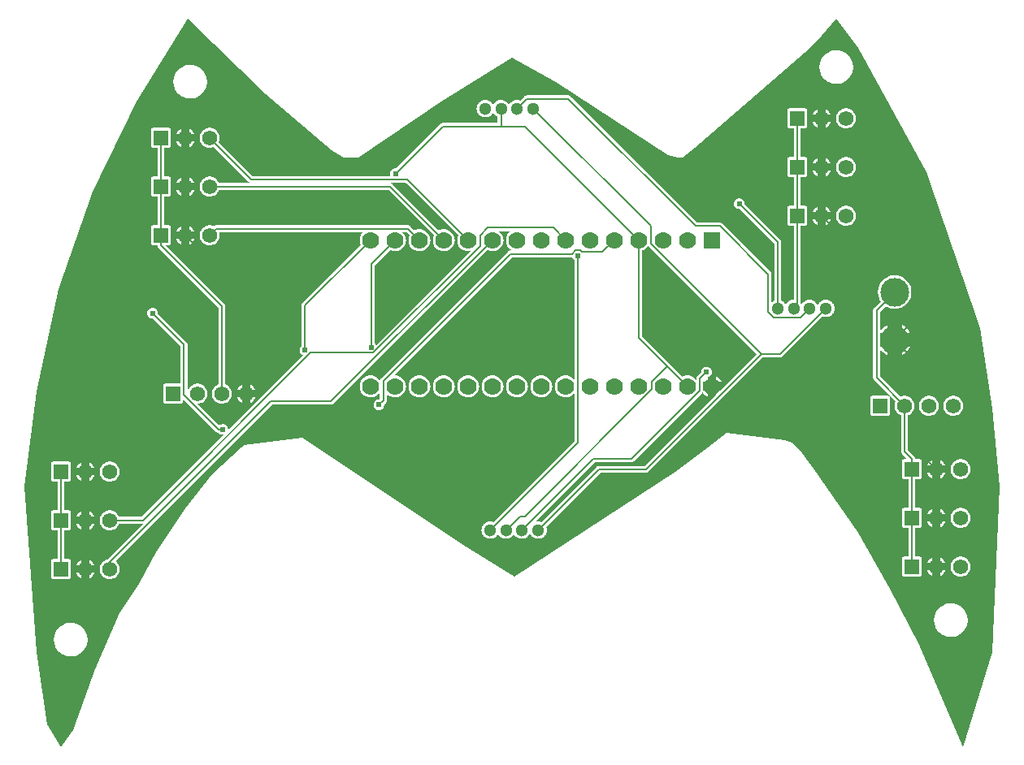
<source format=gbl>
G04 ---------------------------- Layer name :BOTTOM LAYER*
G04 EasyEDA v5.5.11, Sun, 03 Jun 2018 10:16:40 GMT*
G04 422a67246ae34fc7a473e8fc002879eb*
G04 Gerber Generator version 0.2*
G04 Scale: 100 percent, Rotated: No, Reflected: No *
G04 Dimensions in millimeters *
G04 leading zeros omitted , absolute positions ,3 integer and 3 decimal *
%FSLAX33Y33*%
%MOMM*%
G90*
G71D02*

%ADD11C,0.202997*%
%ADD12C,0.610006*%
%ADD14R,1.778000X1.778000*%
%ADD15C,1.778000*%
%ADD16R,1.574800X1.574800*%
%ADD17C,1.574800*%
%ADD18C,2.999994*%
%ADD19C,1.299997*%

%LPD*%
G36*
G01X3810Y0D02*
G01X2390Y2364D01*
G01X1270Y9906D01*
G01X0Y27178D01*
G01X1270Y37084D01*
G01X3556Y47752D01*
G01X7112Y57912D01*
G01X11684Y67310D01*
G01X17018Y75946D01*
G01X25146Y68072D01*
G01X32004Y62230D01*
G01X33274Y61468D01*
G01X34798Y61468D01*
G01X43434Y67310D01*
G01X50800Y71882D01*
G01X55372Y69342D01*
G01X67056Y61722D01*
G01X68072Y61468D01*
G01X68580Y61468D01*
G01X69850Y62484D01*
G01X81280Y72390D01*
G01X83058Y74168D01*
G01X84582Y75946D01*
G01X86868Y72898D01*
G01X93980Y59944D01*
G01X99568Y43688D01*
G01X100838Y35306D01*
G01X101600Y27178D01*
G01X100838Y9906D01*
G01X97790Y0D01*
G01X93218Y10668D01*
G01X90170Y16510D01*
G01X86868Y22352D01*
G01X82222Y29029D01*
G01X80772Y30988D01*
G01X80010Y31750D01*
G01X79286Y31965D01*
G01X73152Y32766D01*
G01X70866Y30988D01*
G01X67818Y28702D01*
G01X51054Y17780D01*
G01X45720Y21082D01*
G01X28956Y32258D01*
G01X22860Y31496D01*
G01X22606Y31242D01*
G01X19558Y28448D01*
G01X16764Y24892D01*
G01X13716Y20320D01*
G01X11938Y17018D01*
G01X9906Y13970D01*
G01X7366Y8128D01*
G01X5080Y1778D01*
G01X3810Y0D01*
G37*

%LPC*%
G36*
G01X84538Y69112D02*
G01X84713Y69116D01*
G01X84886Y69138D01*
G01X85057Y69177D01*
G01X85222Y69233D01*
G01X85382Y69305D01*
G01X85533Y69392D01*
G01X85675Y69494D01*
G01X85806Y69610D01*
G01X85925Y69738D01*
G01X86031Y69877D01*
G01X86122Y70027D01*
G01X86198Y70184D01*
G01X86258Y70349D01*
G01X86301Y70518D01*
G01X86327Y70691D01*
G01X86335Y70866D01*
G01X86327Y71040D01*
G01X86301Y71213D01*
G01X86258Y71382D01*
G01X86198Y71547D01*
G01X86122Y71704D01*
G01X86031Y71854D01*
G01X85925Y71993D01*
G01X85806Y72121D01*
G01X85675Y72237D01*
G01X85533Y72339D01*
G01X85382Y72426D01*
G01X85222Y72498D01*
G01X85057Y72554D01*
G01X84886Y72593D01*
G01X84713Y72615D01*
G01X84538Y72619D01*
G01X84363Y72606D01*
G01X84191Y72576D01*
G01X84023Y72528D01*
G01X83860Y72464D01*
G01X83704Y72384D01*
G01X83558Y72290D01*
G01X83421Y72181D01*
G01X83296Y72059D01*
G01X83183Y71925D01*
G01X83085Y71780D01*
G01X83001Y71627D01*
G01X82933Y71465D01*
G01X82882Y71298D01*
G01X82847Y71127D01*
G01X82830Y70953D01*
G01X82830Y70778D01*
G01X82847Y70604D01*
G01X82882Y70433D01*
G01X82933Y70266D01*
G01X83001Y70104D01*
G01X83085Y69951D01*
G01X83183Y69806D01*
G01X83296Y69672D01*
G01X83421Y69550D01*
G01X83558Y69441D01*
G01X83705Y69347D01*
G01X83860Y69267D01*
G01X84023Y69203D01*
G01X84191Y69155D01*
G01X84363Y69125D01*
G01X84538Y69112D01*
G37*
G36*
G01X4782Y9422D02*
G01X4957Y9426D01*
G01X5130Y9448D01*
G01X5301Y9487D01*
G01X5466Y9543D01*
G01X5626Y9615D01*
G01X5777Y9702D01*
G01X5919Y9804D01*
G01X6050Y9920D01*
G01X6169Y10048D01*
G01X6275Y10187D01*
G01X6366Y10337D01*
G01X6442Y10494D01*
G01X6502Y10659D01*
G01X6545Y10828D01*
G01X6571Y11001D01*
G01X6579Y11176D01*
G01X6571Y11350D01*
G01X6545Y11523D01*
G01X6502Y11692D01*
G01X6442Y11857D01*
G01X6366Y12014D01*
G01X6275Y12164D01*
G01X6169Y12303D01*
G01X6050Y12431D01*
G01X5919Y12547D01*
G01X5777Y12649D01*
G01X5626Y12736D01*
G01X5466Y12808D01*
G01X5301Y12864D01*
G01X5130Y12903D01*
G01X4957Y12925D01*
G01X4782Y12929D01*
G01X4607Y12916D01*
G01X4435Y12886D01*
G01X4267Y12838D01*
G01X4104Y12774D01*
G01X3948Y12694D01*
G01X3802Y12600D01*
G01X3665Y12491D01*
G01X3540Y12369D01*
G01X3427Y12235D01*
G01X3329Y12090D01*
G01X3245Y11937D01*
G01X3177Y11775D01*
G01X3126Y11608D01*
G01X3091Y11437D01*
G01X3074Y11263D01*
G01X3074Y11088D01*
G01X3091Y10914D01*
G01X3126Y10743D01*
G01X3177Y10576D01*
G01X3245Y10414D01*
G01X3329Y10261D01*
G01X3427Y10116D01*
G01X3540Y9982D01*
G01X3665Y9860D01*
G01X3802Y9751D01*
G01X3949Y9657D01*
G01X4104Y9577D01*
G01X4267Y9513D01*
G01X4435Y9465D01*
G01X4607Y9435D01*
G01X4782Y9422D01*
G37*
G36*
G01X96476Y11454D02*
G01X96651Y11458D01*
G01X96824Y11480D01*
G01X96995Y11519D01*
G01X97160Y11575D01*
G01X97320Y11647D01*
G01X97471Y11734D01*
G01X97613Y11836D01*
G01X97744Y11952D01*
G01X97863Y12080D01*
G01X97969Y12219D01*
G01X98060Y12369D01*
G01X98136Y12526D01*
G01X98196Y12691D01*
G01X98239Y12860D01*
G01X98265Y13033D01*
G01X98273Y13208D01*
G01X98265Y13382D01*
G01X98239Y13555D01*
G01X98196Y13724D01*
G01X98136Y13889D01*
G01X98060Y14046D01*
G01X97969Y14196D01*
G01X97863Y14335D01*
G01X97744Y14463D01*
G01X97613Y14579D01*
G01X97471Y14681D01*
G01X97320Y14768D01*
G01X97160Y14840D01*
G01X96995Y14896D01*
G01X96824Y14935D01*
G01X96651Y14957D01*
G01X96476Y14961D01*
G01X96301Y14948D01*
G01X96129Y14918D01*
G01X95961Y14870D01*
G01X95798Y14806D01*
G01X95642Y14726D01*
G01X95496Y14632D01*
G01X95359Y14523D01*
G01X95234Y14401D01*
G01X95121Y14267D01*
G01X95023Y14122D01*
G01X94939Y13969D01*
G01X94871Y13807D01*
G01X94820Y13640D01*
G01X94785Y13469D01*
G01X94768Y13295D01*
G01X94768Y13120D01*
G01X94785Y12946D01*
G01X94820Y12775D01*
G01X94871Y12608D01*
G01X94939Y12446D01*
G01X95023Y12293D01*
G01X95121Y12148D01*
G01X95234Y12014D01*
G01X95359Y11892D01*
G01X95496Y11783D01*
G01X95643Y11689D01*
G01X95798Y11609D01*
G01X95961Y11545D01*
G01X96129Y11497D01*
G01X96301Y11467D01*
G01X96476Y11454D01*
G37*
G36*
G01X3022Y17500D02*
G01X4597Y17500D01*
G01X4607Y17500D01*
G01X4618Y17501D01*
G01X4628Y17502D01*
G01X4639Y17504D01*
G01X4649Y17506D01*
G01X4659Y17508D01*
G01X4669Y17511D01*
G01X4679Y17514D01*
G01X4689Y17517D01*
G01X4699Y17521D01*
G01X4708Y17526D01*
G01X4718Y17531D01*
G01X4727Y17536D01*
G01X4736Y17541D01*
G01X4744Y17547D01*
G01X4753Y17554D01*
G01X4761Y17560D01*
G01X4769Y17567D01*
G01X4777Y17574D01*
G01X4784Y17582D01*
G01X4791Y17590D01*
G01X4797Y17598D01*
G01X4804Y17607D01*
G01X4810Y17615D01*
G01X4815Y17624D01*
G01X4820Y17633D01*
G01X4825Y17643D01*
G01X4830Y17652D01*
G01X4834Y17662D01*
G01X4837Y17672D01*
G01X4840Y17682D01*
G01X4843Y17692D01*
G01X4845Y17702D01*
G01X4847Y17712D01*
G01X4849Y17723D01*
G01X4850Y17733D01*
G01X4851Y17744D01*
G01X4851Y17754D01*
G01X4851Y19329D01*
G01X4851Y19339D01*
G01X4850Y19350D01*
G01X4849Y19360D01*
G01X4847Y19371D01*
G01X4845Y19381D01*
G01X4843Y19391D01*
G01X4840Y19401D01*
G01X4837Y19411D01*
G01X4834Y19421D01*
G01X4830Y19431D01*
G01X4825Y19440D01*
G01X4820Y19450D01*
G01X4815Y19459D01*
G01X4810Y19468D01*
G01X4804Y19476D01*
G01X4797Y19485D01*
G01X4791Y19493D01*
G01X4784Y19501D01*
G01X4777Y19509D01*
G01X4769Y19516D01*
G01X4761Y19523D01*
G01X4753Y19529D01*
G01X4744Y19536D01*
G01X4736Y19542D01*
G01X4727Y19547D01*
G01X4718Y19552D01*
G01X4708Y19557D01*
G01X4699Y19562D01*
G01X4689Y19566D01*
G01X4679Y19569D01*
G01X4669Y19572D01*
G01X4659Y19575D01*
G01X4649Y19577D01*
G01X4639Y19579D01*
G01X4628Y19581D01*
G01X4618Y19582D01*
G01X4607Y19583D01*
G01X4597Y19583D01*
G01X4165Y19583D01*
G01X4165Y22580D01*
G01X4597Y22580D01*
G01X4607Y22580D01*
G01X4618Y22581D01*
G01X4628Y22582D01*
G01X4639Y22584D01*
G01X4649Y22586D01*
G01X4659Y22588D01*
G01X4669Y22591D01*
G01X4679Y22594D01*
G01X4689Y22597D01*
G01X4699Y22601D01*
G01X4708Y22606D01*
G01X4718Y22611D01*
G01X4727Y22616D01*
G01X4736Y22621D01*
G01X4744Y22627D01*
G01X4753Y22634D01*
G01X4761Y22640D01*
G01X4769Y22647D01*
G01X4777Y22654D01*
G01X4784Y22662D01*
G01X4791Y22670D01*
G01X4797Y22678D01*
G01X4804Y22687D01*
G01X4810Y22695D01*
G01X4815Y22704D01*
G01X4820Y22713D01*
G01X4825Y22723D01*
G01X4830Y22732D01*
G01X4834Y22742D01*
G01X4837Y22752D01*
G01X4840Y22762D01*
G01X4843Y22772D01*
G01X4845Y22782D01*
G01X4847Y22792D01*
G01X4849Y22803D01*
G01X4850Y22813D01*
G01X4851Y22824D01*
G01X4851Y22834D01*
G01X4851Y24409D01*
G01X4851Y24419D01*
G01X4850Y24430D01*
G01X4849Y24440D01*
G01X4847Y24451D01*
G01X4845Y24461D01*
G01X4843Y24471D01*
G01X4840Y24481D01*
G01X4837Y24491D01*
G01X4834Y24501D01*
G01X4830Y24511D01*
G01X4825Y24520D01*
G01X4820Y24530D01*
G01X4815Y24539D01*
G01X4810Y24548D01*
G01X4804Y24556D01*
G01X4797Y24565D01*
G01X4791Y24573D01*
G01X4784Y24581D01*
G01X4777Y24589D01*
G01X4769Y24596D01*
G01X4761Y24603D01*
G01X4753Y24609D01*
G01X4744Y24616D01*
G01X4736Y24622D01*
G01X4727Y24627D01*
G01X4718Y24632D01*
G01X4708Y24637D01*
G01X4699Y24642D01*
G01X4689Y24646D01*
G01X4679Y24649D01*
G01X4669Y24652D01*
G01X4659Y24655D01*
G01X4649Y24657D01*
G01X4639Y24659D01*
G01X4628Y24661D01*
G01X4618Y24662D01*
G01X4607Y24663D01*
G01X4597Y24663D01*
G01X4165Y24663D01*
G01X4165Y27660D01*
G01X4597Y27660D01*
G01X4607Y27660D01*
G01X4618Y27661D01*
G01X4628Y27662D01*
G01X4639Y27664D01*
G01X4649Y27666D01*
G01X4659Y27668D01*
G01X4669Y27671D01*
G01X4679Y27674D01*
G01X4689Y27677D01*
G01X4699Y27681D01*
G01X4708Y27686D01*
G01X4718Y27691D01*
G01X4727Y27696D01*
G01X4736Y27701D01*
G01X4744Y27707D01*
G01X4753Y27714D01*
G01X4761Y27720D01*
G01X4769Y27727D01*
G01X4777Y27734D01*
G01X4784Y27742D01*
G01X4791Y27750D01*
G01X4797Y27758D01*
G01X4804Y27767D01*
G01X4810Y27775D01*
G01X4815Y27784D01*
G01X4820Y27793D01*
G01X4825Y27803D01*
G01X4830Y27812D01*
G01X4834Y27822D01*
G01X4837Y27832D01*
G01X4840Y27842D01*
G01X4843Y27852D01*
G01X4845Y27862D01*
G01X4847Y27872D01*
G01X4849Y27883D01*
G01X4850Y27893D01*
G01X4851Y27904D01*
G01X4851Y27914D01*
G01X4851Y29489D01*
G01X4851Y29499D01*
G01X4850Y29510D01*
G01X4849Y29520D01*
G01X4847Y29531D01*
G01X4845Y29541D01*
G01X4843Y29551D01*
G01X4840Y29561D01*
G01X4837Y29571D01*
G01X4834Y29581D01*
G01X4830Y29591D01*
G01X4825Y29600D01*
G01X4820Y29610D01*
G01X4815Y29619D01*
G01X4810Y29628D01*
G01X4804Y29636D01*
G01X4797Y29645D01*
G01X4791Y29653D01*
G01X4784Y29661D01*
G01X4777Y29669D01*
G01X4769Y29676D01*
G01X4761Y29683D01*
G01X4753Y29689D01*
G01X4744Y29696D01*
G01X4736Y29702D01*
G01X4727Y29707D01*
G01X4718Y29712D01*
G01X4708Y29717D01*
G01X4699Y29722D01*
G01X4689Y29726D01*
G01X4679Y29729D01*
G01X4669Y29732D01*
G01X4659Y29735D01*
G01X4649Y29737D01*
G01X4639Y29739D01*
G01X4628Y29741D01*
G01X4618Y29742D01*
G01X4607Y29743D01*
G01X4597Y29743D01*
G01X3022Y29743D01*
G01X3012Y29743D01*
G01X3001Y29742D01*
G01X2991Y29741D01*
G01X2980Y29739D01*
G01X2970Y29737D01*
G01X2960Y29735D01*
G01X2950Y29732D01*
G01X2940Y29729D01*
G01X2930Y29726D01*
G01X2920Y29722D01*
G01X2911Y29717D01*
G01X2901Y29712D01*
G01X2892Y29707D01*
G01X2883Y29702D01*
G01X2875Y29696D01*
G01X2866Y29689D01*
G01X2858Y29683D01*
G01X2850Y29676D01*
G01X2842Y29669D01*
G01X2835Y29661D01*
G01X2828Y29653D01*
G01X2822Y29645D01*
G01X2815Y29636D01*
G01X2809Y29628D01*
G01X2804Y29619D01*
G01X2799Y29610D01*
G01X2794Y29600D01*
G01X2789Y29591D01*
G01X2785Y29581D01*
G01X2782Y29571D01*
G01X2779Y29561D01*
G01X2776Y29551D01*
G01X2774Y29541D01*
G01X2772Y29531D01*
G01X2770Y29520D01*
G01X2769Y29510D01*
G01X2768Y29499D01*
G01X2768Y29489D01*
G01X2768Y27914D01*
G01X2768Y27904D01*
G01X2769Y27893D01*
G01X2770Y27883D01*
G01X2772Y27872D01*
G01X2774Y27862D01*
G01X2776Y27852D01*
G01X2779Y27842D01*
G01X2782Y27832D01*
G01X2785Y27822D01*
G01X2789Y27812D01*
G01X2794Y27803D01*
G01X2799Y27793D01*
G01X2804Y27784D01*
G01X2809Y27775D01*
G01X2815Y27767D01*
G01X2822Y27758D01*
G01X2828Y27750D01*
G01X2835Y27742D01*
G01X2842Y27734D01*
G01X2850Y27727D01*
G01X2858Y27720D01*
G01X2866Y27714D01*
G01X2875Y27707D01*
G01X2883Y27701D01*
G01X2892Y27696D01*
G01X2901Y27691D01*
G01X2911Y27686D01*
G01X2920Y27681D01*
G01X2930Y27677D01*
G01X2940Y27674D01*
G01X2950Y27671D01*
G01X2960Y27668D01*
G01X2970Y27666D01*
G01X2980Y27664D01*
G01X2991Y27662D01*
G01X3001Y27661D01*
G01X3012Y27660D01*
G01X3022Y27660D01*
G01X3454Y27660D01*
G01X3454Y24663D01*
G01X3022Y24663D01*
G01X3012Y24663D01*
G01X3001Y24662D01*
G01X2991Y24661D01*
G01X2980Y24659D01*
G01X2970Y24657D01*
G01X2960Y24655D01*
G01X2950Y24652D01*
G01X2940Y24649D01*
G01X2930Y24646D01*
G01X2920Y24642D01*
G01X2911Y24637D01*
G01X2901Y24632D01*
G01X2892Y24627D01*
G01X2883Y24622D01*
G01X2875Y24616D01*
G01X2866Y24609D01*
G01X2858Y24603D01*
G01X2850Y24596D01*
G01X2842Y24589D01*
G01X2835Y24581D01*
G01X2828Y24573D01*
G01X2822Y24565D01*
G01X2815Y24556D01*
G01X2809Y24548D01*
G01X2804Y24539D01*
G01X2799Y24530D01*
G01X2794Y24520D01*
G01X2789Y24511D01*
G01X2785Y24501D01*
G01X2782Y24491D01*
G01X2779Y24481D01*
G01X2776Y24471D01*
G01X2774Y24461D01*
G01X2772Y24451D01*
G01X2770Y24440D01*
G01X2769Y24430D01*
G01X2768Y24419D01*
G01X2768Y24409D01*
G01X2768Y22834D01*
G01X2768Y22824D01*
G01X2769Y22813D01*
G01X2770Y22803D01*
G01X2772Y22792D01*
G01X2774Y22782D01*
G01X2776Y22772D01*
G01X2779Y22762D01*
G01X2782Y22752D01*
G01X2785Y22742D01*
G01X2789Y22732D01*
G01X2794Y22723D01*
G01X2799Y22713D01*
G01X2804Y22704D01*
G01X2809Y22695D01*
G01X2815Y22687D01*
G01X2822Y22678D01*
G01X2828Y22670D01*
G01X2835Y22662D01*
G01X2842Y22654D01*
G01X2850Y22647D01*
G01X2858Y22640D01*
G01X2866Y22634D01*
G01X2875Y22627D01*
G01X2883Y22621D01*
G01X2892Y22616D01*
G01X2901Y22611D01*
G01X2911Y22606D01*
G01X2920Y22601D01*
G01X2930Y22597D01*
G01X2940Y22594D01*
G01X2950Y22591D01*
G01X2960Y22588D01*
G01X2970Y22586D01*
G01X2980Y22584D01*
G01X2991Y22582D01*
G01X3001Y22581D01*
G01X3012Y22580D01*
G01X3022Y22580D01*
G01X3454Y22580D01*
G01X3454Y19583D01*
G01X3022Y19583D01*
G01X3012Y19583D01*
G01X3001Y19582D01*
G01X2991Y19581D01*
G01X2980Y19579D01*
G01X2970Y19577D01*
G01X2960Y19575D01*
G01X2950Y19572D01*
G01X2940Y19569D01*
G01X2930Y19566D01*
G01X2920Y19562D01*
G01X2911Y19557D01*
G01X2901Y19552D01*
G01X2892Y19547D01*
G01X2883Y19542D01*
G01X2875Y19536D01*
G01X2866Y19529D01*
G01X2858Y19523D01*
G01X2850Y19516D01*
G01X2842Y19509D01*
G01X2835Y19501D01*
G01X2828Y19493D01*
G01X2822Y19485D01*
G01X2815Y19476D01*
G01X2809Y19468D01*
G01X2804Y19459D01*
G01X2799Y19450D01*
G01X2794Y19440D01*
G01X2789Y19431D01*
G01X2785Y19421D01*
G01X2782Y19411D01*
G01X2779Y19401D01*
G01X2776Y19391D01*
G01X2774Y19381D01*
G01X2772Y19371D01*
G01X2770Y19360D01*
G01X2769Y19350D01*
G01X2768Y19339D01*
G01X2768Y19329D01*
G01X2768Y17754D01*
G01X2768Y17744D01*
G01X2769Y17733D01*
G01X2770Y17723D01*
G01X2772Y17712D01*
G01X2774Y17702D01*
G01X2776Y17692D01*
G01X2779Y17682D01*
G01X2782Y17672D01*
G01X2785Y17662D01*
G01X2789Y17652D01*
G01X2794Y17643D01*
G01X2799Y17633D01*
G01X2804Y17624D01*
G01X2809Y17615D01*
G01X2815Y17607D01*
G01X2822Y17598D01*
G01X2828Y17590D01*
G01X2835Y17582D01*
G01X2842Y17574D01*
G01X2850Y17567D01*
G01X2858Y17560D01*
G01X2866Y17554D01*
G01X2875Y17547D01*
G01X2883Y17541D01*
G01X2892Y17536D01*
G01X2901Y17531D01*
G01X2911Y17526D01*
G01X2920Y17521D01*
G01X2930Y17517D01*
G01X2940Y17514D01*
G01X2950Y17511D01*
G01X2960Y17508D01*
G01X2970Y17506D01*
G01X2980Y17504D01*
G01X2991Y17502D01*
G01X3001Y17501D01*
G01X3012Y17500D01*
G01X3022Y17500D01*
G37*
G36*
G01X8864Y17500D02*
G01X8967Y17503D01*
G01X9070Y17516D01*
G01X9172Y17539D01*
G01X9270Y17572D01*
G01X9365Y17615D01*
G01X9454Y17667D01*
G01X9539Y17727D01*
G01X9617Y17796D01*
G01X9687Y17872D01*
G01X9750Y17955D01*
G01X9804Y18043D01*
G01X9849Y18137D01*
G01X9885Y18235D01*
G01X9910Y18335D01*
G01X9926Y18438D01*
G01X9931Y18542D01*
G01X9926Y18645D01*
G01X9910Y18748D01*
G01X9885Y18848D01*
G01X9849Y18946D01*
G01X9804Y19040D01*
G01X9750Y19128D01*
G01X9687Y19211D01*
G01X9617Y19287D01*
G01X9539Y19356D01*
G01X9511Y19376D01*
G01X25791Y35656D01*
G01X31950Y35656D01*
G01X31963Y35656D01*
G01X31976Y35657D01*
G01X31988Y35658D01*
G01X32001Y35660D01*
G01X32013Y35662D01*
G01X32026Y35664D01*
G01X32038Y35667D01*
G01X32050Y35671D01*
G01X32062Y35674D01*
G01X32074Y35679D01*
G01X32086Y35683D01*
G01X32098Y35688D01*
G01X32109Y35694D01*
G01X32121Y35700D01*
G01X32132Y35706D01*
G01X32142Y35713D01*
G01X32153Y35720D01*
G01X32163Y35727D01*
G01X32173Y35735D01*
G01X32183Y35743D01*
G01X32192Y35751D01*
G01X32202Y35760D01*
G01X48252Y51813D01*
G01X48297Y51790D01*
G01X48403Y51748D01*
G01X48513Y51717D01*
G01X48625Y51697D01*
G01X48739Y51689D01*
G01X48853Y51692D01*
G01X48966Y51706D01*
G01X49077Y51731D01*
G01X49185Y51768D01*
G01X49289Y51814D01*
G01X49388Y51871D01*
G01X49480Y51938D01*
G01X49566Y52013D01*
G01X49643Y52097D01*
G01X49712Y52188D01*
G01X49771Y52285D01*
G01X49821Y52388D01*
G01X49860Y52495D01*
G01X49888Y52605D01*
G01X49905Y52718D01*
G01X49911Y52832D01*
G01X49905Y52945D01*
G01X49888Y53058D01*
G01X49860Y53168D01*
G01X49821Y53275D01*
G01X49771Y53378D01*
G01X49712Y53475D01*
G01X49643Y53566D01*
G01X49566Y53650D01*
G01X49480Y53725D01*
G01X49441Y53754D01*
G01X50633Y53754D01*
G01X50551Y53688D01*
G01X50470Y53609D01*
G01X50396Y53522D01*
G01X50332Y53428D01*
G01X50278Y53327D01*
G01X50233Y53222D01*
G01X50200Y53114D01*
G01X50177Y53002D01*
G01X50166Y52888D01*
G01X50166Y52775D01*
G01X50177Y52661D01*
G01X50200Y52549D01*
G01X50233Y52441D01*
G01X50278Y52336D01*
G01X50332Y52235D01*
G01X50396Y52141D01*
G01X50470Y52054D01*
G01X50551Y51975D01*
G01X50640Y51903D01*
G01X50736Y51842D01*
G01X50837Y51790D01*
G01X50943Y51748D01*
G01X50957Y51744D01*
G01X50647Y51744D01*
G01X50634Y51744D01*
G01X50622Y51743D01*
G01X50609Y51742D01*
G01X50597Y51741D01*
G01X50584Y51739D01*
G01X50572Y51736D01*
G01X50559Y51733D01*
G01X50547Y51730D01*
G01X50535Y51726D01*
G01X50523Y51722D01*
G01X50511Y51717D01*
G01X50499Y51712D01*
G01X50488Y51707D01*
G01X50477Y51701D01*
G01X50466Y51695D01*
G01X50455Y51688D01*
G01X50444Y51681D01*
G01X50434Y51673D01*
G01X50424Y51666D01*
G01X50414Y51657D01*
G01X50405Y51649D01*
G01X50396Y51640D01*
G01X37134Y38379D01*
G01X37126Y38370D01*
G01X37117Y38360D01*
G01X37109Y38351D01*
G01X37101Y38340D01*
G01X37094Y38330D01*
G01X37087Y38320D01*
G01X37080Y38309D01*
G01X37074Y38298D01*
G01X37068Y38287D01*
G01X37062Y38275D01*
G01X37057Y38263D01*
G01X37053Y38252D01*
G01X37048Y38240D01*
G01X37045Y38228D01*
G01X37041Y38215D01*
G01X37038Y38203D01*
G01X37037Y38195D01*
G01X37012Y38235D01*
G01X36943Y38326D01*
G01X36866Y38410D01*
G01X36780Y38485D01*
G01X36688Y38552D01*
G01X36589Y38609D01*
G01X36485Y38655D01*
G01X36377Y38692D01*
G01X36266Y38717D01*
G01X36153Y38731D01*
G01X36039Y38734D01*
G01X35925Y38726D01*
G01X35813Y38706D01*
G01X35703Y38675D01*
G01X35597Y38633D01*
G01X35496Y38581D01*
G01X35400Y38520D01*
G01X35311Y38448D01*
G01X35230Y38369D01*
G01X35156Y38282D01*
G01X35092Y38188D01*
G01X35038Y38087D01*
G01X34993Y37982D01*
G01X34960Y37874D01*
G01X34937Y37762D01*
G01X34926Y37648D01*
G01X34926Y37535D01*
G01X34937Y37421D01*
G01X34960Y37309D01*
G01X34993Y37201D01*
G01X35038Y37096D01*
G01X35092Y36995D01*
G01X35156Y36901D01*
G01X35230Y36814D01*
G01X35311Y36735D01*
G01X35400Y36663D01*
G01X35496Y36602D01*
G01X35597Y36550D01*
G01X35703Y36508D01*
G01X35813Y36477D01*
G01X35925Y36457D01*
G01X36039Y36449D01*
G01X36153Y36452D01*
G01X36266Y36466D01*
G01X36377Y36491D01*
G01X36485Y36528D01*
G01X36589Y36574D01*
G01X36688Y36631D01*
G01X36780Y36698D01*
G01X36866Y36773D01*
G01X36943Y36857D01*
G01X37012Y36948D01*
G01X37030Y36978D01*
G01X37030Y36266D01*
G01X36979Y36215D01*
G01X36968Y36216D01*
G01X36912Y36217D01*
G01X36857Y36213D01*
G01X36802Y36204D01*
G01X36748Y36188D01*
G01X36696Y36168D01*
G01X36647Y36143D01*
G01X36600Y36112D01*
G01X36556Y36078D01*
G01X36516Y36039D01*
G01X36480Y35996D01*
G01X36449Y35950D01*
G01X36422Y35901D01*
G01X36401Y35850D01*
G01X36384Y35797D01*
G01X36373Y35742D01*
G01X36368Y35686D01*
G01X36368Y35631D01*
G01X36373Y35575D01*
G01X36384Y35521D01*
G01X36401Y35467D01*
G01X36422Y35416D01*
G01X36449Y35367D01*
G01X36480Y35321D01*
G01X36516Y35278D01*
G01X36556Y35239D01*
G01X36600Y35205D01*
G01X36647Y35174D01*
G01X36696Y35149D01*
G01X36748Y35129D01*
G01X36802Y35114D01*
G01X36857Y35104D01*
G01X36912Y35100D01*
G01X36968Y35101D01*
G01X37023Y35108D01*
G01X37077Y35120D01*
G01X37130Y35138D01*
G01X37181Y35161D01*
G01X37229Y35189D01*
G01X37275Y35222D01*
G01X37316Y35258D01*
G01X37354Y35299D01*
G01X37388Y35344D01*
G01X37417Y35391D01*
G01X37441Y35441D01*
G01X37460Y35494D01*
G01X37474Y35548D01*
G01X37482Y35603D01*
G01X37485Y35659D01*
G01X37482Y35712D01*
G01X37637Y35867D01*
G01X37646Y35876D01*
G01X37654Y35886D01*
G01X37663Y35895D01*
G01X37670Y35905D01*
G01X37678Y35916D01*
G01X37685Y35926D01*
G01X37691Y35937D01*
G01X37698Y35948D01*
G01X37704Y35959D01*
G01X37709Y35971D01*
G01X37714Y35982D01*
G01X37719Y35994D01*
G01X37723Y36006D01*
G01X37727Y36018D01*
G01X37730Y36030D01*
G01X37733Y36043D01*
G01X37736Y36055D01*
G01X37738Y36068D01*
G01X37739Y36080D01*
G01X37740Y36093D01*
G01X37741Y36106D01*
G01X37741Y36118D01*
G01X37741Y36848D01*
G01X37770Y36814D01*
G01X37851Y36735D01*
G01X37940Y36663D01*
G01X38036Y36602D01*
G01X38137Y36550D01*
G01X38243Y36508D01*
G01X38353Y36477D01*
G01X38465Y36457D01*
G01X38579Y36449D01*
G01X38693Y36452D01*
G01X38806Y36466D01*
G01X38917Y36491D01*
G01X39025Y36528D01*
G01X39129Y36574D01*
G01X39228Y36631D01*
G01X39320Y36698D01*
G01X39406Y36773D01*
G01X39483Y36857D01*
G01X39552Y36948D01*
G01X39611Y37045D01*
G01X39661Y37148D01*
G01X39700Y37255D01*
G01X39728Y37365D01*
G01X39745Y37478D01*
G01X39751Y37592D01*
G01X39745Y37705D01*
G01X39728Y37818D01*
G01X39700Y37928D01*
G01X39661Y38035D01*
G01X39611Y38138D01*
G01X39552Y38235D01*
G01X39483Y38326D01*
G01X39406Y38410D01*
G01X39320Y38485D01*
G01X39228Y38552D01*
G01X39129Y38609D01*
G01X39025Y38655D01*
G01X38917Y38692D01*
G01X38806Y38717D01*
G01X38693Y38731D01*
G01X38579Y38734D01*
G01X38488Y38727D01*
G01X50794Y51033D01*
G01X57040Y51033D01*
G01X57053Y51034D01*
G01X57066Y51034D01*
G01X57078Y51035D01*
G01X57091Y51037D01*
G01X57100Y51038D01*
G01X57103Y51025D01*
G01X57120Y50972D01*
G01X57141Y50920D01*
G01X57168Y50871D01*
G01X57199Y50825D01*
G01X57235Y50783D01*
G01X57275Y50744D01*
G01X57289Y50732D01*
G01X57289Y38292D01*
G01X57263Y38326D01*
G01X57186Y38410D01*
G01X57100Y38485D01*
G01X57008Y38552D01*
G01X56909Y38609D01*
G01X56805Y38655D01*
G01X56697Y38692D01*
G01X56586Y38717D01*
G01X56473Y38731D01*
G01X56359Y38734D01*
G01X56245Y38726D01*
G01X56133Y38706D01*
G01X56023Y38675D01*
G01X55917Y38633D01*
G01X55816Y38581D01*
G01X55720Y38520D01*
G01X55631Y38448D01*
G01X55550Y38369D01*
G01X55476Y38282D01*
G01X55412Y38188D01*
G01X55358Y38087D01*
G01X55313Y37982D01*
G01X55280Y37874D01*
G01X55257Y37762D01*
G01X55246Y37648D01*
G01X55246Y37535D01*
G01X55257Y37421D01*
G01X55280Y37309D01*
G01X55313Y37201D01*
G01X55358Y37096D01*
G01X55412Y36995D01*
G01X55476Y36901D01*
G01X55550Y36814D01*
G01X55631Y36735D01*
G01X55720Y36663D01*
G01X55816Y36602D01*
G01X55917Y36550D01*
G01X56023Y36508D01*
G01X56133Y36477D01*
G01X56245Y36457D01*
G01X56359Y36449D01*
G01X56473Y36452D01*
G01X56586Y36466D01*
G01X56697Y36491D01*
G01X56805Y36528D01*
G01X56909Y36574D01*
G01X57008Y36631D01*
G01X57100Y36698D01*
G01X57186Y36773D01*
G01X57263Y36857D01*
G01X57289Y36891D01*
G01X57289Y31871D01*
G01X48860Y23444D01*
G01X48854Y23447D01*
G01X48768Y23476D01*
G01X48681Y23496D01*
G01X48591Y23507D01*
G01X48501Y23509D01*
G01X48411Y23503D01*
G01X48322Y23487D01*
G01X48236Y23462D01*
G01X48152Y23430D01*
G01X48072Y23388D01*
G01X47996Y23340D01*
G01X47925Y23283D01*
G01X47861Y23220D01*
G01X47803Y23151D01*
G01X47752Y23077D01*
G01X47709Y22998D01*
G01X47674Y22915D01*
G01X47648Y22829D01*
G01X47630Y22740D01*
G01X47621Y22651D01*
G01X47621Y22560D01*
G01X47630Y22471D01*
G01X47648Y22382D01*
G01X47674Y22296D01*
G01X47709Y22213D01*
G01X47752Y22134D01*
G01X47803Y22060D01*
G01X47861Y21991D01*
G01X47925Y21928D01*
G01X47996Y21871D01*
G01X48072Y21823D01*
G01X48152Y21781D01*
G01X48236Y21749D01*
G01X48322Y21724D01*
G01X48411Y21708D01*
G01X48501Y21702D01*
G01X48591Y21704D01*
G01X48681Y21715D01*
G01X48768Y21735D01*
G01X48854Y21764D01*
G01X48936Y21801D01*
G01X49014Y21846D01*
G01X49087Y21899D01*
G01X49155Y21958D01*
G01X49216Y22024D01*
G01X49271Y22096D01*
G01X49318Y22173D01*
G01X49344Y22228D01*
G01X49350Y22213D01*
G01X49393Y22134D01*
G01X49444Y22060D01*
G01X49502Y21991D01*
G01X49566Y21928D01*
G01X49637Y21871D01*
G01X49713Y21823D01*
G01X49793Y21781D01*
G01X49877Y21749D01*
G01X49963Y21724D01*
G01X50052Y21708D01*
G01X50142Y21702D01*
G01X50232Y21704D01*
G01X50321Y21715D01*
G01X50409Y21735D01*
G01X50495Y21764D01*
G01X50577Y21801D01*
G01X50655Y21846D01*
G01X50728Y21899D01*
G01X50796Y21958D01*
G01X50857Y22024D01*
G01X50911Y22096D01*
G01X50958Y22173D01*
G01X50990Y22239D01*
G01X51001Y22213D01*
G01X51044Y22134D01*
G01X51095Y22060D01*
G01X51153Y21991D01*
G01X51217Y21928D01*
G01X51288Y21871D01*
G01X51364Y21823D01*
G01X51444Y21781D01*
G01X51528Y21749D01*
G01X51614Y21724D01*
G01X51703Y21708D01*
G01X51793Y21702D01*
G01X51883Y21704D01*
G01X51972Y21715D01*
G01X52060Y21735D01*
G01X52146Y21764D01*
G01X52228Y21801D01*
G01X52306Y21846D01*
G01X52379Y21899D01*
G01X52447Y21958D01*
G01X52508Y22024D01*
G01X52562Y22096D01*
G01X52609Y22173D01*
G01X52649Y22254D01*
G01X52669Y22310D01*
G01X52673Y22296D01*
G01X52708Y22213D01*
G01X52751Y22134D01*
G01X52802Y22060D01*
G01X52860Y21991D01*
G01X52924Y21928D01*
G01X52995Y21871D01*
G01X53070Y21823D01*
G01X53151Y21781D01*
G01X53234Y21749D01*
G01X53321Y21724D01*
G01X53410Y21708D01*
G01X53500Y21702D01*
G01X53590Y21704D01*
G01X53679Y21715D01*
G01X53767Y21735D01*
G01X53853Y21764D01*
G01X53935Y21801D01*
G01X54013Y21846D01*
G01X54086Y21899D01*
G01X54154Y21958D01*
G01X54215Y22024D01*
G01X54269Y22096D01*
G01X54316Y22173D01*
G01X54355Y22254D01*
G01X54386Y22339D01*
G01X54408Y22426D01*
G01X54422Y22515D01*
G01X54426Y22606D01*
G01X54422Y22696D01*
G01X54408Y22785D01*
G01X54386Y22872D01*
G01X54361Y22941D01*
G01X59997Y28577D01*
G01X64780Y28577D01*
G01X64792Y28577D01*
G01X64805Y28578D01*
G01X64818Y28579D01*
G01X64830Y28581D01*
G01X64843Y28583D01*
G01X64855Y28585D01*
G01X64868Y28588D01*
G01X64880Y28592D01*
G01X64892Y28595D01*
G01X64904Y28600D01*
G01X64916Y28604D01*
G01X64927Y28609D01*
G01X64939Y28615D01*
G01X64950Y28621D01*
G01X64961Y28627D01*
G01X64972Y28634D01*
G01X64982Y28641D01*
G01X64993Y28648D01*
G01X65003Y28656D01*
G01X65012Y28664D01*
G01X65022Y28672D01*
G01X65031Y28681D01*
G01X76918Y40571D01*
G01X78701Y40571D01*
G01X78714Y40571D01*
G01X78727Y40572D01*
G01X78739Y40573D01*
G01X78752Y40575D01*
G01X78765Y40577D01*
G01X78777Y40579D01*
G01X78789Y40582D01*
G01X78802Y40585D01*
G01X78814Y40589D01*
G01X78826Y40593D01*
G01X78837Y40598D01*
G01X78849Y40603D01*
G01X78861Y40609D01*
G01X78872Y40615D01*
G01X78883Y40621D01*
G01X78894Y40627D01*
G01X78904Y40634D01*
G01X78914Y40642D01*
G01X78924Y40650D01*
G01X78934Y40658D01*
G01X78944Y40666D01*
G01X78953Y40675D01*
G01X83159Y44881D01*
G01X83206Y44863D01*
G01X83293Y44838D01*
G01X83382Y44822D01*
G01X83472Y44816D01*
G01X83562Y44818D01*
G01X83651Y44829D01*
G01X83739Y44849D01*
G01X83825Y44878D01*
G01X83907Y44915D01*
G01X83985Y44960D01*
G01X84058Y45013D01*
G01X84126Y45072D01*
G01X84187Y45138D01*
G01X84241Y45210D01*
G01X84288Y45287D01*
G01X84327Y45368D01*
G01X84358Y45453D01*
G01X84380Y45540D01*
G01X84394Y45629D01*
G01X84398Y45720D01*
G01X84394Y45810D01*
G01X84380Y45899D01*
G01X84358Y45986D01*
G01X84327Y46071D01*
G01X84288Y46152D01*
G01X84241Y46229D01*
G01X84187Y46301D01*
G01X84126Y46367D01*
G01X84058Y46426D01*
G01X83985Y46479D01*
G01X83907Y46524D01*
G01X83825Y46561D01*
G01X83739Y46590D01*
G01X83651Y46610D01*
G01X83562Y46621D01*
G01X83472Y46623D01*
G01X83382Y46617D01*
G01X83293Y46601D01*
G01X83206Y46576D01*
G01X83123Y46544D01*
G01X83042Y46502D01*
G01X82967Y46454D01*
G01X82896Y46397D01*
G01X82832Y46334D01*
G01X82774Y46265D01*
G01X82723Y46191D01*
G01X82680Y46112D01*
G01X82645Y46029D01*
G01X82641Y46015D01*
G01X82621Y46071D01*
G01X82581Y46152D01*
G01X82534Y46229D01*
G01X82480Y46301D01*
G01X82419Y46367D01*
G01X82351Y46426D01*
G01X82278Y46479D01*
G01X82200Y46524D01*
G01X82118Y46561D01*
G01X82032Y46590D01*
G01X81944Y46610D01*
G01X81855Y46621D01*
G01X81765Y46623D01*
G01X81675Y46617D01*
G01X81586Y46601D01*
G01X81500Y46576D01*
G01X81416Y46544D01*
G01X81335Y46502D01*
G01X81260Y46454D01*
G01X81189Y46397D01*
G01X81125Y46334D01*
G01X81067Y46265D01*
G01X81016Y46191D01*
G01X80973Y46112D01*
G01X80962Y46086D01*
G01X80930Y46152D01*
G01X80883Y46229D01*
G01X80873Y46243D01*
G01X80873Y54330D01*
G01X81305Y54330D01*
G01X81315Y54330D01*
G01X81326Y54331D01*
G01X81336Y54332D01*
G01X81347Y54334D01*
G01X81357Y54336D01*
G01X81367Y54338D01*
G01X81377Y54341D01*
G01X81387Y54344D01*
G01X81397Y54347D01*
G01X81407Y54351D01*
G01X81416Y54356D01*
G01X81426Y54361D01*
G01X81435Y54366D01*
G01X81444Y54371D01*
G01X81452Y54377D01*
G01X81461Y54384D01*
G01X81469Y54390D01*
G01X81477Y54397D01*
G01X81485Y54404D01*
G01X81492Y54412D01*
G01X81499Y54420D01*
G01X81505Y54428D01*
G01X81512Y54437D01*
G01X81518Y54445D01*
G01X81523Y54454D01*
G01X81528Y54463D01*
G01X81533Y54473D01*
G01X81538Y54482D01*
G01X81542Y54492D01*
G01X81545Y54502D01*
G01X81548Y54512D01*
G01X81551Y54522D01*
G01X81553Y54532D01*
G01X81555Y54542D01*
G01X81557Y54553D01*
G01X81558Y54563D01*
G01X81559Y54574D01*
G01X81559Y54584D01*
G01X81559Y56159D01*
G01X81559Y56169D01*
G01X81558Y56180D01*
G01X81557Y56190D01*
G01X81555Y56201D01*
G01X81553Y56211D01*
G01X81551Y56221D01*
G01X81548Y56231D01*
G01X81545Y56241D01*
G01X81542Y56251D01*
G01X81538Y56261D01*
G01X81533Y56270D01*
G01X81528Y56280D01*
G01X81523Y56289D01*
G01X81518Y56298D01*
G01X81512Y56306D01*
G01X81505Y56315D01*
G01X81499Y56323D01*
G01X81492Y56331D01*
G01X81485Y56339D01*
G01X81477Y56346D01*
G01X81469Y56353D01*
G01X81461Y56359D01*
G01X81452Y56366D01*
G01X81444Y56372D01*
G01X81435Y56377D01*
G01X81426Y56382D01*
G01X81416Y56387D01*
G01X81407Y56392D01*
G01X81397Y56396D01*
G01X81387Y56399D01*
G01X81377Y56402D01*
G01X81367Y56405D01*
G01X81357Y56407D01*
G01X81347Y56409D01*
G01X81336Y56411D01*
G01X81326Y56412D01*
G01X81315Y56413D01*
G01X81305Y56413D01*
G01X80873Y56413D01*
G01X80873Y59410D01*
G01X81305Y59410D01*
G01X81315Y59410D01*
G01X81326Y59411D01*
G01X81336Y59412D01*
G01X81347Y59414D01*
G01X81357Y59416D01*
G01X81367Y59418D01*
G01X81377Y59421D01*
G01X81387Y59424D01*
G01X81397Y59427D01*
G01X81407Y59431D01*
G01X81416Y59436D01*
G01X81426Y59441D01*
G01X81435Y59446D01*
G01X81444Y59451D01*
G01X81452Y59457D01*
G01X81461Y59464D01*
G01X81469Y59470D01*
G01X81477Y59477D01*
G01X81485Y59484D01*
G01X81492Y59492D01*
G01X81499Y59500D01*
G01X81505Y59508D01*
G01X81512Y59517D01*
G01X81518Y59525D01*
G01X81523Y59534D01*
G01X81528Y59543D01*
G01X81533Y59553D01*
G01X81538Y59562D01*
G01X81542Y59572D01*
G01X81545Y59582D01*
G01X81548Y59592D01*
G01X81551Y59602D01*
G01X81553Y59612D01*
G01X81555Y59622D01*
G01X81557Y59633D01*
G01X81558Y59643D01*
G01X81559Y59654D01*
G01X81559Y59664D01*
G01X81559Y61239D01*
G01X81559Y61249D01*
G01X81558Y61260D01*
G01X81557Y61270D01*
G01X81555Y61281D01*
G01X81553Y61291D01*
G01X81551Y61301D01*
G01X81548Y61311D01*
G01X81545Y61321D01*
G01X81542Y61331D01*
G01X81538Y61341D01*
G01X81533Y61350D01*
G01X81528Y61360D01*
G01X81523Y61369D01*
G01X81518Y61378D01*
G01X81512Y61386D01*
G01X81505Y61395D01*
G01X81499Y61403D01*
G01X81492Y61411D01*
G01X81485Y61419D01*
G01X81477Y61426D01*
G01X81469Y61433D01*
G01X81461Y61439D01*
G01X81452Y61446D01*
G01X81444Y61452D01*
G01X81435Y61457D01*
G01X81426Y61462D01*
G01X81416Y61467D01*
G01X81407Y61472D01*
G01X81397Y61476D01*
G01X81387Y61479D01*
G01X81377Y61482D01*
G01X81367Y61485D01*
G01X81357Y61487D01*
G01X81347Y61489D01*
G01X81336Y61491D01*
G01X81326Y61492D01*
G01X81315Y61493D01*
G01X81305Y61493D01*
G01X80873Y61493D01*
G01X80873Y64490D01*
G01X81305Y64490D01*
G01X81315Y64490D01*
G01X81326Y64491D01*
G01X81336Y64492D01*
G01X81347Y64494D01*
G01X81357Y64496D01*
G01X81367Y64498D01*
G01X81377Y64501D01*
G01X81387Y64504D01*
G01X81397Y64507D01*
G01X81407Y64511D01*
G01X81416Y64516D01*
G01X81426Y64521D01*
G01X81435Y64526D01*
G01X81444Y64531D01*
G01X81452Y64537D01*
G01X81461Y64544D01*
G01X81469Y64550D01*
G01X81477Y64557D01*
G01X81485Y64564D01*
G01X81492Y64572D01*
G01X81499Y64580D01*
G01X81505Y64588D01*
G01X81512Y64597D01*
G01X81518Y64605D01*
G01X81523Y64614D01*
G01X81528Y64623D01*
G01X81533Y64633D01*
G01X81538Y64642D01*
G01X81542Y64652D01*
G01X81545Y64662D01*
G01X81548Y64672D01*
G01X81551Y64682D01*
G01X81553Y64692D01*
G01X81555Y64702D01*
G01X81557Y64713D01*
G01X81558Y64723D01*
G01X81559Y64734D01*
G01X81559Y64744D01*
G01X81559Y66319D01*
G01X81559Y66329D01*
G01X81558Y66340D01*
G01X81557Y66350D01*
G01X81555Y66361D01*
G01X81553Y66371D01*
G01X81551Y66381D01*
G01X81548Y66391D01*
G01X81545Y66401D01*
G01X81542Y66411D01*
G01X81538Y66421D01*
G01X81533Y66430D01*
G01X81528Y66440D01*
G01X81523Y66449D01*
G01X81518Y66458D01*
G01X81512Y66466D01*
G01X81505Y66475D01*
G01X81499Y66483D01*
G01X81492Y66491D01*
G01X81485Y66499D01*
G01X81477Y66506D01*
G01X81469Y66513D01*
G01X81461Y66519D01*
G01X81452Y66526D01*
G01X81444Y66532D01*
G01X81435Y66537D01*
G01X81426Y66542D01*
G01X81416Y66547D01*
G01X81407Y66552D01*
G01X81397Y66556D01*
G01X81387Y66559D01*
G01X81377Y66562D01*
G01X81367Y66565D01*
G01X81357Y66567D01*
G01X81347Y66569D01*
G01X81336Y66571D01*
G01X81326Y66572D01*
G01X81315Y66573D01*
G01X81305Y66573D01*
G01X79730Y66573D01*
G01X79720Y66573D01*
G01X79709Y66572D01*
G01X79699Y66571D01*
G01X79688Y66569D01*
G01X79678Y66567D01*
G01X79668Y66565D01*
G01X79658Y66562D01*
G01X79648Y66559D01*
G01X79638Y66556D01*
G01X79628Y66552D01*
G01X79619Y66547D01*
G01X79609Y66542D01*
G01X79600Y66537D01*
G01X79591Y66532D01*
G01X79583Y66526D01*
G01X79574Y66519D01*
G01X79566Y66513D01*
G01X79558Y66506D01*
G01X79550Y66499D01*
G01X79543Y66491D01*
G01X79536Y66483D01*
G01X79530Y66475D01*
G01X79523Y66466D01*
G01X79517Y66458D01*
G01X79512Y66449D01*
G01X79507Y66440D01*
G01X79502Y66430D01*
G01X79497Y66421D01*
G01X79493Y66411D01*
G01X79490Y66401D01*
G01X79487Y66391D01*
G01X79484Y66381D01*
G01X79482Y66371D01*
G01X79480Y66361D01*
G01X79478Y66350D01*
G01X79477Y66340D01*
G01X79476Y66329D01*
G01X79476Y66319D01*
G01X79476Y64744D01*
G01X79476Y64734D01*
G01X79477Y64723D01*
G01X79478Y64713D01*
G01X79480Y64702D01*
G01X79482Y64692D01*
G01X79484Y64682D01*
G01X79487Y64672D01*
G01X79490Y64662D01*
G01X79493Y64652D01*
G01X79497Y64642D01*
G01X79502Y64633D01*
G01X79507Y64623D01*
G01X79512Y64614D01*
G01X79517Y64605D01*
G01X79523Y64597D01*
G01X79530Y64588D01*
G01X79536Y64580D01*
G01X79543Y64572D01*
G01X79550Y64564D01*
G01X79558Y64557D01*
G01X79566Y64550D01*
G01X79574Y64544D01*
G01X79583Y64537D01*
G01X79591Y64531D01*
G01X79600Y64526D01*
G01X79609Y64521D01*
G01X79619Y64516D01*
G01X79628Y64511D01*
G01X79638Y64507D01*
G01X79648Y64504D01*
G01X79658Y64501D01*
G01X79668Y64498D01*
G01X79678Y64496D01*
G01X79688Y64494D01*
G01X79699Y64492D01*
G01X79709Y64491D01*
G01X79720Y64490D01*
G01X79730Y64490D01*
G01X80162Y64490D01*
G01X80162Y61493D01*
G01X79730Y61493D01*
G01X79720Y61493D01*
G01X79709Y61492D01*
G01X79699Y61491D01*
G01X79688Y61489D01*
G01X79678Y61487D01*
G01X79668Y61485D01*
G01X79658Y61482D01*
G01X79648Y61479D01*
G01X79638Y61476D01*
G01X79628Y61472D01*
G01X79619Y61467D01*
G01X79609Y61462D01*
G01X79600Y61457D01*
G01X79591Y61452D01*
G01X79583Y61446D01*
G01X79574Y61439D01*
G01X79566Y61433D01*
G01X79558Y61426D01*
G01X79550Y61419D01*
G01X79543Y61411D01*
G01X79536Y61403D01*
G01X79530Y61395D01*
G01X79523Y61386D01*
G01X79517Y61378D01*
G01X79512Y61369D01*
G01X79507Y61360D01*
G01X79502Y61350D01*
G01X79497Y61341D01*
G01X79493Y61331D01*
G01X79490Y61321D01*
G01X79487Y61311D01*
G01X79484Y61301D01*
G01X79482Y61291D01*
G01X79480Y61281D01*
G01X79478Y61270D01*
G01X79477Y61260D01*
G01X79476Y61249D01*
G01X79476Y61239D01*
G01X79476Y59664D01*
G01X79476Y59654D01*
G01X79477Y59643D01*
G01X79478Y59633D01*
G01X79480Y59622D01*
G01X79482Y59612D01*
G01X79484Y59602D01*
G01X79487Y59592D01*
G01X79490Y59582D01*
G01X79493Y59572D01*
G01X79497Y59562D01*
G01X79502Y59553D01*
G01X79507Y59543D01*
G01X79512Y59534D01*
G01X79517Y59525D01*
G01X79523Y59517D01*
G01X79530Y59508D01*
G01X79536Y59500D01*
G01X79543Y59492D01*
G01X79550Y59484D01*
G01X79558Y59477D01*
G01X79566Y59470D01*
G01X79574Y59464D01*
G01X79583Y59457D01*
G01X79591Y59451D01*
G01X79600Y59446D01*
G01X79609Y59441D01*
G01X79619Y59436D01*
G01X79628Y59431D01*
G01X79638Y59427D01*
G01X79648Y59424D01*
G01X79658Y59421D01*
G01X79668Y59418D01*
G01X79678Y59416D01*
G01X79688Y59414D01*
G01X79699Y59412D01*
G01X79709Y59411D01*
G01X79720Y59410D01*
G01X79730Y59410D01*
G01X80162Y59410D01*
G01X80162Y56413D01*
G01X79730Y56413D01*
G01X79720Y56413D01*
G01X79709Y56412D01*
G01X79699Y56411D01*
G01X79688Y56409D01*
G01X79678Y56407D01*
G01X79668Y56405D01*
G01X79658Y56402D01*
G01X79648Y56399D01*
G01X79638Y56396D01*
G01X79628Y56392D01*
G01X79619Y56387D01*
G01X79609Y56382D01*
G01X79600Y56377D01*
G01X79591Y56372D01*
G01X79583Y56366D01*
G01X79574Y56359D01*
G01X79566Y56353D01*
G01X79558Y56346D01*
G01X79550Y56339D01*
G01X79543Y56331D01*
G01X79536Y56323D01*
G01X79530Y56315D01*
G01X79523Y56306D01*
G01X79517Y56298D01*
G01X79512Y56289D01*
G01X79507Y56280D01*
G01X79502Y56270D01*
G01X79497Y56261D01*
G01X79493Y56251D01*
G01X79490Y56241D01*
G01X79487Y56231D01*
G01X79484Y56221D01*
G01X79482Y56211D01*
G01X79480Y56201D01*
G01X79478Y56190D01*
G01X79477Y56180D01*
G01X79476Y56169D01*
G01X79476Y56159D01*
G01X79476Y54584D01*
G01X79476Y54574D01*
G01X79477Y54563D01*
G01X79478Y54553D01*
G01X79480Y54542D01*
G01X79482Y54532D01*
G01X79484Y54522D01*
G01X79487Y54512D01*
G01X79490Y54502D01*
G01X79493Y54492D01*
G01X79497Y54482D01*
G01X79502Y54473D01*
G01X79507Y54463D01*
G01X79512Y54454D01*
G01X79517Y54445D01*
G01X79523Y54437D01*
G01X79530Y54428D01*
G01X79536Y54420D01*
G01X79543Y54412D01*
G01X79550Y54404D01*
G01X79558Y54397D01*
G01X79566Y54390D01*
G01X79574Y54384D01*
G01X79583Y54377D01*
G01X79591Y54371D01*
G01X79600Y54366D01*
G01X79609Y54361D01*
G01X79619Y54356D01*
G01X79628Y54351D01*
G01X79638Y54347D01*
G01X79648Y54344D01*
G01X79658Y54341D01*
G01X79668Y54338D01*
G01X79678Y54336D01*
G01X79688Y54334D01*
G01X79699Y54332D01*
G01X79709Y54331D01*
G01X79720Y54330D01*
G01X79730Y54330D01*
G01X80162Y54330D01*
G01X80162Y46622D01*
G01X80114Y46623D01*
G01X80024Y46617D01*
G01X79935Y46601D01*
G01X79849Y46576D01*
G01X79765Y46544D01*
G01X79684Y46502D01*
G01X79609Y46454D01*
G01X79538Y46397D01*
G01X79474Y46334D01*
G01X79416Y46265D01*
G01X79365Y46191D01*
G01X79322Y46112D01*
G01X79316Y46097D01*
G01X79290Y46152D01*
G01X79243Y46229D01*
G01X79188Y46301D01*
G01X79127Y46367D01*
G01X79059Y46426D01*
G01X78986Y46479D01*
G01X78908Y46524D01*
G01X78851Y46550D01*
G01X78851Y52590D01*
G01X78851Y52603D01*
G01X78850Y52616D01*
G01X78849Y52628D01*
G01X78848Y52641D01*
G01X78846Y52653D01*
G01X78843Y52666D01*
G01X78840Y52678D01*
G01X78837Y52690D01*
G01X78833Y52702D01*
G01X78829Y52714D01*
G01X78824Y52726D01*
G01X78819Y52738D01*
G01X78814Y52749D01*
G01X78808Y52761D01*
G01X78801Y52772D01*
G01X78795Y52782D01*
G01X78788Y52793D01*
G01X78780Y52803D01*
G01X78772Y52813D01*
G01X78764Y52823D01*
G01X78756Y52832D01*
G01X78747Y52842D01*
G01X75024Y56565D01*
G01X75026Y56619D01*
G01X75023Y56674D01*
G01X75015Y56729D01*
G01X75001Y56783D01*
G01X74982Y56836D01*
G01X74958Y56886D01*
G01X74929Y56934D01*
G01X74895Y56978D01*
G01X74858Y57019D01*
G01X74816Y57056D01*
G01X74770Y57088D01*
G01X74722Y57116D01*
G01X74671Y57139D01*
G01X74619Y57157D01*
G01X74564Y57169D01*
G01X74509Y57176D01*
G01X74453Y57177D01*
G01X74398Y57173D01*
G01X74343Y57164D01*
G01X74289Y57149D01*
G01X74237Y57128D01*
G01X74188Y57103D01*
G01X74141Y57073D01*
G01X74097Y57038D01*
G01X74057Y56999D01*
G01X74022Y56956D01*
G01X73990Y56910D01*
G01X73964Y56861D01*
G01X73942Y56810D01*
G01X73926Y56757D01*
G01X73914Y56702D01*
G01X73909Y56647D01*
G01X73909Y56591D01*
G01X73914Y56535D01*
G01X73926Y56481D01*
G01X73942Y56427D01*
G01X73964Y56376D01*
G01X73990Y56327D01*
G01X74022Y56281D01*
G01X74057Y56238D01*
G01X74097Y56200D01*
G01X74141Y56165D01*
G01X74188Y56135D01*
G01X74237Y56109D01*
G01X74289Y56089D01*
G01X74343Y56074D01*
G01X74398Y56064D01*
G01X74453Y56060D01*
G01X74509Y56061D01*
G01X74520Y56063D01*
G01X78140Y52443D01*
G01X78140Y46550D01*
G01X78124Y46544D01*
G01X78044Y46502D01*
G01X77968Y46454D01*
G01X77897Y46397D01*
G01X77833Y46334D01*
G01X77825Y46325D01*
G01X77825Y49270D01*
G01X77825Y49283D01*
G01X77824Y49296D01*
G01X77823Y49308D01*
G01X77821Y49321D01*
G01X77819Y49334D01*
G01X77817Y49346D01*
G01X77814Y49358D01*
G01X77811Y49371D01*
G01X77807Y49383D01*
G01X77803Y49395D01*
G01X77798Y49406D01*
G01X77793Y49418D01*
G01X77787Y49430D01*
G01X77782Y49441D01*
G01X77775Y49452D01*
G01X77769Y49463D01*
G01X77762Y49473D01*
G01X77754Y49483D01*
G01X77746Y49493D01*
G01X77738Y49503D01*
G01X77730Y49513D01*
G01X77721Y49522D01*
G01X72692Y54553D01*
G01X72683Y54562D01*
G01X72673Y54571D01*
G01X72663Y54579D01*
G01X72653Y54587D01*
G01X72643Y54594D01*
G01X72633Y54601D01*
G01X72622Y54608D01*
G01X72611Y54614D01*
G01X72599Y54620D01*
G01X72588Y54626D01*
G01X72576Y54631D01*
G01X72565Y54635D01*
G01X72553Y54639D01*
G01X72540Y54643D01*
G01X72528Y54647D01*
G01X72516Y54650D01*
G01X72503Y54652D01*
G01X72491Y54654D01*
G01X72478Y54656D01*
G01X72466Y54657D01*
G01X72453Y54657D01*
G01X72440Y54658D01*
G01X70078Y54658D01*
G01X56931Y67805D01*
G01X56922Y67814D01*
G01X56912Y67822D01*
G01X56903Y67830D01*
G01X56893Y67838D01*
G01X56882Y67845D01*
G01X56872Y67852D01*
G01X56861Y67859D01*
G01X56850Y67865D01*
G01X56839Y67871D01*
G01X56827Y67877D01*
G01X56816Y67882D01*
G01X56804Y67886D01*
G01X56792Y67891D01*
G01X56780Y67894D01*
G01X56768Y67898D01*
G01X56755Y67901D01*
G01X56743Y67903D01*
G01X56730Y67905D01*
G01X56718Y67907D01*
G01X56705Y67908D01*
G01X56692Y67909D01*
G01X56680Y67909D01*
G01X52313Y67909D01*
G01X52301Y67909D01*
G01X52288Y67908D01*
G01X52275Y67907D01*
G01X52263Y67905D01*
G01X52250Y67903D01*
G01X52238Y67901D01*
G01X52225Y67898D01*
G01X52213Y67894D01*
G01X52201Y67891D01*
G01X52189Y67886D01*
G01X52177Y67882D01*
G01X52166Y67877D01*
G01X52154Y67871D01*
G01X52143Y67865D01*
G01X52132Y67859D01*
G01X52121Y67852D01*
G01X52111Y67845D01*
G01X52100Y67838D01*
G01X52090Y67830D01*
G01X52081Y67822D01*
G01X52071Y67814D01*
G01X52062Y67805D01*
G01X51644Y67386D01*
G01X51638Y67389D01*
G01X51552Y67418D01*
G01X51464Y67438D01*
G01X51375Y67449D01*
G01X51285Y67451D01*
G01X51195Y67445D01*
G01X51106Y67429D01*
G01X51020Y67404D01*
G01X50936Y67372D01*
G01X50855Y67330D01*
G01X50780Y67282D01*
G01X50709Y67225D01*
G01X50645Y67162D01*
G01X50587Y67093D01*
G01X50536Y67019D01*
G01X50493Y66940D01*
G01X50482Y66914D01*
G01X50450Y66980D01*
G01X50403Y67057D01*
G01X50349Y67129D01*
G01X50288Y67195D01*
G01X50220Y67254D01*
G01X50147Y67307D01*
G01X50069Y67352D01*
G01X49987Y67389D01*
G01X49901Y67418D01*
G01X49813Y67438D01*
G01X49724Y67449D01*
G01X49634Y67451D01*
G01X49544Y67445D01*
G01X49455Y67429D01*
G01X49369Y67404D01*
G01X49285Y67372D01*
G01X49204Y67330D01*
G01X49129Y67282D01*
G01X49058Y67225D01*
G01X48994Y67162D01*
G01X48936Y67093D01*
G01X48885Y67019D01*
G01X48842Y66940D01*
G01X48836Y66925D01*
G01X48810Y66980D01*
G01X48763Y67057D01*
G01X48708Y67129D01*
G01X48647Y67195D01*
G01X48579Y67254D01*
G01X48506Y67307D01*
G01X48428Y67352D01*
G01X48346Y67389D01*
G01X48260Y67418D01*
G01X48173Y67438D01*
G01X48083Y67449D01*
G01X47993Y67451D01*
G01X47903Y67445D01*
G01X47814Y67429D01*
G01X47728Y67404D01*
G01X47644Y67372D01*
G01X47564Y67330D01*
G01X47488Y67282D01*
G01X47417Y67225D01*
G01X47353Y67162D01*
G01X47295Y67093D01*
G01X47244Y67019D01*
G01X47201Y66940D01*
G01X47166Y66857D01*
G01X47140Y66771D01*
G01X47122Y66682D01*
G01X47113Y66593D01*
G01X47113Y66502D01*
G01X47122Y66413D01*
G01X47140Y66324D01*
G01X47166Y66238D01*
G01X47201Y66155D01*
G01X47244Y66076D01*
G01X47295Y66002D01*
G01X47353Y65933D01*
G01X47417Y65870D01*
G01X47488Y65813D01*
G01X47564Y65765D01*
G01X47644Y65723D01*
G01X47728Y65691D01*
G01X47814Y65666D01*
G01X47903Y65650D01*
G01X47993Y65644D01*
G01X48083Y65646D01*
G01X48173Y65657D01*
G01X48260Y65677D01*
G01X48346Y65706D01*
G01X48428Y65743D01*
G01X48506Y65788D01*
G01X48579Y65841D01*
G01X48647Y65900D01*
G01X48708Y65966D01*
G01X48763Y66038D01*
G01X48810Y66115D01*
G01X48836Y66170D01*
G01X48842Y66155D01*
G01X48885Y66076D01*
G01X48936Y66002D01*
G01X48994Y65933D01*
G01X49058Y65870D01*
G01X49129Y65813D01*
G01X49205Y65765D01*
G01X49285Y65723D01*
G01X49301Y65717D01*
G01X49301Y65044D01*
G01X43588Y65044D01*
G01X43576Y65043D01*
G01X43563Y65043D01*
G01X43550Y65042D01*
G01X43538Y65040D01*
G01X43525Y65038D01*
G01X43513Y65036D01*
G01X43501Y65033D01*
G01X43488Y65029D01*
G01X43476Y65026D01*
G01X43464Y65021D01*
G01X43452Y65017D01*
G01X43441Y65012D01*
G01X43429Y65006D01*
G01X43418Y65000D01*
G01X43407Y64994D01*
G01X43396Y64987D01*
G01X43386Y64980D01*
G01X43375Y64973D01*
G01X43365Y64965D01*
G01X43356Y64957D01*
G01X43346Y64948D01*
G01X43337Y64940D01*
G01X38714Y60317D01*
G01X38703Y60318D01*
G01X38647Y60319D01*
G01X38591Y60315D01*
G01X38536Y60306D01*
G01X38483Y60291D01*
G01X38431Y60270D01*
G01X38381Y60245D01*
G01X38335Y60214D01*
G01X38291Y60180D01*
G01X38251Y60141D01*
G01X38215Y60098D01*
G01X38184Y60052D01*
G01X38157Y60003D01*
G01X38136Y59952D01*
G01X38119Y59899D01*
G01X38108Y59844D01*
G01X38103Y59788D01*
G01X38103Y59733D01*
G01X38108Y59677D01*
G01X38119Y59623D01*
G01X38136Y59569D01*
G01X38156Y59522D01*
G01X23784Y59522D01*
G01X20246Y63060D01*
G01X20263Y63095D01*
G01X20299Y63193D01*
G01X20324Y63293D01*
G01X20340Y63396D01*
G01X20345Y63500D01*
G01X20340Y63603D01*
G01X20324Y63706D01*
G01X20299Y63806D01*
G01X20263Y63904D01*
G01X20218Y63998D01*
G01X20164Y64086D01*
G01X20101Y64169D01*
G01X20031Y64245D01*
G01X19953Y64314D01*
G01X19868Y64374D01*
G01X19779Y64426D01*
G01X19684Y64469D01*
G01X19586Y64502D01*
G01X19484Y64525D01*
G01X19381Y64538D01*
G01X19278Y64541D01*
G01X19174Y64533D01*
G01X19072Y64515D01*
G01X18972Y64487D01*
G01X18875Y64449D01*
G01X18783Y64401D01*
G01X18696Y64345D01*
G01X18614Y64280D01*
G01X18540Y64208D01*
G01X18473Y64128D01*
G01X18415Y64043D01*
G01X18365Y63951D01*
G01X18325Y63856D01*
G01X18294Y63756D01*
G01X18274Y63655D01*
G01X18263Y63551D01*
G01X18263Y63448D01*
G01X18274Y63344D01*
G01X18294Y63243D01*
G01X18325Y63143D01*
G01X18365Y63048D01*
G01X18415Y62956D01*
G01X18473Y62871D01*
G01X18540Y62791D01*
G01X18614Y62719D01*
G01X18696Y62654D01*
G01X18783Y62598D01*
G01X18875Y62550D01*
G01X18972Y62512D01*
G01X19072Y62484D01*
G01X19174Y62466D01*
G01X19278Y62458D01*
G01X19381Y62461D01*
G01X19484Y62474D01*
G01X19586Y62497D01*
G01X19684Y62530D01*
G01X19743Y62557D01*
G01X23385Y58915D01*
G01X23395Y58906D01*
G01X23404Y58898D01*
G01X23414Y58889D01*
G01X23424Y58882D01*
G01X23434Y58874D01*
G01X23445Y58867D01*
G01X23455Y58861D01*
G01X23466Y58854D01*
G01X23478Y58848D01*
G01X23489Y58843D01*
G01X23501Y58838D01*
G01X23513Y58833D01*
G01X23524Y58829D01*
G01X23537Y58825D01*
G01X23549Y58822D01*
G01X23561Y58819D01*
G01X23574Y58816D01*
G01X23586Y58814D01*
G01X23599Y58813D01*
G01X23611Y58812D01*
G01X23624Y58811D01*
G01X23637Y58811D01*
G01X39745Y58811D01*
G01X45209Y53348D01*
G01X45198Y53327D01*
G01X45153Y53222D01*
G01X45120Y53114D01*
G01X45097Y53002D01*
G01X45086Y52888D01*
G01X45086Y52775D01*
G01X45097Y52661D01*
G01X45120Y52549D01*
G01X45153Y52441D01*
G01X45198Y52336D01*
G01X45252Y52235D01*
G01X45316Y52141D01*
G01X45390Y52054D01*
G01X45471Y51975D01*
G01X45560Y51903D01*
G01X45656Y51842D01*
G01X45757Y51790D01*
G01X45863Y51748D01*
G01X45973Y51717D01*
G01X46085Y51697D01*
G01X46199Y51689D01*
G01X46313Y51692D01*
G01X46426Y51706D01*
G01X46511Y51725D01*
G01X36641Y41855D01*
G01X36633Y41875D01*
G01X36609Y41925D01*
G01X36580Y41973D01*
G01X36547Y42017D01*
G01X36509Y42058D01*
G01X36474Y42089D01*
G01X36474Y50195D01*
G01X38092Y51813D01*
G01X38137Y51790D01*
G01X38243Y51748D01*
G01X38353Y51717D01*
G01X38465Y51697D01*
G01X38579Y51689D01*
G01X38693Y51692D01*
G01X38806Y51706D01*
G01X38917Y51731D01*
G01X39025Y51768D01*
G01X39129Y51814D01*
G01X39228Y51871D01*
G01X39320Y51938D01*
G01X39406Y52013D01*
G01X39483Y52097D01*
G01X39552Y52188D01*
G01X39611Y52285D01*
G01X39661Y52388D01*
G01X39700Y52495D01*
G01X39728Y52605D01*
G01X39745Y52718D01*
G01X39751Y52832D01*
G01X39745Y52945D01*
G01X39728Y53058D01*
G01X39700Y53168D01*
G01X39661Y53275D01*
G01X39611Y53378D01*
G01X39552Y53475D01*
G01X39483Y53566D01*
G01X39406Y53650D01*
G01X39394Y53660D01*
G01X39817Y53660D01*
G01X40129Y53348D01*
G01X40118Y53327D01*
G01X40073Y53222D01*
G01X40040Y53114D01*
G01X40017Y53002D01*
G01X40006Y52888D01*
G01X40006Y52775D01*
G01X40017Y52661D01*
G01X40040Y52549D01*
G01X40073Y52441D01*
G01X40118Y52336D01*
G01X40172Y52235D01*
G01X40236Y52141D01*
G01X40310Y52054D01*
G01X40391Y51975D01*
G01X40480Y51903D01*
G01X40576Y51842D01*
G01X40677Y51790D01*
G01X40783Y51748D01*
G01X40893Y51717D01*
G01X41005Y51697D01*
G01X41119Y51689D01*
G01X41233Y51692D01*
G01X41346Y51706D01*
G01X41457Y51731D01*
G01X41565Y51768D01*
G01X41669Y51814D01*
G01X41768Y51871D01*
G01X41860Y51938D01*
G01X41946Y52013D01*
G01X42023Y52097D01*
G01X42092Y52188D01*
G01X42151Y52285D01*
G01X42201Y52388D01*
G01X42240Y52495D01*
G01X42268Y52605D01*
G01X42285Y52718D01*
G01X42291Y52832D01*
G01X42285Y52945D01*
G01X42268Y53058D01*
G01X42240Y53168D01*
G01X42201Y53275D01*
G01X42151Y53378D01*
G01X42092Y53475D01*
G01X42023Y53566D01*
G01X41946Y53650D01*
G01X41860Y53725D01*
G01X41768Y53792D01*
G01X41669Y53849D01*
G01X41565Y53895D01*
G01X41457Y53932D01*
G01X41346Y53957D01*
G01X41233Y53971D01*
G01X41119Y53974D01*
G01X41005Y53966D01*
G01X40893Y53946D01*
G01X40783Y53915D01*
G01X40677Y53873D01*
G01X40632Y53850D01*
G01X40215Y54267D01*
G01X40206Y54275D01*
G01X40197Y54284D01*
G01X40187Y54292D01*
G01X40177Y54300D01*
G01X40167Y54307D01*
G01X40156Y54314D01*
G01X40145Y54321D01*
G01X40134Y54327D01*
G01X40123Y54333D01*
G01X40112Y54339D01*
G01X40100Y54344D01*
G01X40088Y54348D01*
G01X40076Y54352D01*
G01X40064Y54356D01*
G01X40052Y54360D01*
G01X40039Y54363D01*
G01X40027Y54365D01*
G01X40014Y54367D01*
G01X40002Y54369D01*
G01X39989Y54370D01*
G01X39977Y54370D01*
G01X39964Y54371D01*
G01X19979Y54371D01*
G01X19966Y54370D01*
G01X19954Y54370D01*
G01X19941Y54369D01*
G01X19929Y54367D01*
G01X19916Y54365D01*
G01X19904Y54363D01*
G01X19891Y54360D01*
G01X19879Y54356D01*
G01X19867Y54352D01*
G01X19855Y54348D01*
G01X19843Y54344D01*
G01X19831Y54339D01*
G01X19820Y54333D01*
G01X19809Y54327D01*
G01X19798Y54321D01*
G01X19787Y54314D01*
G01X19776Y54307D01*
G01X19766Y54300D01*
G01X19756Y54292D01*
G01X19746Y54284D01*
G01X19744Y54282D01*
G01X19684Y54309D01*
G01X19586Y54342D01*
G01X19484Y54365D01*
G01X19381Y54378D01*
G01X19278Y54381D01*
G01X19174Y54373D01*
G01X19072Y54355D01*
G01X18972Y54327D01*
G01X18875Y54289D01*
G01X18783Y54241D01*
G01X18696Y54185D01*
G01X18614Y54120D01*
G01X18540Y54048D01*
G01X18473Y53968D01*
G01X18415Y53883D01*
G01X18365Y53791D01*
G01X18325Y53696D01*
G01X18294Y53596D01*
G01X18274Y53495D01*
G01X18263Y53391D01*
G01X18263Y53288D01*
G01X18274Y53184D01*
G01X18294Y53083D01*
G01X18325Y52983D01*
G01X18365Y52888D01*
G01X18415Y52796D01*
G01X18473Y52711D01*
G01X18540Y52631D01*
G01X18614Y52559D01*
G01X18696Y52494D01*
G01X18783Y52438D01*
G01X18875Y52390D01*
G01X18972Y52352D01*
G01X19072Y52324D01*
G01X19174Y52306D01*
G01X19278Y52298D01*
G01X19381Y52301D01*
G01X19484Y52314D01*
G01X19586Y52337D01*
G01X19684Y52370D01*
G01X19779Y52413D01*
G01X19868Y52465D01*
G01X19953Y52525D01*
G01X20031Y52594D01*
G01X20101Y52670D01*
G01X20164Y52753D01*
G01X20218Y52841D01*
G01X20263Y52935D01*
G01X20299Y53033D01*
G01X20324Y53133D01*
G01X20340Y53236D01*
G01X20345Y53340D01*
G01X20340Y53443D01*
G01X20324Y53546D01*
G01X20299Y53646D01*
G01X20294Y53660D01*
G01X35282Y53660D01*
G01X35230Y53609D01*
G01X35156Y53522D01*
G01X35092Y53428D01*
G01X35038Y53327D01*
G01X34993Y53222D01*
G01X34960Y53114D01*
G01X34937Y53002D01*
G01X34926Y52888D01*
G01X34926Y52775D01*
G01X34937Y52661D01*
G01X34960Y52549D01*
G01X34993Y52441D01*
G01X35038Y52336D01*
G01X35049Y52315D01*
G01X28971Y46238D01*
G01X28962Y46228D01*
G01X28954Y46219D01*
G01X28945Y46209D01*
G01X28938Y46199D01*
G01X28930Y46189D01*
G01X28923Y46178D01*
G01X28916Y46168D01*
G01X28910Y46157D01*
G01X28904Y46145D01*
G01X28899Y46134D01*
G01X28894Y46122D01*
G01X28889Y46110D01*
G01X28885Y46098D01*
G01X28881Y46086D01*
G01X28878Y46074D01*
G01X28875Y46062D01*
G01X28872Y46049D01*
G01X28870Y46037D01*
G01X28869Y46024D01*
G01X28868Y46012D01*
G01X28867Y45999D01*
G01X28867Y45986D01*
G01X28867Y41771D01*
G01X28852Y41760D01*
G01X28812Y41721D01*
G01X28777Y41678D01*
G01X28745Y41632D01*
G01X28719Y41583D01*
G01X28697Y41532D01*
G01X28680Y41478D01*
G01X28669Y41424D01*
G01X28664Y41368D01*
G01X28664Y41313D01*
G01X28669Y41257D01*
G01X28680Y41203D01*
G01X28697Y41149D01*
G01X28719Y41098D01*
G01X28745Y41049D01*
G01X28777Y41003D01*
G01X28812Y40960D01*
G01X28852Y40921D01*
G01X28896Y40887D01*
G01X28943Y40856D01*
G01X28992Y40831D01*
G01X29027Y40817D01*
G01X21225Y33015D01*
G01X21226Y33025D01*
G01X21229Y33080D01*
G01X21226Y33136D01*
G01X21218Y33191D01*
G01X21204Y33245D01*
G01X21185Y33298D01*
G01X21161Y33348D01*
G01X21132Y33395D01*
G01X21098Y33440D01*
G01X21060Y33481D01*
G01X21019Y33518D01*
G01X20973Y33550D01*
G01X20925Y33578D01*
G01X20874Y33601D01*
G01X20821Y33619D01*
G01X20767Y33631D01*
G01X20712Y33638D01*
G01X20656Y33639D01*
G01X20601Y33635D01*
G01X20546Y33625D01*
G01X20492Y33610D01*
G01X20440Y33590D01*
G01X20391Y33565D01*
G01X20344Y33534D01*
G01X20305Y33504D01*
G01X18020Y35789D01*
G01X18111Y35791D01*
G01X18214Y35804D01*
G01X18316Y35827D01*
G01X18414Y35860D01*
G01X18509Y35903D01*
G01X18598Y35955D01*
G01X18683Y36015D01*
G01X18761Y36084D01*
G01X18831Y36160D01*
G01X18894Y36243D01*
G01X18948Y36331D01*
G01X18993Y36425D01*
G01X19029Y36523D01*
G01X19054Y36623D01*
G01X19070Y36726D01*
G01X19075Y36830D01*
G01X19070Y36933D01*
G01X19054Y37036D01*
G01X19029Y37136D01*
G01X18993Y37234D01*
G01X18948Y37328D01*
G01X18894Y37416D01*
G01X18831Y37499D01*
G01X18761Y37575D01*
G01X18683Y37644D01*
G01X18598Y37704D01*
G01X18509Y37756D01*
G01X18414Y37799D01*
G01X18316Y37832D01*
G01X18214Y37855D01*
G01X18111Y37868D01*
G01X18008Y37871D01*
G01X17904Y37863D01*
G01X17802Y37845D01*
G01X17702Y37817D01*
G01X17605Y37779D01*
G01X17513Y37731D01*
G01X17426Y37675D01*
G01X17344Y37610D01*
G01X17270Y37538D01*
G01X17203Y37458D01*
G01X17145Y37373D01*
G01X17095Y37281D01*
G01X17055Y37186D01*
G01X17024Y37086D01*
G01X17004Y36985D01*
G01X16993Y36881D01*
G01X16993Y36815D01*
G01X16984Y36824D01*
G01X16984Y41932D01*
G01X16984Y41945D01*
G01X16983Y41958D01*
G01X16982Y41970D01*
G01X16981Y41983D01*
G01X16979Y41995D01*
G01X16976Y42008D01*
G01X16973Y42020D01*
G01X16970Y42033D01*
G01X16966Y42045D01*
G01X16962Y42057D01*
G01X16957Y42068D01*
G01X16952Y42080D01*
G01X16947Y42091D01*
G01X16941Y42103D01*
G01X16935Y42114D01*
G01X16928Y42125D01*
G01X16921Y42135D01*
G01X16913Y42145D01*
G01X16906Y42155D01*
G01X16898Y42165D01*
G01X16889Y42175D01*
G01X16880Y42184D01*
G01X13906Y45158D01*
G01X13909Y45212D01*
G01X13906Y45267D01*
G01X13898Y45322D01*
G01X13884Y45376D01*
G01X13865Y45429D01*
G01X13841Y45479D01*
G01X13812Y45526D01*
G01X13778Y45571D01*
G01X13740Y45612D01*
G01X13698Y45649D01*
G01X13653Y45681D01*
G01X13605Y45709D01*
G01X13554Y45732D01*
G01X13501Y45750D01*
G01X13447Y45762D01*
G01X13392Y45769D01*
G01X13336Y45770D01*
G01X13280Y45766D01*
G01X13225Y45756D01*
G01X13172Y45741D01*
G01X13120Y45721D01*
G01X13070Y45696D01*
G01X13023Y45665D01*
G01X12980Y45631D01*
G01X12940Y45592D01*
G01X12904Y45549D01*
G01X12873Y45503D01*
G01X12846Y45454D01*
G01X12824Y45403D01*
G01X12808Y45349D01*
G01X12797Y45295D01*
G01X12791Y45239D01*
G01X12791Y45184D01*
G01X12797Y45128D01*
G01X12808Y45074D01*
G01X12824Y45020D01*
G01X12846Y44969D01*
G01X12873Y44920D01*
G01X12904Y44874D01*
G01X12940Y44831D01*
G01X12980Y44792D01*
G01X13023Y44758D01*
G01X13070Y44727D01*
G01X13120Y44702D01*
G01X13172Y44682D01*
G01X13225Y44667D01*
G01X13280Y44657D01*
G01X13336Y44653D01*
G01X13392Y44654D01*
G01X13403Y44655D01*
G01X16273Y41785D01*
G01X16273Y37871D01*
G01X14706Y37871D01*
G01X14696Y37871D01*
G01X14685Y37870D01*
G01X14675Y37869D01*
G01X14664Y37867D01*
G01X14654Y37865D01*
G01X14644Y37863D01*
G01X14634Y37860D01*
G01X14624Y37857D01*
G01X14614Y37854D01*
G01X14604Y37850D01*
G01X14595Y37845D01*
G01X14585Y37840D01*
G01X14576Y37835D01*
G01X14567Y37830D01*
G01X14559Y37824D01*
G01X14550Y37817D01*
G01X14542Y37811D01*
G01X14534Y37804D01*
G01X14526Y37797D01*
G01X14519Y37789D01*
G01X14512Y37781D01*
G01X14506Y37773D01*
G01X14499Y37764D01*
G01X14493Y37756D01*
G01X14488Y37747D01*
G01X14483Y37738D01*
G01X14478Y37728D01*
G01X14473Y37719D01*
G01X14469Y37709D01*
G01X14466Y37699D01*
G01X14463Y37689D01*
G01X14460Y37679D01*
G01X14458Y37669D01*
G01X14456Y37659D01*
G01X14454Y37648D01*
G01X14453Y37638D01*
G01X14452Y37627D01*
G01X14452Y37617D01*
G01X14452Y36042D01*
G01X14452Y36032D01*
G01X14453Y36021D01*
G01X14454Y36011D01*
G01X14456Y36000D01*
G01X14458Y35990D01*
G01X14460Y35980D01*
G01X14463Y35970D01*
G01X14466Y35960D01*
G01X14469Y35950D01*
G01X14473Y35940D01*
G01X14478Y35931D01*
G01X14483Y35921D01*
G01X14488Y35912D01*
G01X14493Y35903D01*
G01X14499Y35895D01*
G01X14506Y35886D01*
G01X14512Y35878D01*
G01X14519Y35870D01*
G01X14526Y35862D01*
G01X14534Y35855D01*
G01X14542Y35848D01*
G01X14550Y35842D01*
G01X14559Y35835D01*
G01X14567Y35829D01*
G01X14576Y35824D01*
G01X14585Y35819D01*
G01X14595Y35814D01*
G01X14604Y35809D01*
G01X14614Y35805D01*
G01X14624Y35802D01*
G01X14634Y35799D01*
G01X14644Y35796D01*
G01X14654Y35794D01*
G01X14664Y35792D01*
G01X14675Y35790D01*
G01X14685Y35789D01*
G01X14696Y35788D01*
G01X14706Y35788D01*
G01X16281Y35788D01*
G01X16291Y35788D01*
G01X16302Y35789D01*
G01X16312Y35790D01*
G01X16323Y35792D01*
G01X16333Y35794D01*
G01X16343Y35796D01*
G01X16353Y35799D01*
G01X16363Y35802D01*
G01X16373Y35805D01*
G01X16383Y35809D01*
G01X16392Y35814D01*
G01X16402Y35819D01*
G01X16411Y35824D01*
G01X16420Y35829D01*
G01X16428Y35835D01*
G01X16437Y35842D01*
G01X16445Y35848D01*
G01X16453Y35855D01*
G01X16461Y35862D01*
G01X16468Y35870D01*
G01X16475Y35878D01*
G01X16481Y35886D01*
G01X16488Y35895D01*
G01X16494Y35903D01*
G01X16499Y35912D01*
G01X16504Y35921D01*
G01X16509Y35931D01*
G01X16514Y35940D01*
G01X16518Y35950D01*
G01X16521Y35960D01*
G01X16524Y35970D01*
G01X16527Y35980D01*
G01X16529Y35990D01*
G01X16531Y36000D01*
G01X16533Y36011D01*
G01X16534Y36021D01*
G01X16535Y36032D01*
G01X16535Y36042D01*
G01X16535Y36268D01*
G01X19974Y32829D01*
G01X19983Y32820D01*
G01X19993Y32812D01*
G01X20002Y32804D01*
G01X20012Y32796D01*
G01X20023Y32788D01*
G01X20033Y32781D01*
G01X20044Y32775D01*
G01X20055Y32768D01*
G01X20066Y32763D01*
G01X20078Y32757D01*
G01X20089Y32752D01*
G01X20101Y32747D01*
G01X20113Y32743D01*
G01X20125Y32739D01*
G01X20138Y32736D01*
G01X20150Y32733D01*
G01X20162Y32731D01*
G01X20175Y32729D01*
G01X20188Y32727D01*
G01X20200Y32726D01*
G01X20213Y32725D01*
G01X20226Y32725D01*
G01X20239Y32725D01*
G01X20260Y32700D01*
G01X20300Y32661D01*
G01X20344Y32627D01*
G01X20391Y32596D01*
G01X20440Y32571D01*
G01X20492Y32551D01*
G01X20546Y32535D01*
G01X20601Y32526D01*
G01X20656Y32522D01*
G01X20712Y32523D01*
G01X20735Y32526D01*
G01X12186Y23977D01*
G01X9867Y23977D01*
G01X9849Y24026D01*
G01X9804Y24120D01*
G01X9750Y24208D01*
G01X9687Y24291D01*
G01X9617Y24367D01*
G01X9539Y24436D01*
G01X9454Y24496D01*
G01X9365Y24548D01*
G01X9270Y24591D01*
G01X9172Y24624D01*
G01X9070Y24647D01*
G01X8967Y24660D01*
G01X8864Y24663D01*
G01X8760Y24655D01*
G01X8658Y24637D01*
G01X8558Y24609D01*
G01X8461Y24571D01*
G01X8369Y24523D01*
G01X8282Y24467D01*
G01X8200Y24402D01*
G01X8126Y24330D01*
G01X8059Y24250D01*
G01X8001Y24165D01*
G01X7951Y24073D01*
G01X7911Y23978D01*
G01X7880Y23878D01*
G01X7860Y23777D01*
G01X7849Y23673D01*
G01X7849Y23570D01*
G01X7860Y23466D01*
G01X7880Y23365D01*
G01X7911Y23265D01*
G01X7951Y23170D01*
G01X8001Y23078D01*
G01X8059Y22993D01*
G01X8126Y22913D01*
G01X8200Y22841D01*
G01X8282Y22776D01*
G01X8369Y22720D01*
G01X8461Y22672D01*
G01X8558Y22634D01*
G01X8658Y22606D01*
G01X8760Y22588D01*
G01X8864Y22580D01*
G01X8967Y22583D01*
G01X9070Y22596D01*
G01X9172Y22619D01*
G01X9270Y22652D01*
G01X9365Y22695D01*
G01X9454Y22747D01*
G01X9539Y22807D01*
G01X9617Y22876D01*
G01X9687Y22952D01*
G01X9750Y23035D01*
G01X9804Y23123D01*
G01X9849Y23217D01*
G01X9867Y23266D01*
G01X12334Y23266D01*
G01X12346Y23266D01*
G01X12359Y23267D01*
G01X12372Y23268D01*
G01X12384Y23270D01*
G01X12397Y23272D01*
G01X12402Y23273D01*
G01X8692Y19563D01*
G01X8658Y19557D01*
G01X8558Y19529D01*
G01X8461Y19491D01*
G01X8369Y19443D01*
G01X8282Y19387D01*
G01X8200Y19322D01*
G01X8126Y19250D01*
G01X8059Y19170D01*
G01X8001Y19085D01*
G01X7951Y18993D01*
G01X7911Y18898D01*
G01X7880Y18798D01*
G01X7860Y18697D01*
G01X7849Y18593D01*
G01X7849Y18490D01*
G01X7860Y18386D01*
G01X7880Y18285D01*
G01X7911Y18185D01*
G01X7951Y18090D01*
G01X8001Y17998D01*
G01X8059Y17913D01*
G01X8126Y17833D01*
G01X8200Y17761D01*
G01X8282Y17696D01*
G01X8369Y17640D01*
G01X8461Y17592D01*
G01X8558Y17554D01*
G01X8658Y17526D01*
G01X8760Y17508D01*
G01X8864Y17500D01*
G37*
G36*
G01X6743Y17578D02*
G01X6825Y17615D01*
G01X6914Y17667D01*
G01X6999Y17727D01*
G01X7077Y17796D01*
G01X7147Y17872D01*
G01X7210Y17955D01*
G01X7264Y18043D01*
G01X7309Y18137D01*
G01X7313Y18148D01*
G01X6743Y18148D01*
G01X6743Y17578D01*
G37*
G36*
G01X5956Y17579D02*
G01X5956Y18148D01*
G01X5387Y18148D01*
G01X5411Y18090D01*
G01X5461Y17998D01*
G01X5519Y17913D01*
G01X5586Y17833D01*
G01X5660Y17761D01*
G01X5742Y17696D01*
G01X5829Y17640D01*
G01X5921Y17592D01*
G01X5956Y17579D01*
G37*
G36*
G01X91668Y17754D02*
G01X93243Y17754D01*
G01X93253Y17754D01*
G01X93264Y17755D01*
G01X93274Y17756D01*
G01X93285Y17758D01*
G01X93295Y17760D01*
G01X93305Y17762D01*
G01X93315Y17765D01*
G01X93325Y17768D01*
G01X93335Y17771D01*
G01X93345Y17775D01*
G01X93354Y17780D01*
G01X93364Y17785D01*
G01X93373Y17790D01*
G01X93382Y17795D01*
G01X93390Y17801D01*
G01X93399Y17808D01*
G01X93407Y17814D01*
G01X93415Y17821D01*
G01X93423Y17828D01*
G01X93430Y17836D01*
G01X93437Y17844D01*
G01X93443Y17852D01*
G01X93450Y17861D01*
G01X93456Y17869D01*
G01X93461Y17878D01*
G01X93466Y17887D01*
G01X93471Y17897D01*
G01X93476Y17906D01*
G01X93480Y17916D01*
G01X93483Y17926D01*
G01X93486Y17936D01*
G01X93489Y17946D01*
G01X93491Y17956D01*
G01X93493Y17966D01*
G01X93495Y17977D01*
G01X93496Y17987D01*
G01X93497Y17998D01*
G01X93497Y18008D01*
G01X93497Y19583D01*
G01X93497Y19593D01*
G01X93496Y19604D01*
G01X93495Y19614D01*
G01X93493Y19625D01*
G01X93491Y19635D01*
G01X93489Y19645D01*
G01X93486Y19655D01*
G01X93483Y19665D01*
G01X93480Y19675D01*
G01X93476Y19685D01*
G01X93471Y19694D01*
G01X93466Y19704D01*
G01X93461Y19713D01*
G01X93456Y19722D01*
G01X93450Y19730D01*
G01X93443Y19739D01*
G01X93437Y19747D01*
G01X93430Y19755D01*
G01X93423Y19763D01*
G01X93415Y19770D01*
G01X93407Y19777D01*
G01X93399Y19783D01*
G01X93390Y19790D01*
G01X93382Y19796D01*
G01X93373Y19801D01*
G01X93364Y19806D01*
G01X93354Y19811D01*
G01X93345Y19816D01*
G01X93335Y19820D01*
G01X93325Y19823D01*
G01X93315Y19826D01*
G01X93305Y19829D01*
G01X93295Y19831D01*
G01X93285Y19833D01*
G01X93274Y19835D01*
G01X93264Y19836D01*
G01X93253Y19837D01*
G01X93243Y19837D01*
G01X92811Y19837D01*
G01X92811Y22834D01*
G01X93243Y22834D01*
G01X93253Y22834D01*
G01X93264Y22835D01*
G01X93274Y22836D01*
G01X93285Y22838D01*
G01X93295Y22840D01*
G01X93305Y22842D01*
G01X93315Y22845D01*
G01X93325Y22848D01*
G01X93335Y22851D01*
G01X93345Y22855D01*
G01X93354Y22860D01*
G01X93364Y22865D01*
G01X93373Y22870D01*
G01X93382Y22875D01*
G01X93390Y22881D01*
G01X93399Y22888D01*
G01X93407Y22894D01*
G01X93415Y22901D01*
G01X93423Y22908D01*
G01X93430Y22916D01*
G01X93437Y22924D01*
G01X93443Y22932D01*
G01X93450Y22941D01*
G01X93456Y22949D01*
G01X93461Y22958D01*
G01X93466Y22967D01*
G01X93471Y22977D01*
G01X93476Y22986D01*
G01X93480Y22996D01*
G01X93483Y23006D01*
G01X93486Y23016D01*
G01X93489Y23026D01*
G01X93491Y23036D01*
G01X93493Y23046D01*
G01X93495Y23057D01*
G01X93496Y23067D01*
G01X93497Y23078D01*
G01X93497Y23088D01*
G01X93497Y24663D01*
G01X93497Y24673D01*
G01X93496Y24684D01*
G01X93495Y24694D01*
G01X93493Y24705D01*
G01X93491Y24715D01*
G01X93489Y24725D01*
G01X93486Y24735D01*
G01X93483Y24745D01*
G01X93480Y24755D01*
G01X93476Y24765D01*
G01X93471Y24774D01*
G01X93466Y24784D01*
G01X93461Y24793D01*
G01X93456Y24802D01*
G01X93450Y24810D01*
G01X93443Y24819D01*
G01X93437Y24827D01*
G01X93430Y24835D01*
G01X93423Y24843D01*
G01X93415Y24850D01*
G01X93407Y24857D01*
G01X93399Y24863D01*
G01X93390Y24870D01*
G01X93382Y24876D01*
G01X93373Y24881D01*
G01X93364Y24886D01*
G01X93354Y24891D01*
G01X93345Y24896D01*
G01X93335Y24900D01*
G01X93325Y24903D01*
G01X93315Y24906D01*
G01X93305Y24909D01*
G01X93295Y24911D01*
G01X93285Y24913D01*
G01X93274Y24915D01*
G01X93264Y24916D01*
G01X93253Y24917D01*
G01X93243Y24917D01*
G01X92811Y24917D01*
G01X92811Y27914D01*
G01X93243Y27914D01*
G01X93253Y27914D01*
G01X93264Y27915D01*
G01X93274Y27916D01*
G01X93285Y27918D01*
G01X93295Y27920D01*
G01X93305Y27922D01*
G01X93315Y27925D01*
G01X93325Y27928D01*
G01X93335Y27931D01*
G01X93345Y27935D01*
G01X93354Y27940D01*
G01X93364Y27945D01*
G01X93373Y27950D01*
G01X93382Y27955D01*
G01X93390Y27961D01*
G01X93399Y27968D01*
G01X93407Y27974D01*
G01X93415Y27981D01*
G01X93423Y27988D01*
G01X93430Y27996D01*
G01X93437Y28004D01*
G01X93443Y28012D01*
G01X93450Y28021D01*
G01X93456Y28029D01*
G01X93461Y28038D01*
G01X93466Y28047D01*
G01X93471Y28057D01*
G01X93476Y28066D01*
G01X93480Y28076D01*
G01X93483Y28086D01*
G01X93486Y28096D01*
G01X93489Y28106D01*
G01X93491Y28116D01*
G01X93493Y28126D01*
G01X93495Y28137D01*
G01X93496Y28147D01*
G01X93497Y28158D01*
G01X93497Y28168D01*
G01X93497Y29743D01*
G01X93497Y29753D01*
G01X93496Y29764D01*
G01X93495Y29774D01*
G01X93493Y29785D01*
G01X93491Y29795D01*
G01X93489Y29805D01*
G01X93486Y29815D01*
G01X93483Y29825D01*
G01X93480Y29835D01*
G01X93476Y29845D01*
G01X93471Y29854D01*
G01X93466Y29864D01*
G01X93461Y29873D01*
G01X93456Y29882D01*
G01X93450Y29890D01*
G01X93443Y29899D01*
G01X93437Y29907D01*
G01X93430Y29915D01*
G01X93423Y29923D01*
G01X93415Y29930D01*
G01X93407Y29937D01*
G01X93399Y29943D01*
G01X93390Y29950D01*
G01X93382Y29956D01*
G01X93373Y29961D01*
G01X93364Y29966D01*
G01X93354Y29971D01*
G01X93345Y29976D01*
G01X93335Y29980D01*
G01X93325Y29983D01*
G01X93315Y29986D01*
G01X93305Y29989D01*
G01X93295Y29991D01*
G01X93285Y29993D01*
G01X93274Y29995D01*
G01X93264Y29996D01*
G01X93253Y29997D01*
G01X93243Y29997D01*
G01X92811Y29997D01*
G01X92811Y30025D01*
G01X92811Y30032D01*
G01X92811Y30038D01*
G01X92811Y30040D01*
G01X92811Y30043D01*
G01X92810Y30049D01*
G01X92810Y30056D01*
G01X92809Y30058D01*
G01X92809Y30060D01*
G01X92809Y30066D01*
G01X92808Y30073D01*
G01X92807Y30076D01*
G01X92807Y30078D01*
G01X92806Y30084D01*
G01X92805Y30091D01*
G01X92804Y30093D01*
G01X92804Y30095D01*
G01X92803Y30101D01*
G01X92801Y30108D01*
G01X92801Y30110D01*
G01X92800Y30113D01*
G01X92798Y30118D01*
G01X92796Y30125D01*
G01X92796Y30128D01*
G01X92795Y30130D01*
G01X92793Y30135D01*
G01X92791Y30142D01*
G01X92790Y30145D01*
G01X92790Y30146D01*
G01X92787Y30152D01*
G01X92785Y30159D01*
G01X92784Y30161D01*
G01X92783Y30163D01*
G01X92780Y30169D01*
G01X92778Y30175D01*
G01X92777Y30177D01*
G01X92776Y30179D01*
G01X92773Y30185D01*
G01X92770Y30191D01*
G01X92769Y30193D01*
G01X92768Y30195D01*
G01X92764Y30201D01*
G01X92761Y30206D01*
G01X92760Y30208D01*
G01X92759Y30210D01*
G01X92755Y30216D01*
G01X92752Y30221D01*
G01X92751Y30223D01*
G01X92749Y30225D01*
G01X92745Y30231D01*
G01X92742Y30236D01*
G01X92740Y30237D01*
G01X92739Y30239D01*
G01X92734Y30245D01*
G01X92731Y30250D01*
G01X92729Y30252D01*
G01X92728Y30253D01*
G01X92723Y30258D01*
G01X92719Y30263D01*
G01X92718Y30265D01*
G01X92716Y30267D01*
G01X92712Y30271D01*
G01X92707Y30276D01*
G01X92049Y30934D01*
G01X92049Y34582D01*
G01X92074Y34590D01*
G01X92169Y34633D01*
G01X92258Y34685D01*
G01X92343Y34745D01*
G01X92421Y34814D01*
G01X92491Y34890D01*
G01X92554Y34973D01*
G01X92608Y35061D01*
G01X92653Y35155D01*
G01X92689Y35253D01*
G01X92714Y35353D01*
G01X92730Y35456D01*
G01X92735Y35560D01*
G01X92730Y35663D01*
G01X92714Y35766D01*
G01X92689Y35866D01*
G01X92653Y35964D01*
G01X92608Y36058D01*
G01X92554Y36146D01*
G01X92491Y36229D01*
G01X92421Y36305D01*
G01X92343Y36374D01*
G01X92258Y36434D01*
G01X92169Y36486D01*
G01X92074Y36529D01*
G01X91976Y36562D01*
G01X91874Y36585D01*
G01X91771Y36598D01*
G01X91668Y36601D01*
G01X91564Y36593D01*
G01X91462Y36575D01*
G01X91362Y36547D01*
G01X91265Y36509D01*
G01X91253Y36503D01*
G01X89131Y38625D01*
G01X89131Y41595D01*
G01X89181Y41503D01*
G01X89279Y41358D01*
G01X89392Y41224D01*
G01X89517Y41102D01*
G01X89654Y40993D01*
G01X89801Y40899D01*
G01X89927Y40833D01*
G01X89927Y41667D01*
G01X89131Y41667D01*
G01X89131Y43168D01*
G01X89927Y43168D01*
G01X89927Y44002D01*
G01X89800Y43936D01*
G01X89654Y43842D01*
G01X89517Y43733D01*
G01X89392Y43611D01*
G01X89279Y43477D01*
G01X89181Y43332D01*
G01X89131Y43240D01*
G01X89131Y45364D01*
G01X89717Y45951D01*
G01X89801Y45897D01*
G01X89956Y45817D01*
G01X90119Y45754D01*
G01X90287Y45706D01*
G01X90459Y45676D01*
G01X90634Y45663D01*
G01X90809Y45667D01*
G01X90982Y45689D01*
G01X91153Y45728D01*
G01X91318Y45783D01*
G01X91478Y45855D01*
G01X91629Y45943D01*
G01X91771Y46045D01*
G01X91902Y46161D01*
G01X92021Y46289D01*
G01X92127Y46428D01*
G01X92218Y46577D01*
G01X92294Y46735D01*
G01X92354Y46899D01*
G01X92397Y47069D01*
G01X92423Y47242D01*
G01X92431Y47416D01*
G01X92423Y47591D01*
G01X92397Y47764D01*
G01X92354Y47933D01*
G01X92294Y48098D01*
G01X92218Y48255D01*
G01X92127Y48404D01*
G01X92021Y48544D01*
G01X91902Y48672D01*
G01X91771Y48788D01*
G01X91629Y48890D01*
G01X91478Y48977D01*
G01X91318Y49049D01*
G01X91153Y49105D01*
G01X90982Y49144D01*
G01X90809Y49165D01*
G01X90634Y49170D01*
G01X90459Y49157D01*
G01X90287Y49126D01*
G01X90119Y49079D01*
G01X89956Y49015D01*
G01X89800Y48935D01*
G01X89654Y48840D01*
G01X89517Y48731D01*
G01X89392Y48609D01*
G01X89279Y48475D01*
G01X89181Y48331D01*
G01X89097Y48177D01*
G01X89029Y48016D01*
G01X88978Y47849D01*
G01X88943Y47678D01*
G01X88926Y47504D01*
G01X88926Y47329D01*
G01X88943Y47155D01*
G01X88978Y46983D01*
G01X89029Y46816D01*
G01X89097Y46655D01*
G01X89181Y46502D01*
G01X89214Y46453D01*
G01X88524Y45762D01*
G01X88515Y45753D01*
G01X88506Y45744D01*
G01X88498Y45734D01*
G01X88490Y45724D01*
G01X88483Y45714D01*
G01X88476Y45703D01*
G01X88469Y45692D01*
G01X88463Y45681D01*
G01X88457Y45670D01*
G01X88452Y45659D01*
G01X88447Y45647D01*
G01X88442Y45635D01*
G01X88438Y45623D01*
G01X88434Y45611D01*
G01X88431Y45599D01*
G01X88428Y45587D01*
G01X88425Y45574D01*
G01X88423Y45562D01*
G01X88422Y45549D01*
G01X88420Y45537D01*
G01X88420Y45524D01*
G01X88420Y45511D01*
G01X88420Y38478D01*
G01X88420Y38465D01*
G01X88420Y38453D01*
G01X88422Y38440D01*
G01X88423Y38427D01*
G01X88425Y38415D01*
G01X88428Y38402D01*
G01X88431Y38390D01*
G01X88434Y38378D01*
G01X88438Y38366D01*
G01X88442Y38354D01*
G01X88447Y38342D01*
G01X88452Y38330D01*
G01X88457Y38319D01*
G01X88463Y38308D01*
G01X88469Y38297D01*
G01X88476Y38286D01*
G01X88483Y38275D01*
G01X88490Y38265D01*
G01X88498Y38255D01*
G01X88506Y38245D01*
G01X88515Y38236D01*
G01X88524Y38227D01*
G01X90750Y36000D01*
G01X90715Y35916D01*
G01X90684Y35816D01*
G01X90664Y35715D01*
G01X90653Y35611D01*
G01X90653Y35508D01*
G01X90664Y35404D01*
G01X90684Y35303D01*
G01X90715Y35203D01*
G01X90755Y35108D01*
G01X90805Y35016D01*
G01X90863Y34931D01*
G01X90930Y34851D01*
G01X91004Y34779D01*
G01X91086Y34714D01*
G01X91173Y34658D01*
G01X91265Y34610D01*
G01X91338Y34582D01*
G01X91338Y30787D01*
G01X91338Y30774D01*
G01X91339Y30761D01*
G01X91340Y30749D01*
G01X91342Y30736D01*
G01X91344Y30724D01*
G01X91346Y30711D01*
G01X91349Y30699D01*
G01X91352Y30687D01*
G01X91356Y30675D01*
G01X91360Y30663D01*
G01X91365Y30651D01*
G01X91370Y30639D01*
G01X91376Y30628D01*
G01X91381Y30616D01*
G01X91388Y30605D01*
G01X91394Y30595D01*
G01X91401Y30584D01*
G01X91409Y30574D01*
G01X91417Y30564D01*
G01X91425Y30554D01*
G01X91433Y30545D01*
G01X91442Y30535D01*
G01X91981Y29997D01*
G01X91668Y29997D01*
G01X91658Y29997D01*
G01X91647Y29996D01*
G01X91637Y29995D01*
G01X91626Y29993D01*
G01X91616Y29991D01*
G01X91606Y29989D01*
G01X91596Y29986D01*
G01X91586Y29983D01*
G01X91576Y29980D01*
G01X91566Y29976D01*
G01X91557Y29971D01*
G01X91547Y29966D01*
G01X91538Y29961D01*
G01X91529Y29956D01*
G01X91521Y29950D01*
G01X91512Y29943D01*
G01X91504Y29937D01*
G01X91496Y29930D01*
G01X91488Y29923D01*
G01X91481Y29915D01*
G01X91474Y29907D01*
G01X91468Y29899D01*
G01X91461Y29890D01*
G01X91455Y29882D01*
G01X91450Y29873D01*
G01X91445Y29864D01*
G01X91440Y29854D01*
G01X91435Y29845D01*
G01X91431Y29835D01*
G01X91428Y29825D01*
G01X91425Y29815D01*
G01X91422Y29805D01*
G01X91420Y29795D01*
G01X91418Y29785D01*
G01X91416Y29774D01*
G01X91415Y29764D01*
G01X91414Y29753D01*
G01X91414Y29743D01*
G01X91414Y28168D01*
G01X91414Y28158D01*
G01X91415Y28147D01*
G01X91416Y28137D01*
G01X91418Y28126D01*
G01X91420Y28116D01*
G01X91422Y28106D01*
G01X91425Y28096D01*
G01X91428Y28086D01*
G01X91431Y28076D01*
G01X91435Y28066D01*
G01X91440Y28057D01*
G01X91445Y28047D01*
G01X91450Y28038D01*
G01X91455Y28029D01*
G01X91461Y28021D01*
G01X91468Y28012D01*
G01X91474Y28004D01*
G01X91481Y27996D01*
G01X91488Y27988D01*
G01X91496Y27981D01*
G01X91504Y27974D01*
G01X91512Y27968D01*
G01X91521Y27961D01*
G01X91529Y27955D01*
G01X91538Y27950D01*
G01X91547Y27945D01*
G01X91557Y27940D01*
G01X91566Y27935D01*
G01X91576Y27931D01*
G01X91586Y27928D01*
G01X91596Y27925D01*
G01X91606Y27922D01*
G01X91616Y27920D01*
G01X91626Y27918D01*
G01X91637Y27916D01*
G01X91647Y27915D01*
G01X91658Y27914D01*
G01X91668Y27914D01*
G01X92100Y27914D01*
G01X92100Y24917D01*
G01X91668Y24917D01*
G01X91658Y24917D01*
G01X91647Y24916D01*
G01X91637Y24915D01*
G01X91626Y24913D01*
G01X91616Y24911D01*
G01X91606Y24909D01*
G01X91596Y24906D01*
G01X91586Y24903D01*
G01X91576Y24900D01*
G01X91566Y24896D01*
G01X91557Y24891D01*
G01X91547Y24886D01*
G01X91538Y24881D01*
G01X91529Y24876D01*
G01X91521Y24870D01*
G01X91512Y24863D01*
G01X91504Y24857D01*
G01X91496Y24850D01*
G01X91488Y24843D01*
G01X91481Y24835D01*
G01X91474Y24827D01*
G01X91468Y24819D01*
G01X91461Y24810D01*
G01X91455Y24802D01*
G01X91450Y24793D01*
G01X91445Y24784D01*
G01X91440Y24774D01*
G01X91435Y24765D01*
G01X91431Y24755D01*
G01X91428Y24745D01*
G01X91425Y24735D01*
G01X91422Y24725D01*
G01X91420Y24715D01*
G01X91418Y24705D01*
G01X91416Y24694D01*
G01X91415Y24684D01*
G01X91414Y24673D01*
G01X91414Y24663D01*
G01X91414Y23088D01*
G01X91414Y23078D01*
G01X91415Y23067D01*
G01X91416Y23057D01*
G01X91418Y23046D01*
G01X91420Y23036D01*
G01X91422Y23026D01*
G01X91425Y23016D01*
G01X91428Y23006D01*
G01X91431Y22996D01*
G01X91435Y22986D01*
G01X91440Y22977D01*
G01X91445Y22967D01*
G01X91450Y22958D01*
G01X91455Y22949D01*
G01X91461Y22941D01*
G01X91468Y22932D01*
G01X91474Y22924D01*
G01X91481Y22916D01*
G01X91488Y22908D01*
G01X91496Y22901D01*
G01X91504Y22894D01*
G01X91512Y22888D01*
G01X91521Y22881D01*
G01X91529Y22875D01*
G01X91538Y22870D01*
G01X91547Y22865D01*
G01X91557Y22860D01*
G01X91566Y22855D01*
G01X91576Y22851D01*
G01X91586Y22848D01*
G01X91596Y22845D01*
G01X91606Y22842D01*
G01X91616Y22840D01*
G01X91626Y22838D01*
G01X91637Y22836D01*
G01X91647Y22835D01*
G01X91658Y22834D01*
G01X91668Y22834D01*
G01X92100Y22834D01*
G01X92100Y19837D01*
G01X91668Y19837D01*
G01X91658Y19837D01*
G01X91647Y19836D01*
G01X91637Y19835D01*
G01X91626Y19833D01*
G01X91616Y19831D01*
G01X91606Y19829D01*
G01X91596Y19826D01*
G01X91586Y19823D01*
G01X91576Y19820D01*
G01X91566Y19816D01*
G01X91557Y19811D01*
G01X91547Y19806D01*
G01X91538Y19801D01*
G01X91529Y19796D01*
G01X91521Y19790D01*
G01X91512Y19783D01*
G01X91504Y19777D01*
G01X91496Y19770D01*
G01X91488Y19763D01*
G01X91481Y19755D01*
G01X91474Y19747D01*
G01X91468Y19739D01*
G01X91461Y19730D01*
G01X91455Y19722D01*
G01X91450Y19713D01*
G01X91445Y19704D01*
G01X91440Y19694D01*
G01X91435Y19685D01*
G01X91431Y19675D01*
G01X91428Y19665D01*
G01X91425Y19655D01*
G01X91422Y19645D01*
G01X91420Y19635D01*
G01X91418Y19625D01*
G01X91416Y19614D01*
G01X91415Y19604D01*
G01X91414Y19593D01*
G01X91414Y19583D01*
G01X91414Y18008D01*
G01X91414Y17998D01*
G01X91415Y17987D01*
G01X91416Y17977D01*
G01X91418Y17966D01*
G01X91420Y17956D01*
G01X91422Y17946D01*
G01X91425Y17936D01*
G01X91428Y17926D01*
G01X91431Y17916D01*
G01X91435Y17906D01*
G01X91440Y17897D01*
G01X91445Y17887D01*
G01X91450Y17878D01*
G01X91455Y17869D01*
G01X91461Y17861D01*
G01X91468Y17852D01*
G01X91474Y17844D01*
G01X91481Y17836D01*
G01X91488Y17828D01*
G01X91496Y17821D01*
G01X91504Y17814D01*
G01X91512Y17808D01*
G01X91521Y17801D01*
G01X91529Y17795D01*
G01X91538Y17790D01*
G01X91547Y17785D01*
G01X91557Y17780D01*
G01X91566Y17775D01*
G01X91576Y17771D01*
G01X91586Y17768D01*
G01X91596Y17765D01*
G01X91606Y17762D01*
G01X91616Y17760D01*
G01X91626Y17758D01*
G01X91637Y17756D01*
G01X91647Y17755D01*
G01X91658Y17754D01*
G01X91668Y17754D01*
G37*
G36*
G01X97510Y17754D02*
G01X97613Y17757D01*
G01X97716Y17770D01*
G01X97818Y17793D01*
G01X97916Y17826D01*
G01X98011Y17869D01*
G01X98100Y17921D01*
G01X98185Y17981D01*
G01X98263Y18050D01*
G01X98333Y18126D01*
G01X98396Y18209D01*
G01X98450Y18297D01*
G01X98495Y18391D01*
G01X98531Y18489D01*
G01X98556Y18589D01*
G01X98572Y18692D01*
G01X98577Y18796D01*
G01X98572Y18899D01*
G01X98556Y19002D01*
G01X98531Y19102D01*
G01X98495Y19200D01*
G01X98450Y19294D01*
G01X98396Y19382D01*
G01X98333Y19465D01*
G01X98263Y19541D01*
G01X98185Y19610D01*
G01X98100Y19670D01*
G01X98011Y19722D01*
G01X97916Y19765D01*
G01X97818Y19798D01*
G01X97716Y19821D01*
G01X97613Y19834D01*
G01X97510Y19837D01*
G01X97406Y19829D01*
G01X97304Y19811D01*
G01X97204Y19783D01*
G01X97107Y19745D01*
G01X97015Y19697D01*
G01X96928Y19641D01*
G01X96846Y19576D01*
G01X96772Y19504D01*
G01X96705Y19424D01*
G01X96647Y19339D01*
G01X96597Y19247D01*
G01X96557Y19152D01*
G01X96526Y19052D01*
G01X96506Y18951D01*
G01X96495Y18847D01*
G01X96495Y18744D01*
G01X96506Y18640D01*
G01X96526Y18539D01*
G01X96557Y18439D01*
G01X96597Y18344D01*
G01X96647Y18252D01*
G01X96705Y18167D01*
G01X96772Y18087D01*
G01X96846Y18015D01*
G01X96928Y17950D01*
G01X97015Y17894D01*
G01X97107Y17846D01*
G01X97204Y17808D01*
G01X97304Y17780D01*
G01X97406Y17762D01*
G01X97510Y17754D01*
G37*
G36*
G01X17228Y67588D02*
G01X17403Y67592D01*
G01X17576Y67614D01*
G01X17747Y67653D01*
G01X17912Y67709D01*
G01X18072Y67781D01*
G01X18223Y67868D01*
G01X18365Y67970D01*
G01X18496Y68086D01*
G01X18615Y68214D01*
G01X18721Y68353D01*
G01X18812Y68503D01*
G01X18888Y68660D01*
G01X18948Y68825D01*
G01X18991Y68994D01*
G01X19017Y69167D01*
G01X19025Y69342D01*
G01X19017Y69516D01*
G01X18991Y69689D01*
G01X18948Y69858D01*
G01X18888Y70023D01*
G01X18812Y70180D01*
G01X18721Y70330D01*
G01X18615Y70469D01*
G01X18496Y70597D01*
G01X18365Y70713D01*
G01X18223Y70815D01*
G01X18072Y70902D01*
G01X17912Y70974D01*
G01X17747Y71030D01*
G01X17576Y71069D01*
G01X17403Y71091D01*
G01X17228Y71095D01*
G01X17053Y71082D01*
G01X16881Y71052D01*
G01X16713Y71004D01*
G01X16550Y70940D01*
G01X16394Y70860D01*
G01X16248Y70766D01*
G01X16111Y70657D01*
G01X15986Y70535D01*
G01X15873Y70401D01*
G01X15775Y70256D01*
G01X15691Y70103D01*
G01X15623Y69941D01*
G01X15572Y69774D01*
G01X15537Y69603D01*
G01X15520Y69429D01*
G01X15520Y69254D01*
G01X15537Y69080D01*
G01X15572Y68909D01*
G01X15623Y68742D01*
G01X15691Y68580D01*
G01X15775Y68427D01*
G01X15873Y68282D01*
G01X15986Y68148D01*
G01X16111Y68026D01*
G01X16248Y67917D01*
G01X16395Y67823D01*
G01X16550Y67743D01*
G01X16713Y67679D01*
G01X16881Y67631D01*
G01X17053Y67601D01*
G01X17228Y67588D01*
G37*
G36*
G01X95389Y17832D02*
G01X95471Y17869D01*
G01X95560Y17921D01*
G01X95645Y17981D01*
G01X95723Y18050D01*
G01X95793Y18126D01*
G01X95856Y18209D01*
G01X95910Y18297D01*
G01X95955Y18391D01*
G01X95959Y18402D01*
G01X95389Y18402D01*
G01X95389Y17832D01*
G37*
G36*
G01X94602Y17833D02*
G01X94602Y18402D01*
G01X94033Y18402D01*
G01X94057Y18344D01*
G01X94107Y18252D01*
G01X94165Y18167D01*
G01X94232Y18087D01*
G01X94306Y18015D01*
G01X94388Y17950D01*
G01X94475Y17894D01*
G01X94567Y17846D01*
G01X94602Y17833D01*
G37*
G36*
G01X6743Y18935D02*
G01X7313Y18935D01*
G01X7309Y18946D01*
G01X7264Y19040D01*
G01X7210Y19128D01*
G01X7147Y19211D01*
G01X7077Y19287D01*
G01X6999Y19356D01*
G01X6914Y19416D01*
G01X6825Y19468D01*
G01X6743Y19505D01*
G01X6743Y18935D01*
G37*
G36*
G01X5387Y18935D02*
G01X5956Y18935D01*
G01X5956Y19504D01*
G01X5921Y19491D01*
G01X5829Y19443D01*
G01X5742Y19387D01*
G01X5660Y19322D01*
G01X5586Y19250D01*
G01X5519Y19170D01*
G01X5461Y19085D01*
G01X5411Y18993D01*
G01X5387Y18935D01*
G37*
G36*
G01X95389Y19189D02*
G01X95959Y19189D01*
G01X95955Y19200D01*
G01X95910Y19294D01*
G01X95856Y19382D01*
G01X95793Y19465D01*
G01X95723Y19541D01*
G01X95645Y19610D01*
G01X95560Y19670D01*
G01X95471Y19722D01*
G01X95389Y19759D01*
G01X95389Y19189D01*
G37*
G36*
G01X94033Y19189D02*
G01X94602Y19189D01*
G01X94602Y19758D01*
G01X94567Y19745D01*
G01X94475Y19697D01*
G01X94388Y19641D01*
G01X94306Y19576D01*
G01X94232Y19504D01*
G01X94165Y19424D01*
G01X94107Y19339D01*
G01X94057Y19247D01*
G01X94033Y19189D01*
G37*
G36*
G01X82095Y65925D02*
G01X82664Y65925D01*
G01X82664Y66494D01*
G01X82629Y66481D01*
G01X82537Y66433D01*
G01X82450Y66377D01*
G01X82368Y66312D01*
G01X82294Y66240D01*
G01X82227Y66160D01*
G01X82169Y66075D01*
G01X82119Y65983D01*
G01X82095Y65925D01*
G37*
G36*
G01X83451Y65925D02*
G01X84021Y65925D01*
G01X84017Y65936D01*
G01X83972Y66030D01*
G01X83918Y66118D01*
G01X83855Y66201D01*
G01X83785Y66277D01*
G01X83707Y66346D01*
G01X83622Y66406D01*
G01X83533Y66458D01*
G01X83451Y66495D01*
G01X83451Y65925D01*
G37*
G36*
G01X82664Y64569D02*
G01X82664Y65138D01*
G01X82095Y65138D01*
G01X82119Y65080D01*
G01X82169Y64988D01*
G01X82227Y64903D01*
G01X82294Y64823D01*
G01X82368Y64751D01*
G01X82450Y64686D01*
G01X82537Y64630D01*
G01X82629Y64582D01*
G01X82664Y64569D01*
G37*
G36*
G01X83451Y64568D02*
G01X83533Y64605D01*
G01X83622Y64657D01*
G01X83707Y64717D01*
G01X83785Y64786D01*
G01X83855Y64862D01*
G01X83918Y64945D01*
G01X83972Y65033D01*
G01X84017Y65127D01*
G01X84021Y65138D01*
G01X83451Y65138D01*
G01X83451Y64568D01*
G37*
G36*
G01X85572Y64490D02*
G01X85675Y64493D01*
G01X85778Y64506D01*
G01X85880Y64529D01*
G01X85978Y64562D01*
G01X86073Y64605D01*
G01X86162Y64657D01*
G01X86247Y64717D01*
G01X86325Y64786D01*
G01X86395Y64862D01*
G01X86458Y64945D01*
G01X86512Y65033D01*
G01X86557Y65127D01*
G01X86593Y65225D01*
G01X86618Y65325D01*
G01X86634Y65428D01*
G01X86639Y65532D01*
G01X86634Y65635D01*
G01X86618Y65738D01*
G01X86593Y65838D01*
G01X86557Y65936D01*
G01X86512Y66030D01*
G01X86458Y66118D01*
G01X86395Y66201D01*
G01X86325Y66277D01*
G01X86247Y66346D01*
G01X86162Y66406D01*
G01X86073Y66458D01*
G01X85978Y66501D01*
G01X85880Y66534D01*
G01X85778Y66557D01*
G01X85675Y66570D01*
G01X85572Y66573D01*
G01X85468Y66565D01*
G01X85366Y66547D01*
G01X85266Y66519D01*
G01X85169Y66481D01*
G01X85077Y66433D01*
G01X84990Y66377D01*
G01X84908Y66312D01*
G01X84834Y66240D01*
G01X84767Y66160D01*
G01X84709Y66075D01*
G01X84659Y65983D01*
G01X84619Y65888D01*
G01X84588Y65788D01*
G01X84568Y65687D01*
G01X84557Y65583D01*
G01X84557Y65480D01*
G01X84568Y65376D01*
G01X84588Y65275D01*
G01X84619Y65175D01*
G01X84659Y65080D01*
G01X84709Y64988D01*
G01X84767Y64903D01*
G01X84834Y64823D01*
G01X84908Y64751D01*
G01X84990Y64686D01*
G01X85077Y64630D01*
G01X85169Y64582D01*
G01X85266Y64544D01*
G01X85366Y64516D01*
G01X85468Y64498D01*
G01X85572Y64490D01*
G37*
G36*
G01X15801Y63893D02*
G01X16370Y63893D01*
G01X16370Y64462D01*
G01X16335Y64449D01*
G01X16243Y64401D01*
G01X16156Y64345D01*
G01X16074Y64280D01*
G01X16000Y64208D01*
G01X15933Y64128D01*
G01X15875Y64043D01*
G01X15825Y63951D01*
G01X15801Y63893D01*
G37*
G36*
G01X17157Y63893D02*
G01X17727Y63893D01*
G01X17723Y63904D01*
G01X17678Y63998D01*
G01X17624Y64086D01*
G01X17561Y64169D01*
G01X17491Y64245D01*
G01X17413Y64314D01*
G01X17328Y64374D01*
G01X17239Y64426D01*
G01X17157Y64463D01*
G01X17157Y63893D01*
G37*
G36*
G01X16370Y62537D02*
G01X16370Y63106D01*
G01X15801Y63106D01*
G01X15825Y63048D01*
G01X15875Y62956D01*
G01X15933Y62871D01*
G01X16000Y62791D01*
G01X16074Y62719D01*
G01X16156Y62654D01*
G01X16243Y62598D01*
G01X16335Y62550D01*
G01X16370Y62537D01*
G37*
G36*
G01X6743Y22658D02*
G01X6825Y22695D01*
G01X6914Y22747D01*
G01X6999Y22807D01*
G01X7077Y22876D01*
G01X7147Y22952D01*
G01X7210Y23035D01*
G01X7264Y23123D01*
G01X7309Y23217D01*
G01X7313Y23228D01*
G01X6743Y23228D01*
G01X6743Y22658D01*
G37*
G36*
G01X5956Y22659D02*
G01X5956Y23228D01*
G01X5387Y23228D01*
G01X5411Y23170D01*
G01X5461Y23078D01*
G01X5519Y22993D01*
G01X5586Y22913D01*
G01X5660Y22841D01*
G01X5742Y22776D01*
G01X5829Y22720D01*
G01X5921Y22672D01*
G01X5956Y22659D01*
G37*
G36*
G01X17157Y62536D02*
G01X17239Y62573D01*
G01X17328Y62625D01*
G01X17413Y62685D01*
G01X17491Y62754D01*
G01X17561Y62830D01*
G01X17624Y62913D01*
G01X17678Y63001D01*
G01X17723Y63095D01*
G01X17727Y63106D01*
G01X17157Y63106D01*
G01X17157Y62536D01*
G37*
G36*
G01X97510Y22834D02*
G01X97613Y22837D01*
G01X97716Y22850D01*
G01X97818Y22873D01*
G01X97916Y22906D01*
G01X98011Y22949D01*
G01X98100Y23001D01*
G01X98185Y23061D01*
G01X98263Y23130D01*
G01X98333Y23206D01*
G01X98396Y23289D01*
G01X98450Y23377D01*
G01X98495Y23471D01*
G01X98531Y23569D01*
G01X98556Y23669D01*
G01X98572Y23772D01*
G01X98577Y23876D01*
G01X98572Y23979D01*
G01X98556Y24082D01*
G01X98531Y24182D01*
G01X98495Y24280D01*
G01X98450Y24374D01*
G01X98396Y24462D01*
G01X98333Y24545D01*
G01X98263Y24621D01*
G01X98185Y24690D01*
G01X98100Y24750D01*
G01X98011Y24802D01*
G01X97916Y24845D01*
G01X97818Y24878D01*
G01X97716Y24901D01*
G01X97613Y24914D01*
G01X97510Y24917D01*
G01X97406Y24909D01*
G01X97304Y24891D01*
G01X97204Y24863D01*
G01X97107Y24825D01*
G01X97015Y24777D01*
G01X96928Y24721D01*
G01X96846Y24656D01*
G01X96772Y24584D01*
G01X96705Y24504D01*
G01X96647Y24419D01*
G01X96597Y24327D01*
G01X96557Y24232D01*
G01X96526Y24132D01*
G01X96506Y24031D01*
G01X96495Y23927D01*
G01X96495Y23824D01*
G01X96506Y23720D01*
G01X96526Y23619D01*
G01X96557Y23519D01*
G01X96597Y23424D01*
G01X96647Y23332D01*
G01X96705Y23247D01*
G01X96772Y23167D01*
G01X96846Y23095D01*
G01X96928Y23030D01*
G01X97015Y22974D01*
G01X97107Y22926D01*
G01X97204Y22888D01*
G01X97304Y22860D01*
G01X97406Y22842D01*
G01X97510Y22834D01*
G37*
G36*
G01X82095Y60845D02*
G01X82664Y60845D01*
G01X82664Y61414D01*
G01X82629Y61401D01*
G01X82537Y61353D01*
G01X82450Y61297D01*
G01X82368Y61232D01*
G01X82294Y61160D01*
G01X82227Y61080D01*
G01X82169Y60995D01*
G01X82119Y60903D01*
G01X82095Y60845D01*
G37*
G36*
G01X95389Y22912D02*
G01X95471Y22949D01*
G01X95560Y23001D01*
G01X95645Y23061D01*
G01X95723Y23130D01*
G01X95793Y23206D01*
G01X95856Y23289D01*
G01X95910Y23377D01*
G01X95955Y23471D01*
G01X95959Y23482D01*
G01X95389Y23482D01*
G01X95389Y22912D01*
G37*
G36*
G01X94602Y22913D02*
G01X94602Y23482D01*
G01X94033Y23482D01*
G01X94057Y23424D01*
G01X94107Y23332D01*
G01X94165Y23247D01*
G01X94232Y23167D01*
G01X94306Y23095D01*
G01X94388Y23030D01*
G01X94475Y22974D01*
G01X94567Y22926D01*
G01X94602Y22913D01*
G37*
G36*
G01X83451Y60845D02*
G01X84021Y60845D01*
G01X84017Y60856D01*
G01X83972Y60950D01*
G01X83918Y61038D01*
G01X83855Y61121D01*
G01X83785Y61197D01*
G01X83707Y61266D01*
G01X83622Y61326D01*
G01X83533Y61378D01*
G01X83451Y61415D01*
G01X83451Y60845D01*
G37*
G36*
G01X82664Y59489D02*
G01X82664Y60058D01*
G01X82095Y60058D01*
G01X82119Y60000D01*
G01X82169Y59908D01*
G01X82227Y59823D01*
G01X82294Y59743D01*
G01X82368Y59671D01*
G01X82450Y59606D01*
G01X82537Y59550D01*
G01X82629Y59502D01*
G01X82664Y59489D01*
G37*
G36*
G01X83451Y59488D02*
G01X83533Y59525D01*
G01X83622Y59577D01*
G01X83707Y59637D01*
G01X83785Y59706D01*
G01X83855Y59782D01*
G01X83918Y59865D01*
G01X83972Y59953D01*
G01X84017Y60047D01*
G01X84021Y60058D01*
G01X83451Y60058D01*
G01X83451Y59488D01*
G37*
G36*
G01X85572Y59410D02*
G01X85675Y59413D01*
G01X85778Y59426D01*
G01X85880Y59449D01*
G01X85978Y59482D01*
G01X86073Y59525D01*
G01X86162Y59577D01*
G01X86247Y59637D01*
G01X86325Y59706D01*
G01X86395Y59782D01*
G01X86458Y59865D01*
G01X86512Y59953D01*
G01X86557Y60047D01*
G01X86593Y60145D01*
G01X86618Y60245D01*
G01X86634Y60348D01*
G01X86639Y60452D01*
G01X86634Y60555D01*
G01X86618Y60658D01*
G01X86593Y60758D01*
G01X86557Y60856D01*
G01X86512Y60950D01*
G01X86458Y61038D01*
G01X86395Y61121D01*
G01X86325Y61197D01*
G01X86247Y61266D01*
G01X86162Y61326D01*
G01X86073Y61378D01*
G01X85978Y61421D01*
G01X85880Y61454D01*
G01X85778Y61477D01*
G01X85675Y61490D01*
G01X85572Y61493D01*
G01X85468Y61485D01*
G01X85366Y61467D01*
G01X85266Y61439D01*
G01X85169Y61401D01*
G01X85077Y61353D01*
G01X84990Y61297D01*
G01X84908Y61232D01*
G01X84834Y61160D01*
G01X84767Y61080D01*
G01X84709Y60995D01*
G01X84659Y60903D01*
G01X84619Y60808D01*
G01X84588Y60708D01*
G01X84568Y60607D01*
G01X84557Y60503D01*
G01X84557Y60400D01*
G01X84568Y60296D01*
G01X84588Y60195D01*
G01X84619Y60095D01*
G01X84659Y60000D01*
G01X84709Y59908D01*
G01X84767Y59823D01*
G01X84834Y59743D01*
G01X84908Y59671D01*
G01X84990Y59606D01*
G01X85077Y59550D01*
G01X85169Y59502D01*
G01X85266Y59464D01*
G01X85366Y59436D01*
G01X85468Y59418D01*
G01X85572Y59410D01*
G37*
G36*
G01X15801Y58813D02*
G01X16370Y58813D01*
G01X16370Y59382D01*
G01X16335Y59369D01*
G01X16243Y59321D01*
G01X16156Y59265D01*
G01X16074Y59200D01*
G01X16000Y59128D01*
G01X15933Y59048D01*
G01X15875Y58963D01*
G01X15825Y58871D01*
G01X15801Y58813D01*
G37*
G36*
G01X17157Y58813D02*
G01X17727Y58813D01*
G01X17723Y58824D01*
G01X17678Y58918D01*
G01X17624Y59006D01*
G01X17561Y59089D01*
G01X17491Y59165D01*
G01X17413Y59234D01*
G01X17328Y59294D01*
G01X17239Y59346D01*
G01X17157Y59383D01*
G01X17157Y58813D01*
G37*
G36*
G01X16370Y57457D02*
G01X16370Y58026D01*
G01X15801Y58026D01*
G01X15825Y57968D01*
G01X15875Y57876D01*
G01X15933Y57791D01*
G01X16000Y57711D01*
G01X16074Y57639D01*
G01X16156Y57574D01*
G01X16243Y57518D01*
G01X16335Y57470D01*
G01X16370Y57457D01*
G37*
G36*
G01X17157Y57456D02*
G01X17239Y57493D01*
G01X17328Y57545D01*
G01X17413Y57605D01*
G01X17491Y57674D01*
G01X17561Y57750D01*
G01X17624Y57833D01*
G01X17678Y57921D01*
G01X17723Y58015D01*
G01X17727Y58026D01*
G01X17157Y58026D01*
G01X17157Y57456D01*
G37*
G36*
G01X6743Y24015D02*
G01X7313Y24015D01*
G01X7309Y24026D01*
G01X7264Y24120D01*
G01X7210Y24208D01*
G01X7147Y24291D01*
G01X7077Y24367D01*
G01X6999Y24436D01*
G01X6914Y24496D01*
G01X6825Y24548D01*
G01X6743Y24585D01*
G01X6743Y24015D01*
G37*
G36*
G01X5387Y24015D02*
G01X5956Y24015D01*
G01X5956Y24584D01*
G01X5921Y24571D01*
G01X5829Y24523D01*
G01X5742Y24467D01*
G01X5660Y24402D01*
G01X5586Y24330D01*
G01X5519Y24250D01*
G01X5461Y24165D01*
G01X5411Y24073D01*
G01X5387Y24015D01*
G37*
G36*
G01X95389Y24269D02*
G01X95959Y24269D01*
G01X95955Y24280D01*
G01X95910Y24374D01*
G01X95856Y24462D01*
G01X95793Y24545D01*
G01X95723Y24621D01*
G01X95645Y24690D01*
G01X95560Y24750D01*
G01X95471Y24802D01*
G01X95389Y24839D01*
G01X95389Y24269D01*
G37*
G36*
G01X94033Y24269D02*
G01X94602Y24269D01*
G01X94602Y24838D01*
G01X94567Y24825D01*
G01X94475Y24777D01*
G01X94388Y24721D01*
G01X94306Y24656D01*
G01X94232Y24584D01*
G01X94165Y24504D01*
G01X94107Y24419D01*
G01X94057Y24327D01*
G01X94033Y24269D01*
G37*
G36*
G01X82095Y55765D02*
G01X82664Y55765D01*
G01X82664Y56334D01*
G01X82629Y56321D01*
G01X82537Y56273D01*
G01X82450Y56217D01*
G01X82368Y56152D01*
G01X82294Y56080D01*
G01X82227Y56000D01*
G01X82169Y55915D01*
G01X82119Y55823D01*
G01X82095Y55765D01*
G37*
G36*
G01X83451Y55765D02*
G01X84021Y55765D01*
G01X84017Y55776D01*
G01X83972Y55870D01*
G01X83918Y55958D01*
G01X83855Y56041D01*
G01X83785Y56117D01*
G01X83707Y56186D01*
G01X83622Y56246D01*
G01X83533Y56298D01*
G01X83451Y56335D01*
G01X83451Y55765D01*
G37*
G36*
G01X82664Y54409D02*
G01X82664Y54978D01*
G01X82095Y54978D01*
G01X82119Y54920D01*
G01X82169Y54828D01*
G01X82227Y54743D01*
G01X82294Y54663D01*
G01X82368Y54591D01*
G01X82450Y54526D01*
G01X82537Y54470D01*
G01X82629Y54422D01*
G01X82664Y54409D01*
G37*
G36*
G01X8864Y27660D02*
G01X8967Y27663D01*
G01X9070Y27676D01*
G01X9172Y27699D01*
G01X9270Y27732D01*
G01X9365Y27775D01*
G01X9454Y27827D01*
G01X9539Y27887D01*
G01X9617Y27956D01*
G01X9687Y28032D01*
G01X9750Y28115D01*
G01X9804Y28203D01*
G01X9849Y28297D01*
G01X9885Y28395D01*
G01X9910Y28495D01*
G01X9926Y28598D01*
G01X9931Y28702D01*
G01X9926Y28805D01*
G01X9910Y28908D01*
G01X9885Y29008D01*
G01X9849Y29106D01*
G01X9804Y29200D01*
G01X9750Y29288D01*
G01X9687Y29371D01*
G01X9617Y29447D01*
G01X9539Y29516D01*
G01X9454Y29576D01*
G01X9365Y29628D01*
G01X9270Y29671D01*
G01X9172Y29704D01*
G01X9070Y29727D01*
G01X8967Y29740D01*
G01X8864Y29743D01*
G01X8760Y29735D01*
G01X8658Y29717D01*
G01X8558Y29689D01*
G01X8461Y29651D01*
G01X8369Y29603D01*
G01X8282Y29547D01*
G01X8200Y29482D01*
G01X8126Y29410D01*
G01X8059Y29330D01*
G01X8001Y29245D01*
G01X7951Y29153D01*
G01X7911Y29058D01*
G01X7880Y28958D01*
G01X7860Y28857D01*
G01X7849Y28753D01*
G01X7849Y28650D01*
G01X7860Y28546D01*
G01X7880Y28445D01*
G01X7911Y28345D01*
G01X7951Y28250D01*
G01X8001Y28158D01*
G01X8059Y28073D01*
G01X8126Y27993D01*
G01X8200Y27921D01*
G01X8282Y27856D01*
G01X8369Y27800D01*
G01X8461Y27752D01*
G01X8558Y27714D01*
G01X8658Y27686D01*
G01X8760Y27668D01*
G01X8864Y27660D01*
G37*
G36*
G01X6743Y27738D02*
G01X6825Y27775D01*
G01X6914Y27827D01*
G01X6999Y27887D01*
G01X7077Y27956D01*
G01X7147Y28032D01*
G01X7210Y28115D01*
G01X7264Y28203D01*
G01X7309Y28297D01*
G01X7313Y28308D01*
G01X6743Y28308D01*
G01X6743Y27738D01*
G37*
G36*
G01X5956Y27739D02*
G01X5956Y28308D01*
G01X5387Y28308D01*
G01X5411Y28250D01*
G01X5461Y28158D01*
G01X5519Y28073D01*
G01X5586Y27993D01*
G01X5660Y27921D01*
G01X5742Y27856D01*
G01X5829Y27800D01*
G01X5921Y27752D01*
G01X5956Y27739D01*
G37*
G36*
G01X83451Y54408D02*
G01X83533Y54445D01*
G01X83622Y54497D01*
G01X83707Y54557D01*
G01X83785Y54626D01*
G01X83855Y54702D01*
G01X83918Y54785D01*
G01X83972Y54873D01*
G01X84017Y54967D01*
G01X84021Y54978D01*
G01X83451Y54978D01*
G01X83451Y54408D01*
G37*
G36*
G01X97510Y27914D02*
G01X97613Y27917D01*
G01X97716Y27930D01*
G01X97818Y27953D01*
G01X97916Y27986D01*
G01X98011Y28029D01*
G01X98100Y28081D01*
G01X98185Y28141D01*
G01X98263Y28210D01*
G01X98333Y28286D01*
G01X98396Y28369D01*
G01X98450Y28457D01*
G01X98495Y28551D01*
G01X98531Y28649D01*
G01X98556Y28749D01*
G01X98572Y28852D01*
G01X98577Y28956D01*
G01X98572Y29059D01*
G01X98556Y29162D01*
G01X98531Y29262D01*
G01X98495Y29360D01*
G01X98450Y29454D01*
G01X98396Y29542D01*
G01X98333Y29625D01*
G01X98263Y29701D01*
G01X98185Y29770D01*
G01X98100Y29830D01*
G01X98011Y29882D01*
G01X97916Y29925D01*
G01X97818Y29958D01*
G01X97716Y29981D01*
G01X97613Y29994D01*
G01X97510Y29997D01*
G01X97406Y29989D01*
G01X97304Y29971D01*
G01X97204Y29943D01*
G01X97107Y29905D01*
G01X97015Y29857D01*
G01X96928Y29801D01*
G01X96846Y29736D01*
G01X96772Y29664D01*
G01X96705Y29584D01*
G01X96647Y29499D01*
G01X96597Y29407D01*
G01X96557Y29312D01*
G01X96526Y29212D01*
G01X96506Y29111D01*
G01X96495Y29007D01*
G01X96495Y28904D01*
G01X96506Y28800D01*
G01X96526Y28699D01*
G01X96557Y28599D01*
G01X96597Y28504D01*
G01X96647Y28412D01*
G01X96705Y28327D01*
G01X96772Y28247D01*
G01X96846Y28175D01*
G01X96928Y28110D01*
G01X97015Y28054D01*
G01X97107Y28006D01*
G01X97204Y27968D01*
G01X97304Y27940D01*
G01X97406Y27922D01*
G01X97510Y27914D01*
G37*
G36*
G01X95389Y27992D02*
G01X95471Y28029D01*
G01X95560Y28081D01*
G01X95645Y28141D01*
G01X95723Y28210D01*
G01X95793Y28286D01*
G01X95856Y28369D01*
G01X95910Y28457D01*
G01X95955Y28551D01*
G01X95959Y28562D01*
G01X95389Y28562D01*
G01X95389Y27992D01*
G37*
G36*
G01X94602Y27993D02*
G01X94602Y28562D01*
G01X94033Y28562D01*
G01X94057Y28504D01*
G01X94107Y28412D01*
G01X94165Y28327D01*
G01X94232Y28247D01*
G01X94306Y28175D01*
G01X94388Y28110D01*
G01X94475Y28054D01*
G01X94567Y28006D01*
G01X94602Y27993D01*
G37*
G36*
G01X6743Y29095D02*
G01X7313Y29095D01*
G01X7309Y29106D01*
G01X7264Y29200D01*
G01X7210Y29288D01*
G01X7147Y29371D01*
G01X7077Y29447D01*
G01X6999Y29516D01*
G01X6914Y29576D01*
G01X6825Y29628D01*
G01X6743Y29665D01*
G01X6743Y29095D01*
G37*
G36*
G01X5387Y29095D02*
G01X5956Y29095D01*
G01X5956Y29664D01*
G01X5921Y29651D01*
G01X5829Y29603D01*
G01X5742Y29547D01*
G01X5660Y29482D01*
G01X5586Y29410D01*
G01X5519Y29330D01*
G01X5461Y29245D01*
G01X5411Y29153D01*
G01X5387Y29095D01*
G37*
G36*
G01X95389Y29349D02*
G01X95959Y29349D01*
G01X95955Y29360D01*
G01X95910Y29454D01*
G01X95856Y29542D01*
G01X95793Y29625D01*
G01X95723Y29701D01*
G01X95645Y29770D01*
G01X95560Y29830D01*
G01X95471Y29882D01*
G01X95389Y29919D01*
G01X95389Y29349D01*
G37*
G36*
G01X94033Y29349D02*
G01X94602Y29349D01*
G01X94602Y29918D01*
G01X94567Y29905D01*
G01X94475Y29857D01*
G01X94388Y29801D01*
G01X94306Y29736D01*
G01X94232Y29664D01*
G01X94165Y29584D01*
G01X94107Y29499D01*
G01X94057Y29407D01*
G01X94033Y29349D01*
G37*
G36*
G01X85572Y54330D02*
G01X85675Y54333D01*
G01X85778Y54346D01*
G01X85880Y54369D01*
G01X85978Y54402D01*
G01X86073Y54445D01*
G01X86162Y54497D01*
G01X86247Y54557D01*
G01X86325Y54626D01*
G01X86395Y54702D01*
G01X86458Y54785D01*
G01X86512Y54873D01*
G01X86557Y54967D01*
G01X86593Y55065D01*
G01X86618Y55165D01*
G01X86634Y55268D01*
G01X86639Y55372D01*
G01X86634Y55475D01*
G01X86618Y55578D01*
G01X86593Y55678D01*
G01X86557Y55776D01*
G01X86512Y55870D01*
G01X86458Y55958D01*
G01X86395Y56041D01*
G01X86325Y56117D01*
G01X86247Y56186D01*
G01X86162Y56246D01*
G01X86073Y56298D01*
G01X85978Y56341D01*
G01X85880Y56374D01*
G01X85778Y56397D01*
G01X85675Y56410D01*
G01X85572Y56413D01*
G01X85468Y56405D01*
G01X85366Y56387D01*
G01X85266Y56359D01*
G01X85169Y56321D01*
G01X85077Y56273D01*
G01X84990Y56217D01*
G01X84908Y56152D01*
G01X84834Y56080D01*
G01X84767Y56000D01*
G01X84709Y55915D01*
G01X84659Y55823D01*
G01X84619Y55728D01*
G01X84588Y55628D01*
G01X84568Y55527D01*
G01X84557Y55423D01*
G01X84557Y55320D01*
G01X84568Y55216D01*
G01X84588Y55115D01*
G01X84619Y55015D01*
G01X84659Y54920D01*
G01X84709Y54828D01*
G01X84767Y54743D01*
G01X84834Y54663D01*
G01X84908Y54591D01*
G01X84990Y54526D01*
G01X85077Y54470D01*
G01X85169Y54422D01*
G01X85266Y54384D01*
G01X85366Y54356D01*
G01X85468Y54338D01*
G01X85572Y54330D01*
G37*
G36*
G01X15801Y53733D02*
G01X16370Y53733D01*
G01X16370Y54302D01*
G01X16335Y54289D01*
G01X16243Y54241D01*
G01X16156Y54185D01*
G01X16074Y54120D01*
G01X16000Y54048D01*
G01X15933Y53968D01*
G01X15875Y53883D01*
G01X15825Y53791D01*
G01X15801Y53733D01*
G37*
G36*
G01X17157Y53733D02*
G01X17727Y53733D01*
G01X17723Y53744D01*
G01X17678Y53838D01*
G01X17624Y53926D01*
G01X17561Y54009D01*
G01X17491Y54085D01*
G01X17413Y54154D01*
G01X17328Y54214D01*
G01X17239Y54266D01*
G01X17157Y54303D01*
G01X17157Y53733D01*
G37*
G36*
G01X16370Y52377D02*
G01X16370Y52946D01*
G01X15801Y52946D01*
G01X15825Y52888D01*
G01X15875Y52796D01*
G01X15933Y52711D01*
G01X16000Y52631D01*
G01X16074Y52559D01*
G01X16156Y52494D01*
G01X16243Y52438D01*
G01X16335Y52390D01*
G01X16370Y52377D01*
G37*
G36*
G01X17157Y52376D02*
G01X17239Y52413D01*
G01X17328Y52465D01*
G01X17413Y52525D01*
G01X17491Y52594D01*
G01X17561Y52670D01*
G01X17624Y52753D01*
G01X17678Y52841D01*
G01X17723Y52935D01*
G01X17727Y52946D01*
G01X17157Y52946D01*
G01X17157Y52376D01*
G37*
G36*
G01X88366Y34518D02*
G01X89941Y34518D01*
G01X89951Y34518D01*
G01X89962Y34519D01*
G01X89972Y34520D01*
G01X89983Y34522D01*
G01X89993Y34524D01*
G01X90003Y34526D01*
G01X90013Y34529D01*
G01X90023Y34532D01*
G01X90033Y34535D01*
G01X90043Y34539D01*
G01X90052Y34544D01*
G01X90062Y34549D01*
G01X90071Y34554D01*
G01X90080Y34559D01*
G01X90088Y34565D01*
G01X90097Y34572D01*
G01X90105Y34578D01*
G01X90113Y34585D01*
G01X90121Y34592D01*
G01X90128Y34600D01*
G01X90135Y34608D01*
G01X90141Y34616D01*
G01X90148Y34625D01*
G01X90154Y34633D01*
G01X90159Y34642D01*
G01X90164Y34651D01*
G01X90169Y34661D01*
G01X90174Y34670D01*
G01X90178Y34680D01*
G01X90181Y34690D01*
G01X90184Y34700D01*
G01X90187Y34710D01*
G01X90189Y34720D01*
G01X90191Y34730D01*
G01X90193Y34741D01*
G01X90194Y34751D01*
G01X90195Y34762D01*
G01X90195Y34772D01*
G01X90195Y36347D01*
G01X90195Y36357D01*
G01X90194Y36368D01*
G01X90193Y36378D01*
G01X90191Y36389D01*
G01X90189Y36399D01*
G01X90187Y36409D01*
G01X90184Y36419D01*
G01X90181Y36429D01*
G01X90178Y36439D01*
G01X90174Y36449D01*
G01X90169Y36458D01*
G01X90164Y36468D01*
G01X90159Y36477D01*
G01X90154Y36486D01*
G01X90148Y36494D01*
G01X90141Y36503D01*
G01X90135Y36511D01*
G01X90128Y36519D01*
G01X90121Y36527D01*
G01X90113Y36534D01*
G01X90105Y36541D01*
G01X90097Y36547D01*
G01X90088Y36554D01*
G01X90080Y36560D01*
G01X90071Y36565D01*
G01X90062Y36570D01*
G01X90052Y36575D01*
G01X90043Y36580D01*
G01X90033Y36584D01*
G01X90023Y36587D01*
G01X90013Y36590D01*
G01X90003Y36593D01*
G01X89993Y36595D01*
G01X89983Y36597D01*
G01X89972Y36599D01*
G01X89962Y36600D01*
G01X89951Y36601D01*
G01X89941Y36601D01*
G01X88366Y36601D01*
G01X88356Y36601D01*
G01X88345Y36600D01*
G01X88335Y36599D01*
G01X88324Y36597D01*
G01X88314Y36595D01*
G01X88304Y36593D01*
G01X88294Y36590D01*
G01X88284Y36587D01*
G01X88274Y36584D01*
G01X88264Y36580D01*
G01X88255Y36575D01*
G01X88245Y36570D01*
G01X88236Y36565D01*
G01X88227Y36560D01*
G01X88219Y36554D01*
G01X88210Y36547D01*
G01X88202Y36541D01*
G01X88194Y36534D01*
G01X88186Y36527D01*
G01X88179Y36519D01*
G01X88172Y36511D01*
G01X88166Y36503D01*
G01X88159Y36494D01*
G01X88153Y36486D01*
G01X88148Y36477D01*
G01X88143Y36468D01*
G01X88138Y36458D01*
G01X88133Y36449D01*
G01X88129Y36439D01*
G01X88126Y36429D01*
G01X88123Y36419D01*
G01X88120Y36409D01*
G01X88118Y36399D01*
G01X88116Y36389D01*
G01X88114Y36378D01*
G01X88113Y36368D01*
G01X88112Y36357D01*
G01X88112Y36347D01*
G01X88112Y34772D01*
G01X88112Y34762D01*
G01X88113Y34751D01*
G01X88114Y34741D01*
G01X88116Y34730D01*
G01X88118Y34720D01*
G01X88120Y34710D01*
G01X88123Y34700D01*
G01X88126Y34690D01*
G01X88129Y34680D01*
G01X88133Y34670D01*
G01X88138Y34661D01*
G01X88143Y34651D01*
G01X88148Y34642D01*
G01X88153Y34633D01*
G01X88159Y34625D01*
G01X88166Y34616D01*
G01X88172Y34608D01*
G01X88179Y34600D01*
G01X88186Y34592D01*
G01X88194Y34585D01*
G01X88202Y34578D01*
G01X88210Y34572D01*
G01X88219Y34565D01*
G01X88227Y34559D01*
G01X88236Y34554D01*
G01X88245Y34549D01*
G01X88255Y34544D01*
G01X88264Y34539D01*
G01X88274Y34535D01*
G01X88284Y34532D01*
G01X88294Y34529D01*
G01X88304Y34526D01*
G01X88314Y34524D01*
G01X88324Y34522D01*
G01X88335Y34520D01*
G01X88345Y34519D01*
G01X88356Y34518D01*
G01X88366Y34518D01*
G37*
G36*
G01X96748Y34518D02*
G01X96851Y34521D01*
G01X96954Y34534D01*
G01X97056Y34557D01*
G01X97154Y34590D01*
G01X97249Y34633D01*
G01X97338Y34685D01*
G01X97423Y34745D01*
G01X97501Y34814D01*
G01X97571Y34890D01*
G01X97634Y34973D01*
G01X97688Y35061D01*
G01X97733Y35155D01*
G01X97769Y35253D01*
G01X97794Y35353D01*
G01X97810Y35456D01*
G01X97815Y35560D01*
G01X97810Y35663D01*
G01X97794Y35766D01*
G01X97769Y35866D01*
G01X97733Y35964D01*
G01X97688Y36058D01*
G01X97634Y36146D01*
G01X97571Y36229D01*
G01X97501Y36305D01*
G01X97423Y36374D01*
G01X97338Y36434D01*
G01X97249Y36486D01*
G01X97154Y36529D01*
G01X97056Y36562D01*
G01X96954Y36585D01*
G01X96851Y36598D01*
G01X96748Y36601D01*
G01X96644Y36593D01*
G01X96542Y36575D01*
G01X96442Y36547D01*
G01X96345Y36509D01*
G01X96253Y36461D01*
G01X96166Y36405D01*
G01X96084Y36340D01*
G01X96010Y36268D01*
G01X95943Y36188D01*
G01X95885Y36103D01*
G01X95835Y36011D01*
G01X95795Y35916D01*
G01X95764Y35816D01*
G01X95744Y35715D01*
G01X95733Y35611D01*
G01X95733Y35508D01*
G01X95744Y35404D01*
G01X95764Y35303D01*
G01X95795Y35203D01*
G01X95835Y35108D01*
G01X95885Y35016D01*
G01X95943Y34931D01*
G01X96010Y34851D01*
G01X96084Y34779D01*
G01X96166Y34714D01*
G01X96253Y34658D01*
G01X96345Y34610D01*
G01X96442Y34572D01*
G01X96542Y34544D01*
G01X96644Y34526D01*
G01X96748Y34518D01*
G37*
G36*
G01X94208Y34518D02*
G01X94311Y34521D01*
G01X94414Y34534D01*
G01X94516Y34557D01*
G01X94614Y34590D01*
G01X94709Y34633D01*
G01X94798Y34685D01*
G01X94883Y34745D01*
G01X94961Y34814D01*
G01X95031Y34890D01*
G01X95094Y34973D01*
G01X95148Y35061D01*
G01X95193Y35155D01*
G01X95229Y35253D01*
G01X95254Y35353D01*
G01X95270Y35456D01*
G01X95275Y35560D01*
G01X95270Y35663D01*
G01X95254Y35766D01*
G01X95229Y35866D01*
G01X95193Y35964D01*
G01X95148Y36058D01*
G01X95094Y36146D01*
G01X95031Y36229D01*
G01X94961Y36305D01*
G01X94883Y36374D01*
G01X94798Y36434D01*
G01X94709Y36486D01*
G01X94614Y36529D01*
G01X94516Y36562D01*
G01X94414Y36585D01*
G01X94311Y36598D01*
G01X94208Y36601D01*
G01X94104Y36593D01*
G01X94002Y36575D01*
G01X93902Y36547D01*
G01X93805Y36509D01*
G01X93713Y36461D01*
G01X93626Y36405D01*
G01X93544Y36340D01*
G01X93470Y36268D01*
G01X93403Y36188D01*
G01X93345Y36103D01*
G01X93295Y36011D01*
G01X93255Y35916D01*
G01X93224Y35816D01*
G01X93204Y35715D01*
G01X93193Y35611D01*
G01X93193Y35508D01*
G01X93204Y35404D01*
G01X93224Y35303D01*
G01X93255Y35203D01*
G01X93295Y35108D01*
G01X93345Y35016D01*
G01X93403Y34931D01*
G01X93470Y34851D01*
G01X93544Y34779D01*
G01X93626Y34714D01*
G01X93713Y34658D01*
G01X93805Y34610D01*
G01X93902Y34572D01*
G01X94002Y34544D01*
G01X94104Y34526D01*
G01X94208Y34518D01*
G37*
G36*
G01X43659Y51689D02*
G01X43773Y51692D01*
G01X43886Y51706D01*
G01X43997Y51731D01*
G01X44105Y51768D01*
G01X44209Y51814D01*
G01X44308Y51871D01*
G01X44400Y51938D01*
G01X44486Y52013D01*
G01X44563Y52097D01*
G01X44632Y52188D01*
G01X44691Y52285D01*
G01X44741Y52388D01*
G01X44780Y52495D01*
G01X44808Y52605D01*
G01X44825Y52718D01*
G01X44831Y52832D01*
G01X44825Y52945D01*
G01X44808Y53058D01*
G01X44780Y53168D01*
G01X44741Y53275D01*
G01X44691Y53378D01*
G01X44632Y53475D01*
G01X44563Y53566D01*
G01X44486Y53650D01*
G01X44400Y53725D01*
G01X44308Y53792D01*
G01X44209Y53849D01*
G01X44105Y53895D01*
G01X43997Y53932D01*
G01X43886Y53957D01*
G01X43773Y53971D01*
G01X43659Y53974D01*
G01X43545Y53966D01*
G01X43433Y53946D01*
G01X43323Y53915D01*
G01X43217Y53873D01*
G01X43172Y53850D01*
G01X38351Y58671D01*
G01X38342Y58680D01*
G01X38332Y58688D01*
G01X38323Y58696D01*
G01X38313Y58704D01*
G01X38302Y58712D01*
G01X38292Y58719D01*
G01X38281Y58725D01*
G01X38270Y58732D01*
G01X38259Y58737D01*
G01X38247Y58743D01*
G01X38236Y58748D01*
G01X38224Y58753D01*
G01X38212Y58757D01*
G01X38200Y58761D01*
G01X38187Y58764D01*
G01X38175Y58767D01*
G01X38163Y58769D01*
G01X38150Y58771D01*
G01X38137Y58773D01*
G01X38125Y58774D01*
G01X38112Y58775D01*
G01X38100Y58775D01*
G01X20281Y58775D01*
G01X20263Y58824D01*
G01X20218Y58918D01*
G01X20164Y59006D01*
G01X20101Y59089D01*
G01X20031Y59165D01*
G01X19953Y59234D01*
G01X19868Y59294D01*
G01X19779Y59346D01*
G01X19684Y59389D01*
G01X19586Y59422D01*
G01X19484Y59445D01*
G01X19381Y59458D01*
G01X19278Y59461D01*
G01X19174Y59453D01*
G01X19072Y59435D01*
G01X18972Y59407D01*
G01X18875Y59369D01*
G01X18783Y59321D01*
G01X18696Y59265D01*
G01X18614Y59200D01*
G01X18540Y59128D01*
G01X18473Y59048D01*
G01X18415Y58963D01*
G01X18365Y58871D01*
G01X18325Y58776D01*
G01X18294Y58676D01*
G01X18274Y58575D01*
G01X18263Y58471D01*
G01X18263Y58368D01*
G01X18274Y58264D01*
G01X18294Y58163D01*
G01X18325Y58063D01*
G01X18365Y57968D01*
G01X18415Y57876D01*
G01X18473Y57791D01*
G01X18540Y57711D01*
G01X18614Y57639D01*
G01X18696Y57574D01*
G01X18783Y57518D01*
G01X18875Y57470D01*
G01X18972Y57432D01*
G01X19072Y57404D01*
G01X19174Y57386D01*
G01X19278Y57378D01*
G01X19381Y57381D01*
G01X19484Y57394D01*
G01X19586Y57417D01*
G01X19684Y57450D01*
G01X19779Y57493D01*
G01X19868Y57545D01*
G01X19953Y57605D01*
G01X20031Y57674D01*
G01X20101Y57750D01*
G01X20164Y57833D01*
G01X20218Y57921D01*
G01X20263Y58015D01*
G01X20281Y58064D01*
G01X37952Y58064D01*
G01X42669Y53348D01*
G01X42658Y53327D01*
G01X42613Y53222D01*
G01X42580Y53114D01*
G01X42557Y53002D01*
G01X42546Y52888D01*
G01X42546Y52775D01*
G01X42557Y52661D01*
G01X42580Y52549D01*
G01X42613Y52441D01*
G01X42658Y52336D01*
G01X42712Y52235D01*
G01X42776Y52141D01*
G01X42850Y52054D01*
G01X42931Y51975D01*
G01X43020Y51903D01*
G01X43116Y51842D01*
G01X43217Y51790D01*
G01X43323Y51748D01*
G01X43433Y51717D01*
G01X43545Y51697D01*
G01X43659Y51689D01*
G37*
G36*
G01X91428Y43168D02*
G01X92261Y43168D01*
G01X92218Y43256D01*
G01X92127Y43406D01*
G01X92021Y43545D01*
G01X91902Y43673D01*
G01X91771Y43789D01*
G01X91629Y43891D01*
G01X91478Y43978D01*
G01X91428Y44001D01*
G01X91428Y43168D01*
G37*
G36*
G01X20548Y35788D02*
G01X20651Y35791D01*
G01X20754Y35804D01*
G01X20856Y35827D01*
G01X20954Y35860D01*
G01X21049Y35903D01*
G01X21138Y35955D01*
G01X21223Y36015D01*
G01X21301Y36084D01*
G01X21371Y36160D01*
G01X21434Y36243D01*
G01X21488Y36331D01*
G01X21533Y36425D01*
G01X21569Y36523D01*
G01X21594Y36623D01*
G01X21610Y36726D01*
G01X21615Y36830D01*
G01X21610Y36933D01*
G01X21594Y37036D01*
G01X21569Y37136D01*
G01X21533Y37234D01*
G01X21488Y37328D01*
G01X21434Y37416D01*
G01X21371Y37499D01*
G01X21301Y37575D01*
G01X21223Y37644D01*
G01X21138Y37704D01*
G01X21049Y37756D01*
G01X20954Y37799D01*
G01X20929Y37807D01*
G01X20929Y45920D01*
G01X20929Y45933D01*
G01X20928Y45946D01*
G01X20927Y45958D01*
G01X20925Y45971D01*
G01X20923Y45983D01*
G01X20921Y45996D01*
G01X20918Y46008D01*
G01X20915Y46020D01*
G01X20911Y46032D01*
G01X20907Y46044D01*
G01X20902Y46056D01*
G01X20897Y46068D01*
G01X20891Y46079D01*
G01X20886Y46091D01*
G01X20879Y46102D01*
G01X20873Y46112D01*
G01X20866Y46123D01*
G01X20858Y46133D01*
G01X20850Y46143D01*
G01X20842Y46153D01*
G01X20834Y46162D01*
G01X20825Y46172D01*
G01X14698Y52298D01*
G01X15011Y52298D01*
G01X15021Y52298D01*
G01X15032Y52299D01*
G01X15042Y52300D01*
G01X15053Y52302D01*
G01X15063Y52304D01*
G01X15073Y52306D01*
G01X15083Y52309D01*
G01X15093Y52312D01*
G01X15103Y52315D01*
G01X15113Y52319D01*
G01X15122Y52324D01*
G01X15132Y52329D01*
G01X15141Y52334D01*
G01X15150Y52339D01*
G01X15158Y52345D01*
G01X15167Y52352D01*
G01X15175Y52358D01*
G01X15183Y52365D01*
G01X15191Y52372D01*
G01X15198Y52380D01*
G01X15205Y52388D01*
G01X15211Y52396D01*
G01X15218Y52405D01*
G01X15224Y52413D01*
G01X15229Y52422D01*
G01X15234Y52431D01*
G01X15239Y52441D01*
G01X15244Y52450D01*
G01X15248Y52460D01*
G01X15251Y52470D01*
G01X15254Y52480D01*
G01X15257Y52490D01*
G01X15259Y52500D01*
G01X15261Y52510D01*
G01X15263Y52521D01*
G01X15264Y52531D01*
G01X15265Y52542D01*
G01X15265Y52552D01*
G01X15265Y54127D01*
G01X15265Y54137D01*
G01X15264Y54148D01*
G01X15263Y54158D01*
G01X15261Y54169D01*
G01X15259Y54179D01*
G01X15257Y54189D01*
G01X15254Y54199D01*
G01X15251Y54209D01*
G01X15248Y54219D01*
G01X15244Y54229D01*
G01X15239Y54238D01*
G01X15234Y54248D01*
G01X15229Y54257D01*
G01X15224Y54266D01*
G01X15218Y54274D01*
G01X15211Y54283D01*
G01X15205Y54291D01*
G01X15198Y54299D01*
G01X15191Y54307D01*
G01X15183Y54314D01*
G01X15175Y54321D01*
G01X15167Y54327D01*
G01X15158Y54334D01*
G01X15150Y54340D01*
G01X15141Y54345D01*
G01X15132Y54350D01*
G01X15122Y54355D01*
G01X15113Y54360D01*
G01X15103Y54364D01*
G01X15093Y54367D01*
G01X15083Y54370D01*
G01X15073Y54373D01*
G01X15063Y54375D01*
G01X15053Y54377D01*
G01X15042Y54379D01*
G01X15032Y54380D01*
G01X15021Y54381D01*
G01X15011Y54381D01*
G01X14579Y54381D01*
G01X14579Y57378D01*
G01X15011Y57378D01*
G01X15021Y57378D01*
G01X15032Y57379D01*
G01X15042Y57380D01*
G01X15053Y57382D01*
G01X15063Y57384D01*
G01X15073Y57386D01*
G01X15083Y57389D01*
G01X15093Y57392D01*
G01X15103Y57395D01*
G01X15113Y57399D01*
G01X15122Y57404D01*
G01X15132Y57409D01*
G01X15141Y57414D01*
G01X15150Y57419D01*
G01X15158Y57425D01*
G01X15167Y57432D01*
G01X15175Y57438D01*
G01X15183Y57445D01*
G01X15191Y57452D01*
G01X15198Y57460D01*
G01X15205Y57468D01*
G01X15211Y57476D01*
G01X15218Y57485D01*
G01X15224Y57493D01*
G01X15229Y57502D01*
G01X15234Y57511D01*
G01X15239Y57521D01*
G01X15244Y57530D01*
G01X15248Y57540D01*
G01X15251Y57550D01*
G01X15254Y57560D01*
G01X15257Y57570D01*
G01X15259Y57580D01*
G01X15261Y57590D01*
G01X15263Y57601D01*
G01X15264Y57611D01*
G01X15265Y57622D01*
G01X15265Y57632D01*
G01X15265Y59207D01*
G01X15265Y59217D01*
G01X15264Y59228D01*
G01X15263Y59238D01*
G01X15261Y59249D01*
G01X15259Y59259D01*
G01X15257Y59269D01*
G01X15254Y59279D01*
G01X15251Y59289D01*
G01X15248Y59299D01*
G01X15244Y59309D01*
G01X15239Y59318D01*
G01X15234Y59328D01*
G01X15229Y59337D01*
G01X15224Y59346D01*
G01X15218Y59354D01*
G01X15211Y59363D01*
G01X15205Y59371D01*
G01X15198Y59379D01*
G01X15191Y59387D01*
G01X15183Y59394D01*
G01X15175Y59401D01*
G01X15167Y59407D01*
G01X15158Y59414D01*
G01X15150Y59420D01*
G01X15141Y59425D01*
G01X15132Y59430D01*
G01X15122Y59435D01*
G01X15113Y59440D01*
G01X15103Y59444D01*
G01X15093Y59447D01*
G01X15083Y59450D01*
G01X15073Y59453D01*
G01X15063Y59455D01*
G01X15053Y59457D01*
G01X15042Y59459D01*
G01X15032Y59460D01*
G01X15021Y59461D01*
G01X15011Y59461D01*
G01X14579Y59461D01*
G01X14579Y62458D01*
G01X15011Y62458D01*
G01X15021Y62458D01*
G01X15032Y62459D01*
G01X15042Y62460D01*
G01X15053Y62462D01*
G01X15063Y62464D01*
G01X15073Y62466D01*
G01X15083Y62469D01*
G01X15093Y62472D01*
G01X15103Y62475D01*
G01X15113Y62479D01*
G01X15122Y62484D01*
G01X15132Y62489D01*
G01X15141Y62494D01*
G01X15150Y62499D01*
G01X15158Y62505D01*
G01X15167Y62512D01*
G01X15175Y62518D01*
G01X15183Y62525D01*
G01X15191Y62532D01*
G01X15198Y62540D01*
G01X15205Y62548D01*
G01X15211Y62556D01*
G01X15218Y62565D01*
G01X15224Y62573D01*
G01X15229Y62582D01*
G01X15234Y62591D01*
G01X15239Y62601D01*
G01X15244Y62610D01*
G01X15248Y62620D01*
G01X15251Y62630D01*
G01X15254Y62640D01*
G01X15257Y62650D01*
G01X15259Y62660D01*
G01X15261Y62670D01*
G01X15263Y62681D01*
G01X15264Y62691D01*
G01X15265Y62702D01*
G01X15265Y62712D01*
G01X15265Y64287D01*
G01X15265Y64297D01*
G01X15264Y64308D01*
G01X15263Y64318D01*
G01X15261Y64329D01*
G01X15259Y64339D01*
G01X15257Y64349D01*
G01X15254Y64359D01*
G01X15251Y64369D01*
G01X15248Y64379D01*
G01X15244Y64389D01*
G01X15239Y64398D01*
G01X15234Y64408D01*
G01X15229Y64417D01*
G01X15224Y64426D01*
G01X15218Y64434D01*
G01X15211Y64443D01*
G01X15205Y64451D01*
G01X15198Y64459D01*
G01X15191Y64467D01*
G01X15183Y64474D01*
G01X15175Y64481D01*
G01X15167Y64487D01*
G01X15158Y64494D01*
G01X15150Y64500D01*
G01X15141Y64505D01*
G01X15132Y64510D01*
G01X15122Y64515D01*
G01X15113Y64520D01*
G01X15103Y64524D01*
G01X15093Y64527D01*
G01X15083Y64530D01*
G01X15073Y64533D01*
G01X15063Y64535D01*
G01X15053Y64537D01*
G01X15042Y64539D01*
G01X15032Y64540D01*
G01X15021Y64541D01*
G01X15011Y64541D01*
G01X13436Y64541D01*
G01X13426Y64541D01*
G01X13415Y64540D01*
G01X13405Y64539D01*
G01X13394Y64537D01*
G01X13384Y64535D01*
G01X13374Y64533D01*
G01X13364Y64530D01*
G01X13354Y64527D01*
G01X13344Y64524D01*
G01X13334Y64520D01*
G01X13325Y64515D01*
G01X13315Y64510D01*
G01X13306Y64505D01*
G01X13297Y64500D01*
G01X13289Y64494D01*
G01X13280Y64487D01*
G01X13272Y64481D01*
G01X13264Y64474D01*
G01X13256Y64467D01*
G01X13249Y64459D01*
G01X13242Y64451D01*
G01X13236Y64443D01*
G01X13229Y64434D01*
G01X13223Y64426D01*
G01X13218Y64417D01*
G01X13213Y64408D01*
G01X13208Y64398D01*
G01X13203Y64389D01*
G01X13199Y64379D01*
G01X13196Y64369D01*
G01X13193Y64359D01*
G01X13190Y64349D01*
G01X13188Y64339D01*
G01X13186Y64329D01*
G01X13184Y64318D01*
G01X13183Y64308D01*
G01X13182Y64297D01*
G01X13182Y64287D01*
G01X13182Y62712D01*
G01X13182Y62702D01*
G01X13183Y62691D01*
G01X13184Y62681D01*
G01X13186Y62670D01*
G01X13188Y62660D01*
G01X13190Y62650D01*
G01X13193Y62640D01*
G01X13196Y62630D01*
G01X13199Y62620D01*
G01X13203Y62610D01*
G01X13208Y62601D01*
G01X13213Y62591D01*
G01X13218Y62582D01*
G01X13223Y62573D01*
G01X13229Y62565D01*
G01X13236Y62556D01*
G01X13242Y62548D01*
G01X13249Y62540D01*
G01X13256Y62532D01*
G01X13264Y62525D01*
G01X13272Y62518D01*
G01X13280Y62512D01*
G01X13289Y62505D01*
G01X13297Y62499D01*
G01X13306Y62494D01*
G01X13315Y62489D01*
G01X13325Y62484D01*
G01X13334Y62479D01*
G01X13344Y62475D01*
G01X13354Y62472D01*
G01X13364Y62469D01*
G01X13374Y62466D01*
G01X13384Y62464D01*
G01X13394Y62462D01*
G01X13405Y62460D01*
G01X13415Y62459D01*
G01X13426Y62458D01*
G01X13436Y62458D01*
G01X13868Y62458D01*
G01X13868Y59461D01*
G01X13436Y59461D01*
G01X13426Y59461D01*
G01X13415Y59460D01*
G01X13405Y59459D01*
G01X13394Y59457D01*
G01X13384Y59455D01*
G01X13374Y59453D01*
G01X13364Y59450D01*
G01X13354Y59447D01*
G01X13344Y59444D01*
G01X13334Y59440D01*
G01X13325Y59435D01*
G01X13315Y59430D01*
G01X13306Y59425D01*
G01X13297Y59420D01*
G01X13289Y59414D01*
G01X13280Y59407D01*
G01X13272Y59401D01*
G01X13264Y59394D01*
G01X13256Y59387D01*
G01X13249Y59379D01*
G01X13242Y59371D01*
G01X13236Y59363D01*
G01X13229Y59354D01*
G01X13223Y59346D01*
G01X13218Y59337D01*
G01X13213Y59328D01*
G01X13208Y59318D01*
G01X13203Y59309D01*
G01X13199Y59299D01*
G01X13196Y59289D01*
G01X13193Y59279D01*
G01X13190Y59269D01*
G01X13188Y59259D01*
G01X13186Y59249D01*
G01X13184Y59238D01*
G01X13183Y59228D01*
G01X13182Y59217D01*
G01X13182Y59207D01*
G01X13182Y57632D01*
G01X13182Y57622D01*
G01X13183Y57611D01*
G01X13184Y57601D01*
G01X13186Y57590D01*
G01X13188Y57580D01*
G01X13190Y57570D01*
G01X13193Y57560D01*
G01X13196Y57550D01*
G01X13199Y57540D01*
G01X13203Y57530D01*
G01X13208Y57521D01*
G01X13213Y57511D01*
G01X13218Y57502D01*
G01X13223Y57493D01*
G01X13229Y57485D01*
G01X13236Y57476D01*
G01X13242Y57468D01*
G01X13249Y57460D01*
G01X13256Y57452D01*
G01X13264Y57445D01*
G01X13272Y57438D01*
G01X13280Y57432D01*
G01X13289Y57425D01*
G01X13297Y57419D01*
G01X13306Y57414D01*
G01X13315Y57409D01*
G01X13325Y57404D01*
G01X13334Y57399D01*
G01X13344Y57395D01*
G01X13354Y57392D01*
G01X13364Y57389D01*
G01X13374Y57386D01*
G01X13384Y57384D01*
G01X13394Y57382D01*
G01X13405Y57380D01*
G01X13415Y57379D01*
G01X13426Y57378D01*
G01X13436Y57378D01*
G01X13868Y57378D01*
G01X13868Y54381D01*
G01X13436Y54381D01*
G01X13426Y54381D01*
G01X13415Y54380D01*
G01X13405Y54379D01*
G01X13394Y54377D01*
G01X13384Y54375D01*
G01X13374Y54373D01*
G01X13364Y54370D01*
G01X13354Y54367D01*
G01X13344Y54364D01*
G01X13334Y54360D01*
G01X13325Y54355D01*
G01X13315Y54350D01*
G01X13306Y54345D01*
G01X13297Y54340D01*
G01X13289Y54334D01*
G01X13280Y54327D01*
G01X13272Y54321D01*
G01X13264Y54314D01*
G01X13256Y54307D01*
G01X13249Y54299D01*
G01X13242Y54291D01*
G01X13236Y54283D01*
G01X13229Y54274D01*
G01X13223Y54266D01*
G01X13218Y54257D01*
G01X13213Y54248D01*
G01X13208Y54238D01*
G01X13203Y54229D01*
G01X13199Y54219D01*
G01X13196Y54209D01*
G01X13193Y54199D01*
G01X13190Y54189D01*
G01X13188Y54179D01*
G01X13186Y54169D01*
G01X13184Y54158D01*
G01X13183Y54148D01*
G01X13182Y54137D01*
G01X13182Y54127D01*
G01X13182Y52552D01*
G01X13182Y52542D01*
G01X13183Y52531D01*
G01X13184Y52521D01*
G01X13186Y52510D01*
G01X13188Y52500D01*
G01X13190Y52490D01*
G01X13193Y52480D01*
G01X13196Y52470D01*
G01X13199Y52460D01*
G01X13203Y52450D01*
G01X13208Y52441D01*
G01X13213Y52431D01*
G01X13218Y52422D01*
G01X13223Y52413D01*
G01X13229Y52405D01*
G01X13236Y52396D01*
G01X13242Y52388D01*
G01X13249Y52380D01*
G01X13256Y52372D01*
G01X13264Y52365D01*
G01X13272Y52358D01*
G01X13280Y52352D01*
G01X13289Y52345D01*
G01X13297Y52339D01*
G01X13306Y52334D01*
G01X13315Y52329D01*
G01X13325Y52324D01*
G01X13334Y52319D01*
G01X13344Y52315D01*
G01X13354Y52312D01*
G01X13364Y52309D01*
G01X13374Y52306D01*
G01X13384Y52304D01*
G01X13394Y52302D01*
G01X13405Y52300D01*
G01X13415Y52299D01*
G01X13426Y52298D01*
G01X13436Y52298D01*
G01X13868Y52298D01*
G01X13868Y52270D01*
G01X13868Y52263D01*
G01X13868Y52257D01*
G01X13868Y52255D01*
G01X13868Y52252D01*
G01X13869Y52246D01*
G01X13869Y52239D01*
G01X13870Y52237D01*
G01X13870Y52235D01*
G01X13870Y52229D01*
G01X13871Y52222D01*
G01X13872Y52219D01*
G01X13872Y52217D01*
G01X13873Y52211D01*
G01X13874Y52204D01*
G01X13875Y52202D01*
G01X13875Y52200D01*
G01X13876Y52194D01*
G01X13878Y52187D01*
G01X13878Y52185D01*
G01X13879Y52182D01*
G01X13880Y52178D01*
G01X13883Y52170D01*
G01X13883Y52167D01*
G01X13884Y52165D01*
G01X13886Y52160D01*
G01X13888Y52153D01*
G01X13889Y52150D01*
G01X13889Y52149D01*
G01X13892Y52143D01*
G01X13894Y52136D01*
G01X13895Y52134D01*
G01X13896Y52132D01*
G01X13899Y52126D01*
G01X13901Y52120D01*
G01X13902Y52118D01*
G01X13903Y52116D01*
G01X13906Y52110D01*
G01X13909Y52104D01*
G01X13910Y52102D01*
G01X13911Y52100D01*
G01X13915Y52094D01*
G01X13918Y52089D01*
G01X13919Y52087D01*
G01X13920Y52085D01*
G01X13924Y52079D01*
G01X13927Y52074D01*
G01X13928Y52072D01*
G01X13930Y52070D01*
G01X13934Y52064D01*
G01X13937Y52059D01*
G01X13939Y52058D01*
G01X13940Y52056D01*
G01X13944Y52050D01*
G01X13948Y52045D01*
G01X13950Y52043D01*
G01X13951Y52042D01*
G01X13956Y52037D01*
G01X13960Y52032D01*
G01X13961Y52030D01*
G01X13963Y52028D01*
G01X13967Y52024D01*
G01X13972Y52019D01*
G01X20218Y45773D01*
G01X20218Y37807D01*
G01X20145Y37779D01*
G01X20053Y37731D01*
G01X19966Y37675D01*
G01X19884Y37610D01*
G01X19810Y37538D01*
G01X19743Y37458D01*
G01X19685Y37373D01*
G01X19635Y37281D01*
G01X19595Y37186D01*
G01X19564Y37086D01*
G01X19544Y36985D01*
G01X19533Y36881D01*
G01X19533Y36778D01*
G01X19544Y36674D01*
G01X19564Y36573D01*
G01X19595Y36473D01*
G01X19635Y36378D01*
G01X19685Y36286D01*
G01X19743Y36201D01*
G01X19810Y36121D01*
G01X19884Y36049D01*
G01X19966Y35984D01*
G01X20053Y35928D01*
G01X20145Y35880D01*
G01X20242Y35842D01*
G01X20342Y35814D01*
G01X20444Y35796D01*
G01X20548Y35788D01*
G37*
G36*
G01X23507Y35866D02*
G01X23589Y35903D01*
G01X23678Y35955D01*
G01X23763Y36015D01*
G01X23841Y36084D01*
G01X23911Y36160D01*
G01X23974Y36243D01*
G01X24028Y36331D01*
G01X24073Y36425D01*
G01X24077Y36436D01*
G01X23507Y36436D01*
G01X23507Y35866D01*
G37*
G36*
G01X22720Y35867D02*
G01X22720Y36436D01*
G01X22151Y36436D01*
G01X22175Y36378D01*
G01X22225Y36286D01*
G01X22283Y36201D01*
G01X22350Y36121D01*
G01X22424Y36049D01*
G01X22506Y35984D01*
G01X22593Y35928D01*
G01X22685Y35880D01*
G01X22720Y35867D01*
G37*
G36*
G01X91428Y40834D02*
G01X91478Y40857D01*
G01X91629Y40944D01*
G01X91771Y41046D01*
G01X91902Y41162D01*
G01X92021Y41290D01*
G01X92127Y41429D01*
G01X92218Y41579D01*
G01X92261Y41667D01*
G01X91428Y41667D01*
G01X91428Y40834D01*
G37*
G36*
G01X22151Y37223D02*
G01X22720Y37223D01*
G01X22720Y37792D01*
G01X22685Y37779D01*
G01X22593Y37731D01*
G01X22506Y37675D01*
G01X22424Y37610D01*
G01X22350Y37538D01*
G01X22283Y37458D01*
G01X22225Y37373D01*
G01X22175Y37281D01*
G01X22151Y37223D01*
G37*
G36*
G01X23507Y37223D02*
G01X24077Y37223D01*
G01X24073Y37234D01*
G01X24028Y37328D01*
G01X23974Y37416D01*
G01X23911Y37499D01*
G01X23841Y37575D01*
G01X23763Y37644D01*
G01X23678Y37704D01*
G01X23589Y37756D01*
G01X23507Y37793D01*
G01X23507Y37223D01*
G37*
G36*
G01X53819Y36449D02*
G01X53933Y36452D01*
G01X54046Y36466D01*
G01X54157Y36491D01*
G01X54265Y36528D01*
G01X54369Y36574D01*
G01X54468Y36631D01*
G01X54560Y36698D01*
G01X54646Y36773D01*
G01X54723Y36857D01*
G01X54792Y36948D01*
G01X54851Y37045D01*
G01X54901Y37148D01*
G01X54940Y37255D01*
G01X54968Y37365D01*
G01X54985Y37478D01*
G01X54991Y37592D01*
G01X54985Y37705D01*
G01X54968Y37818D01*
G01X54940Y37928D01*
G01X54901Y38035D01*
G01X54851Y38138D01*
G01X54792Y38235D01*
G01X54723Y38326D01*
G01X54646Y38410D01*
G01X54560Y38485D01*
G01X54468Y38552D01*
G01X54369Y38609D01*
G01X54265Y38655D01*
G01X54157Y38692D01*
G01X54046Y38717D01*
G01X53933Y38731D01*
G01X53819Y38734D01*
G01X53705Y38726D01*
G01X53593Y38706D01*
G01X53483Y38675D01*
G01X53377Y38633D01*
G01X53276Y38581D01*
G01X53180Y38520D01*
G01X53091Y38448D01*
G01X53010Y38369D01*
G01X52936Y38282D01*
G01X52872Y38188D01*
G01X52818Y38087D01*
G01X52773Y37982D01*
G01X52740Y37874D01*
G01X52717Y37762D01*
G01X52706Y37648D01*
G01X52706Y37535D01*
G01X52717Y37421D01*
G01X52740Y37309D01*
G01X52773Y37201D01*
G01X52818Y37096D01*
G01X52872Y36995D01*
G01X52936Y36901D01*
G01X53010Y36814D01*
G01X53091Y36735D01*
G01X53180Y36663D01*
G01X53276Y36602D01*
G01X53377Y36550D01*
G01X53483Y36508D01*
G01X53593Y36477D01*
G01X53705Y36457D01*
G01X53819Y36449D01*
G37*
G36*
G01X41119Y36449D02*
G01X41233Y36452D01*
G01X41346Y36466D01*
G01X41457Y36491D01*
G01X41565Y36528D01*
G01X41669Y36574D01*
G01X41768Y36631D01*
G01X41860Y36698D01*
G01X41946Y36773D01*
G01X42023Y36857D01*
G01X42092Y36948D01*
G01X42151Y37045D01*
G01X42201Y37148D01*
G01X42240Y37255D01*
G01X42268Y37365D01*
G01X42285Y37478D01*
G01X42291Y37592D01*
G01X42285Y37705D01*
G01X42268Y37818D01*
G01X42240Y37928D01*
G01X42201Y38035D01*
G01X42151Y38138D01*
G01X42092Y38235D01*
G01X42023Y38326D01*
G01X41946Y38410D01*
G01X41860Y38485D01*
G01X41768Y38552D01*
G01X41669Y38609D01*
G01X41565Y38655D01*
G01X41457Y38692D01*
G01X41346Y38717D01*
G01X41233Y38731D01*
G01X41119Y38734D01*
G01X41005Y38726D01*
G01X40893Y38706D01*
G01X40783Y38675D01*
G01X40677Y38633D01*
G01X40576Y38581D01*
G01X40480Y38520D01*
G01X40391Y38448D01*
G01X40310Y38369D01*
G01X40236Y38282D01*
G01X40172Y38188D01*
G01X40118Y38087D01*
G01X40073Y37982D01*
G01X40040Y37874D01*
G01X40017Y37762D01*
G01X40006Y37648D01*
G01X40006Y37535D01*
G01X40017Y37421D01*
G01X40040Y37309D01*
G01X40073Y37201D01*
G01X40118Y37096D01*
G01X40172Y36995D01*
G01X40236Y36901D01*
G01X40310Y36814D01*
G01X40391Y36735D01*
G01X40480Y36663D01*
G01X40576Y36602D01*
G01X40677Y36550D01*
G01X40783Y36508D01*
G01X40893Y36477D01*
G01X41005Y36457D01*
G01X41119Y36449D01*
G37*
G36*
G01X43659Y36449D02*
G01X43773Y36452D01*
G01X43886Y36466D01*
G01X43997Y36491D01*
G01X44105Y36528D01*
G01X44209Y36574D01*
G01X44308Y36631D01*
G01X44400Y36698D01*
G01X44486Y36773D01*
G01X44563Y36857D01*
G01X44632Y36948D01*
G01X44691Y37045D01*
G01X44741Y37148D01*
G01X44780Y37255D01*
G01X44808Y37365D01*
G01X44825Y37478D01*
G01X44831Y37592D01*
G01X44825Y37705D01*
G01X44808Y37818D01*
G01X44780Y37928D01*
G01X44741Y38035D01*
G01X44691Y38138D01*
G01X44632Y38235D01*
G01X44563Y38326D01*
G01X44486Y38410D01*
G01X44400Y38485D01*
G01X44308Y38552D01*
G01X44209Y38609D01*
G01X44105Y38655D01*
G01X43997Y38692D01*
G01X43886Y38717D01*
G01X43773Y38731D01*
G01X43659Y38734D01*
G01X43545Y38726D01*
G01X43433Y38706D01*
G01X43323Y38675D01*
G01X43217Y38633D01*
G01X43116Y38581D01*
G01X43020Y38520D01*
G01X42931Y38448D01*
G01X42850Y38369D01*
G01X42776Y38282D01*
G01X42712Y38188D01*
G01X42658Y38087D01*
G01X42613Y37982D01*
G01X42580Y37874D01*
G01X42557Y37762D01*
G01X42546Y37648D01*
G01X42546Y37535D01*
G01X42557Y37421D01*
G01X42580Y37309D01*
G01X42613Y37201D01*
G01X42658Y37096D01*
G01X42712Y36995D01*
G01X42776Y36901D01*
G01X42850Y36814D01*
G01X42931Y36735D01*
G01X43020Y36663D01*
G01X43116Y36602D01*
G01X43217Y36550D01*
G01X43323Y36508D01*
G01X43433Y36477D01*
G01X43545Y36457D01*
G01X43659Y36449D01*
G37*
G36*
G01X46199Y36449D02*
G01X46313Y36452D01*
G01X46426Y36466D01*
G01X46537Y36491D01*
G01X46645Y36528D01*
G01X46749Y36574D01*
G01X46848Y36631D01*
G01X46940Y36698D01*
G01X47026Y36773D01*
G01X47103Y36857D01*
G01X47172Y36948D01*
G01X47231Y37045D01*
G01X47281Y37148D01*
G01X47320Y37255D01*
G01X47348Y37365D01*
G01X47365Y37478D01*
G01X47371Y37592D01*
G01X47365Y37705D01*
G01X47348Y37818D01*
G01X47320Y37928D01*
G01X47281Y38035D01*
G01X47231Y38138D01*
G01X47172Y38235D01*
G01X47103Y38326D01*
G01X47026Y38410D01*
G01X46940Y38485D01*
G01X46848Y38552D01*
G01X46749Y38609D01*
G01X46645Y38655D01*
G01X46537Y38692D01*
G01X46426Y38717D01*
G01X46313Y38731D01*
G01X46199Y38734D01*
G01X46085Y38726D01*
G01X45973Y38706D01*
G01X45863Y38675D01*
G01X45757Y38633D01*
G01X45656Y38581D01*
G01X45560Y38520D01*
G01X45471Y38448D01*
G01X45390Y38369D01*
G01X45316Y38282D01*
G01X45252Y38188D01*
G01X45198Y38087D01*
G01X45153Y37982D01*
G01X45120Y37874D01*
G01X45097Y37762D01*
G01X45086Y37648D01*
G01X45086Y37535D01*
G01X45097Y37421D01*
G01X45120Y37309D01*
G01X45153Y37201D01*
G01X45198Y37096D01*
G01X45252Y36995D01*
G01X45316Y36901D01*
G01X45390Y36814D01*
G01X45471Y36735D01*
G01X45560Y36663D01*
G01X45656Y36602D01*
G01X45757Y36550D01*
G01X45863Y36508D01*
G01X45973Y36477D01*
G01X46085Y36457D01*
G01X46199Y36449D01*
G37*
G36*
G01X48739Y36449D02*
G01X48853Y36452D01*
G01X48966Y36466D01*
G01X49077Y36491D01*
G01X49185Y36528D01*
G01X49289Y36574D01*
G01X49388Y36631D01*
G01X49480Y36698D01*
G01X49566Y36773D01*
G01X49643Y36857D01*
G01X49712Y36948D01*
G01X49771Y37045D01*
G01X49821Y37148D01*
G01X49860Y37255D01*
G01X49888Y37365D01*
G01X49905Y37478D01*
G01X49911Y37592D01*
G01X49905Y37705D01*
G01X49888Y37818D01*
G01X49860Y37928D01*
G01X49821Y38035D01*
G01X49771Y38138D01*
G01X49712Y38235D01*
G01X49643Y38326D01*
G01X49566Y38410D01*
G01X49480Y38485D01*
G01X49388Y38552D01*
G01X49289Y38609D01*
G01X49185Y38655D01*
G01X49077Y38692D01*
G01X48966Y38717D01*
G01X48853Y38731D01*
G01X48739Y38734D01*
G01X48625Y38726D01*
G01X48513Y38706D01*
G01X48403Y38675D01*
G01X48297Y38633D01*
G01X48196Y38581D01*
G01X48100Y38520D01*
G01X48011Y38448D01*
G01X47930Y38369D01*
G01X47856Y38282D01*
G01X47792Y38188D01*
G01X47738Y38087D01*
G01X47693Y37982D01*
G01X47660Y37874D01*
G01X47637Y37762D01*
G01X47626Y37648D01*
G01X47626Y37535D01*
G01X47637Y37421D01*
G01X47660Y37309D01*
G01X47693Y37201D01*
G01X47738Y37096D01*
G01X47792Y36995D01*
G01X47856Y36901D01*
G01X47930Y36814D01*
G01X48011Y36735D01*
G01X48100Y36663D01*
G01X48196Y36602D01*
G01X48297Y36550D01*
G01X48403Y36508D01*
G01X48513Y36477D01*
G01X48625Y36457D01*
G01X48739Y36449D01*
G37*
G36*
G01X51279Y36449D02*
G01X51393Y36452D01*
G01X51506Y36466D01*
G01X51617Y36491D01*
G01X51725Y36528D01*
G01X51829Y36574D01*
G01X51928Y36631D01*
G01X52020Y36698D01*
G01X52106Y36773D01*
G01X52183Y36857D01*
G01X52252Y36948D01*
G01X52311Y37045D01*
G01X52361Y37148D01*
G01X52400Y37255D01*
G01X52428Y37365D01*
G01X52445Y37478D01*
G01X52451Y37592D01*
G01X52445Y37705D01*
G01X52428Y37818D01*
G01X52400Y37928D01*
G01X52361Y38035D01*
G01X52311Y38138D01*
G01X52252Y38235D01*
G01X52183Y38326D01*
G01X52106Y38410D01*
G01X52020Y38485D01*
G01X51928Y38552D01*
G01X51829Y38609D01*
G01X51725Y38655D01*
G01X51617Y38692D01*
G01X51506Y38717D01*
G01X51393Y38731D01*
G01X51279Y38734D01*
G01X51165Y38726D01*
G01X51053Y38706D01*
G01X50943Y38675D01*
G01X50837Y38633D01*
G01X50736Y38581D01*
G01X50640Y38520D01*
G01X50551Y38448D01*
G01X50470Y38369D01*
G01X50396Y38282D01*
G01X50332Y38188D01*
G01X50278Y38087D01*
G01X50233Y37982D01*
G01X50200Y37874D01*
G01X50177Y37762D01*
G01X50166Y37648D01*
G01X50166Y37535D01*
G01X50177Y37421D01*
G01X50200Y37309D01*
G01X50233Y37201D01*
G01X50278Y37096D01*
G01X50332Y36995D01*
G01X50396Y36901D01*
G01X50470Y36814D01*
G01X50551Y36735D01*
G01X50640Y36663D01*
G01X50736Y36602D01*
G01X50837Y36550D01*
G01X50943Y36508D01*
G01X51053Y36477D01*
G01X51165Y36457D01*
G01X51279Y36449D01*
G37*

%LPD*%
G36*
G01X53134Y23421D02*
G01X59408Y29695D01*
G01X63268Y29695D01*
G01X63281Y29695D01*
G01X63294Y29696D01*
G01X63306Y29697D01*
G01X63319Y29698D01*
G01X63332Y29700D01*
G01X63344Y29703D01*
G01X63356Y29706D01*
G01X63369Y29709D01*
G01X63381Y29713D01*
G01X63393Y29717D01*
G01X63404Y29722D01*
G01X63416Y29727D01*
G01X63428Y29732D01*
G01X63439Y29738D01*
G01X63450Y29745D01*
G01X63461Y29751D01*
G01X63471Y29758D01*
G01X63481Y29766D01*
G01X63491Y29773D01*
G01X63501Y29782D01*
G01X63511Y29790D01*
G01X63520Y29799D01*
G01X70609Y36891D01*
G01X70618Y36900D01*
G01X70626Y36909D01*
G01X70634Y36919D01*
G01X70642Y36929D01*
G01X70650Y36939D01*
G01X70657Y36950D01*
G01X70663Y36961D01*
G01X70669Y36971D01*
G01X70716Y36901D01*
G01X70790Y36814D01*
G01X70871Y36735D01*
G01X70960Y36663D01*
G01X71056Y36602D01*
G01X71157Y36550D01*
G01X71183Y36540D01*
G01X71183Y37147D01*
G01X70713Y37147D01*
G01X70713Y38036D01*
G01X71183Y38036D01*
G01X71183Y38526D01*
G01X71210Y38532D01*
G01X71263Y38549D01*
G01X71314Y38572D01*
G01X71362Y38600D01*
G01X71407Y38633D01*
G01X71449Y38670D01*
G01X71487Y38710D01*
G01X71520Y38755D01*
G01X71549Y38802D01*
G01X71574Y38853D01*
G01X71593Y38905D01*
G01X71606Y38959D01*
G01X71615Y39014D01*
G01X71618Y39070D01*
G01X71615Y39125D01*
G01X71606Y39181D01*
G01X71593Y39235D01*
G01X71574Y39287D01*
G01X71549Y39337D01*
G01X71520Y39385D01*
G01X71487Y39429D01*
G01X71449Y39470D01*
G01X71407Y39507D01*
G01X71362Y39539D01*
G01X71314Y39567D01*
G01X71263Y39590D01*
G01X71210Y39608D01*
G01X71156Y39620D01*
G01X71100Y39627D01*
G01X71045Y39629D01*
G01X70989Y39624D01*
G01X70934Y39615D01*
G01X70881Y39600D01*
G01X70829Y39579D01*
G01X70779Y39554D01*
G01X70732Y39524D01*
G01X70689Y39489D01*
G01X70649Y39450D01*
G01X70613Y39407D01*
G01X70582Y39361D01*
G01X70555Y39312D01*
G01X70533Y39261D01*
G01X70517Y39208D01*
G01X70506Y39153D01*
G01X70500Y39098D01*
G01X70500Y39042D01*
G01X70503Y39017D01*
G01X70106Y38620D01*
G01X70097Y38611D01*
G01X70089Y38602D01*
G01X70081Y38592D01*
G01X70073Y38582D01*
G01X70065Y38571D01*
G01X70058Y38561D01*
G01X70052Y38550D01*
G01X70045Y38539D01*
G01X70040Y38528D01*
G01X70034Y38516D01*
G01X70029Y38505D01*
G01X70024Y38493D01*
G01X70020Y38481D01*
G01X70016Y38469D01*
G01X70013Y38457D01*
G01X70010Y38444D01*
G01X70008Y38432D01*
G01X70006Y38419D01*
G01X70004Y38407D01*
G01X70003Y38394D01*
G01X70002Y38381D01*
G01X70002Y38369D01*
G01X70002Y38275D01*
G01X69963Y38326D01*
G01X69886Y38410D01*
G01X69800Y38485D01*
G01X69708Y38552D01*
G01X69609Y38609D01*
G01X69505Y38655D01*
G01X69397Y38692D01*
G01X69286Y38717D01*
G01X69173Y38731D01*
G01X69059Y38734D01*
G01X68945Y38726D01*
G01X68833Y38706D01*
G01X68723Y38675D01*
G01X68617Y38633D01*
G01X68572Y38610D01*
G01X64363Y42819D01*
G01X64363Y51747D01*
G01X64425Y51768D01*
G01X64529Y51814D01*
G01X64628Y51871D01*
G01X64720Y51938D01*
G01X64806Y52013D01*
G01X64883Y52097D01*
G01X64952Y52188D01*
G01X64977Y52229D01*
G01X64978Y52228D01*
G01X64985Y52217D01*
G01X64993Y52207D01*
G01X65001Y52197D01*
G01X65009Y52187D01*
G01X65017Y52178D01*
G01X65026Y52169D01*
G01X76268Y40926D01*
G01X72490Y37147D01*
G01X72072Y37147D01*
G01X72072Y36729D01*
G01X64632Y29288D01*
G01X59850Y29288D01*
G01X59837Y29288D01*
G01X59824Y29287D01*
G01X59812Y29286D01*
G01X59799Y29285D01*
G01X59786Y29282D01*
G01X59774Y29280D01*
G01X59762Y29277D01*
G01X59749Y29274D01*
G01X59737Y29270D01*
G01X59725Y29266D01*
G01X59713Y29261D01*
G01X59702Y29256D01*
G01X59690Y29251D01*
G01X59679Y29245D01*
G01X59668Y29238D01*
G01X59657Y29232D01*
G01X59647Y29225D01*
G01X59636Y29217D01*
G01X59626Y29209D01*
G01X59617Y29201D01*
G01X59607Y29193D01*
G01X59598Y29184D01*
G01X53858Y23444D01*
G01X53853Y23447D01*
G01X53767Y23476D01*
G01X53679Y23496D01*
G01X53590Y23507D01*
G01X53500Y23509D01*
G01X53410Y23503D01*
G01X53321Y23487D01*
G01X53234Y23462D01*
G01X53151Y23430D01*
G01X53134Y23421D01*
G37*

%LPC*%
G36*
G01X72072Y38036D02*
G01X72680Y38036D01*
G01X72631Y38138D01*
G01X72572Y38235D01*
G01X72503Y38326D01*
G01X72426Y38410D01*
G01X72340Y38485D01*
G01X72248Y38552D01*
G01X72149Y38609D01*
G01X72072Y38643D01*
G01X72072Y38036D01*
G37*

%LPD*%
G54D11*
G01X78496Y45720D02*
G01X78496Y52590D01*
G01X74467Y56619D01*
G01X49657Y64688D02*
G01X43588Y64688D01*
G01X38661Y59761D01*
G01X64008Y52832D02*
G01X52151Y64688D01*
G01X49657Y64688D01*
G01X49657Y64688D02*
G01X49657Y66548D01*
G01X66989Y39690D02*
G01X65377Y38077D01*
G01X65377Y37302D01*
G01X52123Y24048D01*
G01X51607Y24048D01*
G01X50165Y22606D01*
G01X66989Y39690D02*
G01X64008Y42672D01*
G01X64008Y52832D01*
G01X69088Y37592D02*
G01X66989Y39690D01*
G01X3810Y23622D02*
G01X3810Y28702D01*
G01X3810Y18542D02*
G01X3810Y23622D01*
G01X20574Y36830D02*
G01X20574Y45920D01*
G01X14224Y52270D01*
G01X14224Y53340D02*
G01X14224Y52270D01*
G01X14224Y58420D02*
G01X14224Y53340D01*
G01X14224Y58420D02*
G01X14224Y63500D01*
G01X92456Y28956D02*
G01X92456Y30025D01*
G01X92456Y30025D02*
G01X91694Y30787D01*
G01X91694Y35560D01*
G01X92456Y23876D02*
G01X92456Y28956D01*
G01X92456Y18796D02*
G01X92456Y23876D01*
G01X90678Y47416D02*
G01X88775Y45511D01*
G01X88775Y38478D01*
G01X91694Y35560D01*
G01X80518Y60452D02*
G01X80518Y65532D01*
G01X80518Y55372D02*
G01X80518Y60452D01*
G01X80137Y45720D02*
G01X80518Y46101D01*
G01X80518Y55372D01*
G01X36926Y35659D02*
G01X37386Y36118D01*
G01X37386Y38127D01*
G01X50647Y51389D01*
G01X57040Y51389D01*
G01X57401Y51749D01*
G01X57886Y51749D01*
G01X58066Y51569D01*
G01X60205Y51569D01*
G01X61468Y52832D01*
G01X56388Y52832D02*
G01X55110Y54109D01*
G01X48290Y54109D01*
G01X47498Y53317D01*
G01X47498Y52209D01*
G01X36360Y41071D01*
G01X29784Y41071D01*
G01X12334Y23622D01*
G01X8890Y23622D01*
G01X48768Y52832D02*
G01X31950Y36012D01*
G01X25643Y36012D01*
G01X8890Y19258D01*
G01X8890Y18542D01*
G01X19304Y63500D02*
G01X23637Y59166D01*
G01X39893Y59166D01*
G01X46228Y52832D01*
G01X43688Y52832D02*
G01X38100Y58420D01*
G01X19304Y58420D01*
G01X19304Y53340D02*
G01X19979Y54015D01*
G01X39964Y54015D01*
G01X41148Y52832D01*
G01X36118Y41658D02*
G01X36118Y50342D01*
G01X38608Y52832D01*
G01X36068Y52832D02*
G01X29222Y45986D01*
G01X29222Y41341D01*
G01X6350Y23622D02*
G01X6350Y28702D01*
G01X6350Y18542D02*
G01X6350Y23622D01*
G01X16764Y53340D02*
G01X23114Y46990D01*
G01X23114Y36830D01*
G01X16764Y53340D02*
G01X16764Y58420D01*
G01X16764Y58420D02*
G01X16764Y63500D01*
G01X94996Y23876D02*
G01X94996Y28956D01*
G01X94996Y18796D02*
G01X94996Y23876D01*
G01X83058Y55372D02*
G01X88323Y50106D01*
G01X90510Y50106D01*
G01X92496Y48120D01*
G01X92496Y44236D01*
G01X90678Y42418D01*
G01X83058Y60452D02*
G01X83058Y55372D01*
G01X83058Y60452D02*
G01X83058Y65532D01*
G01X90678Y42418D02*
G01X92826Y40269D01*
G01X92826Y31125D01*
G01X94996Y28956D01*
G01X76771Y40927D02*
G01X65278Y52420D01*
G01X65278Y54284D01*
G01X53014Y66548D01*
G01X83494Y45720D02*
G01X78701Y40927D01*
G01X76771Y40927D01*
G01X76771Y40927D02*
G01X64780Y28933D01*
G01X59850Y28933D01*
G01X53522Y22606D01*
G01X13350Y45212D02*
G01X16629Y41932D01*
G01X16629Y36677D01*
G01X20226Y33080D01*
G01X20670Y33080D01*
G01X51816Y22606D02*
G01X59260Y30050D01*
G01X63268Y30050D01*
G01X70358Y37142D01*
G01X70358Y38369D01*
G01X71059Y39070D01*
G01X81788Y45720D02*
G01X80820Y44752D01*
G01X78049Y44752D01*
G01X77470Y45331D01*
G01X77470Y49270D01*
G01X72440Y54302D01*
G01X69931Y54302D01*
G01X56680Y67553D01*
G01X52313Y67553D01*
G01X51308Y66548D01*
G01X57645Y51163D02*
G01X57645Y31724D01*
G01X48524Y22606D01*
G54D14*
G01X71628Y52832D03*
G54D15*
G01X69088Y52832D03*
G01X66548Y52832D03*
G01X64008Y52832D03*
G01X61468Y52832D03*
G01X58928Y52832D03*
G01X56388Y52832D03*
G01X53848Y52832D03*
G01X51308Y52832D03*
G01X48768Y52832D03*
G01X46228Y52832D03*
G01X43688Y52832D03*
G01X41148Y52832D03*
G01X38608Y52832D03*
G01X36068Y52832D03*
G01X71628Y37592D03*
G01X69088Y37592D03*
G01X66548Y37592D03*
G01X64008Y37592D03*
G01X61468Y37592D03*
G01X58928Y37592D03*
G01X56388Y37592D03*
G01X53848Y37592D03*
G01X51308Y37592D03*
G01X48768Y37592D03*
G01X46228Y37592D03*
G01X43688Y37592D03*
G01X41148Y37592D03*
G01X38608Y37592D03*
G01X36068Y37592D03*
G54D16*
G01X89154Y35560D03*
G54D17*
G01X91694Y35560D03*
G01X94234Y35560D03*
G01X96774Y35560D03*
G54D16*
G01X15494Y36830D03*
G54D17*
G01X18034Y36830D03*
G01X20574Y36830D03*
G01X23114Y36830D03*
G01X8890Y28702D03*
G01X6350Y28702D03*
G54D16*
G01X3810Y28702D03*
G54D17*
G01X8890Y23622D03*
G01X6350Y23622D03*
G54D16*
G01X3810Y23622D03*
G54D17*
G01X8890Y18542D03*
G01X6350Y18542D03*
G54D16*
G01X3810Y18542D03*
G54D17*
G01X19304Y63500D03*
G01X16764Y63500D03*
G54D16*
G01X14224Y63500D03*
G54D17*
G01X19304Y58420D03*
G01X16764Y58420D03*
G54D16*
G01X14224Y58420D03*
G54D17*
G01X19304Y53340D03*
G01X16764Y53340D03*
G54D16*
G01X14224Y53340D03*
G54D17*
G01X97536Y28956D03*
G01X94996Y28956D03*
G54D16*
G01X92456Y28956D03*
G54D17*
G01X97536Y23876D03*
G01X94996Y23876D03*
G54D16*
G01X92456Y23876D03*
G54D17*
G01X97536Y18796D03*
G01X94996Y18796D03*
G54D16*
G01X92456Y18796D03*
G54D17*
G01X85598Y65532D03*
G01X83058Y65532D03*
G54D16*
G01X80518Y65532D03*
G54D17*
G01X85598Y60452D03*
G01X83058Y60452D03*
G54D16*
G01X80518Y60452D03*
G54D17*
G01X85598Y55372D03*
G01X83058Y55372D03*
G54D16*
G01X80518Y55372D03*
G54D18*
G01X90678Y42418D03*
G01X90678Y47416D03*
G54D19*
G01X53014Y66548D03*
G01X51308Y66548D03*
G01X49657Y66548D03*
G01X48016Y66548D03*
G01X53522Y22606D03*
G01X51816Y22606D03*
G01X50165Y22606D03*
G01X48524Y22606D03*
G01X83494Y45720D03*
G01X81788Y45720D03*
G01X80137Y45720D03*
G01X78496Y45720D03*
G54D12*
G01X38661Y59761D03*
G01X36926Y35659D03*
G01X36118Y41658D03*
G01X29222Y41341D03*
G01X20670Y33080D03*
G01X13350Y45212D03*
G01X71059Y39070D03*
G01X57645Y51163D03*
G01X74467Y56619D03*
M00*
M02*

</source>
